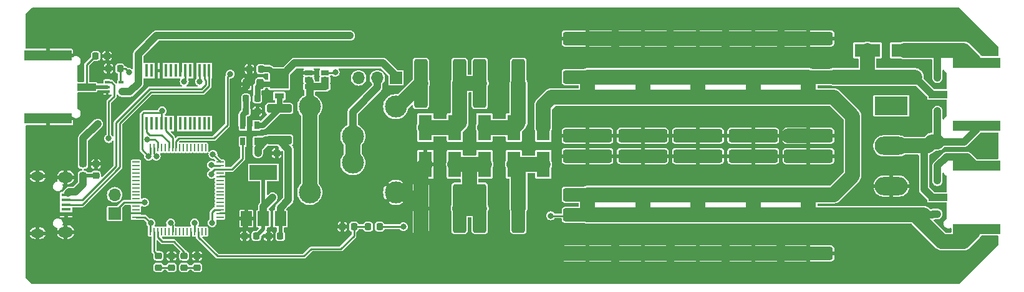
<source format=gtl>
G04 #@! TF.GenerationSoftware,KiCad,Pcbnew,7.99.0-4156-g4770532511*
G04 #@! TF.CreationDate,2024-01-07T23:02:07-05:00*
G04 #@! TF.ProjectId,emfi,656d6669-2e6b-4696-9361-645f70636258,0.1*
G04 #@! TF.SameCoordinates,Original*
G04 #@! TF.FileFunction,Copper,L1,Top*
G04 #@! TF.FilePolarity,Positive*
%FSLAX46Y46*%
G04 Gerber Fmt 4.6, Leading zero omitted, Abs format (unit mm)*
G04 Created by KiCad (PCBNEW 7.99.0-4156-g4770532511) date 2024-01-07 23:02:07*
%MOMM*%
%LPD*%
G01*
G04 APERTURE LIST*
G04 Aperture macros list*
%AMRoundRect*
0 Rectangle with rounded corners*
0 $1 Rounding radius*
0 $2 $3 $4 $5 $6 $7 $8 $9 X,Y pos of 4 corners*
0 Add a 4 corners polygon primitive as box body*
4,1,4,$2,$3,$4,$5,$6,$7,$8,$9,$2,$3,0*
0 Add four circle primitives for the rounded corners*
1,1,$1+$1,$2,$3*
1,1,$1+$1,$4,$5*
1,1,$1+$1,$6,$7*
1,1,$1+$1,$8,$9*
0 Add four rect primitives between the rounded corners*
20,1,$1+$1,$2,$3,$4,$5,0*
20,1,$1+$1,$4,$5,$6,$7,0*
20,1,$1+$1,$6,$7,$8,$9,0*
20,1,$1+$1,$8,$9,$2,$3,0*%
G04 Aperture macros list end*
G04 #@! TA.AperFunction,SMDPad,CuDef*
%ADD10RoundRect,0.218750X-0.218750X-0.256250X0.218750X-0.256250X0.218750X0.256250X-0.218750X0.256250X0*%
G04 #@! TD*
G04 #@! TA.AperFunction,SMDPad,CuDef*
%ADD11RoundRect,0.218750X0.218750X0.256250X-0.218750X0.256250X-0.218750X-0.256250X0.218750X-0.256250X0*%
G04 #@! TD*
G04 #@! TA.AperFunction,SMDPad,CuDef*
%ADD12C,3.000000*%
G04 #@! TD*
G04 #@! TA.AperFunction,SMDPad,CuDef*
%ADD13RoundRect,0.243750X0.243750X0.456250X-0.243750X0.456250X-0.243750X-0.456250X0.243750X-0.456250X0*%
G04 #@! TD*
G04 #@! TA.AperFunction,SMDPad,CuDef*
%ADD14RoundRect,0.250000X1.450000X-0.312500X1.450000X0.312500X-1.450000X0.312500X-1.450000X-0.312500X0*%
G04 #@! TD*
G04 #@! TA.AperFunction,SMDPad,CuDef*
%ADD15R,0.650000X1.060000*%
G04 #@! TD*
G04 #@! TA.AperFunction,SMDPad,CuDef*
%ADD16R,2.540000X2.670000*%
G04 #@! TD*
G04 #@! TA.AperFunction,SMDPad,CuDef*
%ADD17R,1.270000X0.762000*%
G04 #@! TD*
G04 #@! TA.AperFunction,SMDPad,CuDef*
%ADD18R,0.250000X1.000000*%
G04 #@! TD*
G04 #@! TA.AperFunction,SMDPad,CuDef*
%ADD19R,1.000000X0.250000*%
G04 #@! TD*
G04 #@! TA.AperFunction,SMDPad,CuDef*
%ADD20R,0.450000X1.750000*%
G04 #@! TD*
G04 #@! TA.AperFunction,SMDPad,CuDef*
%ADD21R,1.060000X0.650000*%
G04 #@! TD*
G04 #@! TA.AperFunction,ComponentPad*
%ADD22R,1.700000X1.700000*%
G04 #@! TD*
G04 #@! TA.AperFunction,ComponentPad*
%ADD23O,1.700000X1.700000*%
G04 #@! TD*
G04 #@! TA.AperFunction,SMDPad,CuDef*
%ADD24RoundRect,0.218750X-0.256250X0.218750X-0.256250X-0.218750X0.256250X-0.218750X0.256250X0.218750X0*%
G04 #@! TD*
G04 #@! TA.AperFunction,SMDPad,CuDef*
%ADD25R,1.800000X3.500000*%
G04 #@! TD*
G04 #@! TA.AperFunction,SMDPad,CuDef*
%ADD26RoundRect,0.250000X0.650000X3.050000X-0.650000X3.050000X-0.650000X-3.050000X0.650000X-3.050000X0*%
G04 #@! TD*
G04 #@! TA.AperFunction,SMDPad,CuDef*
%ADD27RoundRect,0.250000X-0.650000X-3.050000X0.650000X-3.050000X0.650000X3.050000X-0.650000X3.050000X0*%
G04 #@! TD*
G04 #@! TA.AperFunction,SMDPad,CuDef*
%ADD28RoundRect,0.250000X3.050000X-0.650000X3.050000X0.650000X-3.050000X0.650000X-3.050000X-0.650000X0*%
G04 #@! TD*
G04 #@! TA.AperFunction,SMDPad,CuDef*
%ADD29RoundRect,0.250000X-3.050000X0.650000X-3.050000X-0.650000X3.050000X-0.650000X3.050000X0.650000X0*%
G04 #@! TD*
G04 #@! TA.AperFunction,SMDPad,CuDef*
%ADD30R,1.500000X2.000000*%
G04 #@! TD*
G04 #@! TA.AperFunction,SMDPad,CuDef*
%ADD31R,3.800000X2.000000*%
G04 #@! TD*
G04 #@! TA.AperFunction,SMDPad,CuDef*
%ADD32RoundRect,0.218750X0.256250X-0.218750X0.256250X0.218750X-0.256250X0.218750X-0.256250X-0.218750X0*%
G04 #@! TD*
G04 #@! TA.AperFunction,SMDPad,CuDef*
%ADD33R,2.500000X1.000000*%
G04 #@! TD*
G04 #@! TA.AperFunction,SMDPad,CuDef*
%ADD34R,6.400000X1.440000*%
G04 #@! TD*
G04 #@! TA.AperFunction,SMDPad,CuDef*
%ADD35R,1.300000X0.450000*%
G04 #@! TD*
G04 #@! TA.AperFunction,ComponentPad*
%ADD36O,1.800000X1.150000*%
G04 #@! TD*
G04 #@! TA.AperFunction,ComponentPad*
%ADD37O,2.000000X1.450000*%
G04 #@! TD*
G04 #@! TA.AperFunction,SMDPad,CuDef*
%ADD38R,3.500000X1.800000*%
G04 #@! TD*
G04 #@! TA.AperFunction,SMDPad,CuDef*
%ADD39R,0.650000X0.400000*%
G04 #@! TD*
G04 #@! TA.AperFunction,ComponentPad*
%ADD40R,4.500000X2.500000*%
G04 #@! TD*
G04 #@! TA.AperFunction,ComponentPad*
%ADD41O,4.500000X2.500000*%
G04 #@! TD*
G04 #@! TA.AperFunction,ViaPad*
%ADD42C,0.800000*%
G04 #@! TD*
G04 #@! TA.AperFunction,Conductor*
%ADD43C,0.750000*%
G04 #@! TD*
G04 #@! TA.AperFunction,Conductor*
%ADD44C,2.000000*%
G04 #@! TD*
G04 #@! TA.AperFunction,Conductor*
%ADD45C,0.500000*%
G04 #@! TD*
G04 #@! TA.AperFunction,Conductor*
%ADD46C,0.700000*%
G04 #@! TD*
G04 #@! TA.AperFunction,Conductor*
%ADD47C,0.250000*%
G04 #@! TD*
G04 #@! TA.AperFunction,Conductor*
%ADD48C,1.000000*%
G04 #@! TD*
G04 APERTURE END LIST*
D10*
X52712500Y-34750000D03*
X54287500Y-34750000D03*
D11*
X74537500Y-59250000D03*
X72962500Y-59250000D03*
X77787500Y-59250000D03*
X76212500Y-59250000D03*
X78887500Y-48000000D03*
X77312500Y-48000000D03*
D12*
X81795000Y-53325000D03*
X87630000Y-49295000D03*
X81795000Y-41655000D03*
X87630000Y-45685000D03*
X93465000Y-53325000D03*
X93465000Y-41655000D03*
D10*
X73101500Y-42315607D03*
X74676500Y-42315607D03*
D11*
X74676500Y-40565607D03*
X73101500Y-40565607D03*
D10*
X73601500Y-36565607D03*
X75176500Y-36565607D03*
D13*
X75076500Y-38565607D03*
X73201500Y-38565607D03*
D14*
X77639000Y-46203107D03*
X77639000Y-41928107D03*
D15*
X74589000Y-44215607D03*
X73639000Y-44215607D03*
X72689000Y-44215607D03*
X72689000Y-46415607D03*
X74589000Y-46415607D03*
D16*
X77639000Y-37867107D03*
D17*
X77639000Y-40218107D03*
D18*
X60150000Y-58650000D03*
X60650000Y-58650000D03*
X61150000Y-58650000D03*
X61650000Y-58650000D03*
X62150000Y-58650000D03*
X62650000Y-58650000D03*
X63150000Y-58650000D03*
X63650000Y-58650000D03*
X64150000Y-58650000D03*
X64650000Y-58650000D03*
X65150000Y-58650000D03*
X65650000Y-58650000D03*
X66150000Y-58650000D03*
X66650000Y-58650000D03*
X67150000Y-58650000D03*
X67650000Y-58650000D03*
D19*
X69600000Y-56700000D03*
X69600000Y-56200000D03*
X69600000Y-55700000D03*
X69600000Y-55200000D03*
X69600000Y-54700000D03*
X69600000Y-54200000D03*
X69600000Y-53700000D03*
X69600000Y-53200000D03*
X69600000Y-52700000D03*
X69600000Y-52200000D03*
X69600000Y-51700000D03*
X69600000Y-51200000D03*
X69600000Y-50700000D03*
X69600000Y-50200000D03*
X69600000Y-49700000D03*
X69600000Y-49200000D03*
D18*
X67650000Y-47250000D03*
X67150000Y-47250000D03*
X66650000Y-47250000D03*
X66150000Y-47250000D03*
X65650000Y-47250000D03*
X65150000Y-47250000D03*
X64650000Y-47250000D03*
X64150000Y-47250000D03*
X63650000Y-47250000D03*
X63150000Y-47250000D03*
X62650000Y-47250000D03*
X62150000Y-47250000D03*
X61650000Y-47250000D03*
X61150000Y-47250000D03*
X60650000Y-47250000D03*
X60150000Y-47250000D03*
D19*
X58200000Y-49200000D03*
X58200000Y-49700000D03*
X58200000Y-50200000D03*
X58200000Y-50700000D03*
X58200000Y-51200000D03*
X58200000Y-51700000D03*
X58200000Y-52200000D03*
X58200000Y-52700000D03*
X58200000Y-53200000D03*
X58200000Y-53700000D03*
X58200000Y-54200000D03*
X58200000Y-54700000D03*
X58200000Y-55200000D03*
X58200000Y-55700000D03*
X58200000Y-56200000D03*
X58200000Y-56700000D03*
D20*
X59675000Y-43950000D03*
X60325000Y-43950000D03*
X60975000Y-43950000D03*
X61625000Y-43950000D03*
X62275000Y-43950000D03*
X62925000Y-43950000D03*
X63575000Y-43950000D03*
X64225000Y-43950000D03*
X64875000Y-43950000D03*
X65525000Y-43950000D03*
X66175000Y-43950000D03*
X66825000Y-43950000D03*
X67475000Y-43950000D03*
X68125000Y-43950000D03*
X68125000Y-36750000D03*
X67475000Y-36750000D03*
X66825000Y-36750000D03*
X66175000Y-36750000D03*
X65525000Y-36750000D03*
X64875000Y-36750000D03*
X64225000Y-36750000D03*
X63575000Y-36750000D03*
X62925000Y-36750000D03*
X62275000Y-36750000D03*
X61625000Y-36750000D03*
X60975000Y-36750000D03*
X60325000Y-36750000D03*
X59675000Y-36750000D03*
D21*
X83850000Y-38950000D03*
X83850000Y-38000000D03*
X83850000Y-37050000D03*
X81650000Y-37050000D03*
X81650000Y-38000000D03*
X81650000Y-38950000D03*
D22*
X93500000Y-37750000D03*
D23*
X90960000Y-37750000D03*
X88420000Y-37750000D03*
D24*
X52750000Y-49462500D03*
X52750000Y-51037500D03*
D11*
X87787500Y-58000000D03*
X86212500Y-58000000D03*
X91287500Y-58000000D03*
X89712500Y-58000000D03*
D25*
X113500000Y-44500000D03*
X113500000Y-49500000D03*
D26*
X110125000Y-55500000D03*
X104875000Y-55500000D03*
D25*
X101500000Y-49500000D03*
X101500000Y-44500000D03*
D26*
X110125000Y-38500000D03*
X104875000Y-38500000D03*
D27*
X96875000Y-55500000D03*
X102125000Y-55500000D03*
D25*
X105500000Y-44500000D03*
X105500000Y-49500000D03*
X97500000Y-44500000D03*
X97500000Y-49500000D03*
X109500000Y-49500000D03*
X109500000Y-44500000D03*
D26*
X102125000Y-38500000D03*
X96875000Y-38500000D03*
D28*
X134500000Y-45625000D03*
X134500000Y-40375000D03*
D29*
X119500000Y-32375000D03*
X119500000Y-37625000D03*
X127000000Y-32375000D03*
X127000000Y-37625000D03*
D28*
X119500000Y-61625000D03*
X119500000Y-56375000D03*
D29*
X142000000Y-32375000D03*
X142000000Y-37625000D03*
D28*
X142000000Y-61625000D03*
X142000000Y-56375000D03*
D29*
X119500000Y-48375000D03*
X119500000Y-53625000D03*
D28*
X142000000Y-45625000D03*
X142000000Y-40375000D03*
X149500000Y-61625000D03*
X149500000Y-56375000D03*
D29*
X127000000Y-48375000D03*
X127000000Y-53625000D03*
X149500000Y-48375000D03*
X149500000Y-53625000D03*
D28*
X119500000Y-45625000D03*
X119500000Y-40375000D03*
X134500000Y-61625000D03*
X134500000Y-56375000D03*
X127000000Y-45625000D03*
X127000000Y-40375000D03*
X149500000Y-45625000D03*
X149500000Y-40375000D03*
D29*
X149500000Y-32375000D03*
X149500000Y-37625000D03*
X134500000Y-32375000D03*
X134500000Y-37625000D03*
D28*
X127000000Y-61625000D03*
X127000000Y-56375000D03*
D29*
X134500000Y-48375000D03*
X134500000Y-53625000D03*
D30*
X73200000Y-56900000D03*
X75500000Y-56900000D03*
D31*
X75500000Y-50600000D03*
D30*
X77800000Y-56900000D03*
D24*
X66500000Y-61962500D03*
X66500000Y-63537500D03*
X63000000Y-61962500D03*
X63000000Y-63537500D03*
D32*
X61250000Y-63537500D03*
X61250000Y-61962500D03*
X64750000Y-63537500D03*
X64750000Y-61962500D03*
D22*
X55300000Y-56200000D03*
D23*
X55300000Y-53660000D03*
D33*
X51500000Y-39000000D03*
D34*
X46250000Y-34720000D03*
X46250000Y-43280000D03*
D35*
X48700000Y-53700000D03*
X48700000Y-54350000D03*
X48700000Y-55000000D03*
X48700000Y-55650000D03*
X48700000Y-56300000D03*
D36*
X44850000Y-51125000D03*
D37*
X48650000Y-51275000D03*
X48650000Y-58725000D03*
D36*
X44850000Y-58875000D03*
D33*
X167050000Y-40000000D03*
D34*
X172300000Y-44280000D03*
X172300000Y-35720000D03*
D32*
X51000000Y-51037500D03*
X51000000Y-49462500D03*
D33*
X167050000Y-54000000D03*
D34*
X172300000Y-58280000D03*
X172300000Y-49720000D03*
D29*
X142000000Y-48375000D03*
X142000000Y-53625000D03*
D38*
X157500000Y-34000000D03*
X162500000Y-34000000D03*
D39*
X54300000Y-38350000D03*
X54300000Y-39000000D03*
X54300000Y-39650000D03*
X56200000Y-39650000D03*
X56200000Y-38350000D03*
D10*
X54462500Y-36500000D03*
X56037500Y-36500000D03*
D40*
X160750000Y-41550000D03*
D41*
X160750000Y-47000000D03*
X160750000Y-52450000D03*
D42*
X44000000Y-45000000D03*
X44000000Y-49000000D03*
X44000000Y-48000000D03*
X44000000Y-47000000D03*
X44000000Y-46000000D03*
X44000000Y-33000000D03*
X44000000Y-32000000D03*
X44000000Y-31000000D03*
X44000000Y-30000000D03*
X45000000Y-29000000D03*
X46000000Y-29000000D03*
X47000000Y-29000000D03*
X48000000Y-29000000D03*
X49000000Y-29000000D03*
X50000000Y-29000000D03*
X51000000Y-29000000D03*
X52000000Y-29000000D03*
X53000000Y-29000000D03*
X60000000Y-29000000D03*
X56000000Y-29000000D03*
X62000000Y-29000000D03*
X58000000Y-29000000D03*
X55000000Y-29000000D03*
X59000000Y-29000000D03*
X54000000Y-29000000D03*
X61000000Y-29000000D03*
X57000000Y-29000000D03*
X78000000Y-29000000D03*
X75000000Y-29000000D03*
X68000000Y-29000000D03*
X64000000Y-29000000D03*
X79000000Y-29000000D03*
X70000000Y-29000000D03*
X66000000Y-29000000D03*
X63000000Y-29000000D03*
X67000000Y-29000000D03*
X72000000Y-29000000D03*
X76000000Y-29000000D03*
X69000000Y-29000000D03*
X71000000Y-29000000D03*
X73000000Y-29000000D03*
X74000000Y-29000000D03*
X65000000Y-29000000D03*
X77000000Y-29000000D03*
X84000000Y-29000000D03*
X92000000Y-29000000D03*
X87000000Y-29000000D03*
X91000000Y-29000000D03*
X93000000Y-29000000D03*
X90000000Y-29000000D03*
X80000000Y-29000000D03*
X86000000Y-29000000D03*
X95000000Y-29000000D03*
X88000000Y-29000000D03*
X89000000Y-29000000D03*
X96000000Y-29000000D03*
X81000000Y-29000000D03*
X94000000Y-29000000D03*
X83000000Y-29000000D03*
X85000000Y-29000000D03*
X82000000Y-29000000D03*
X100000000Y-29000000D03*
X99000000Y-29000000D03*
X112000000Y-29000000D03*
X101000000Y-29000000D03*
X98000000Y-29000000D03*
X107000000Y-29000000D03*
X105000000Y-29000000D03*
X109000000Y-29000000D03*
X119000000Y-29000000D03*
X110000000Y-29000000D03*
X118000000Y-29000000D03*
X103000000Y-29000000D03*
X108000000Y-29000000D03*
X97000000Y-29000000D03*
X111000000Y-29000000D03*
X104000000Y-29000000D03*
X116000000Y-29000000D03*
X106000000Y-29000000D03*
X113000000Y-29000000D03*
X117000000Y-29000000D03*
X121000000Y-29000000D03*
X114000000Y-29000000D03*
X115000000Y-29000000D03*
X102000000Y-29000000D03*
X120000000Y-29000000D03*
X140000000Y-29000000D03*
X132000000Y-29000000D03*
X141000000Y-29000000D03*
X124000000Y-29000000D03*
X145000000Y-29000000D03*
X142000000Y-29000000D03*
X126000000Y-29000000D03*
X123000000Y-29000000D03*
X146000000Y-29000000D03*
X122000000Y-29000000D03*
X135000000Y-29000000D03*
X125000000Y-29000000D03*
X138000000Y-29000000D03*
X136000000Y-29000000D03*
X133000000Y-29000000D03*
X144000000Y-29000000D03*
X130000000Y-29000000D03*
X129000000Y-29000000D03*
X134000000Y-29000000D03*
X128000000Y-29000000D03*
X131000000Y-29000000D03*
X139000000Y-29000000D03*
X137000000Y-29000000D03*
X127000000Y-29000000D03*
X143000000Y-29000000D03*
X158000000Y-29000000D03*
X157000000Y-29000000D03*
X151000000Y-29000000D03*
X147000000Y-29000000D03*
X149000000Y-29000000D03*
X150000000Y-29000000D03*
X155000000Y-29000000D03*
X154000000Y-29000000D03*
X153000000Y-29000000D03*
X156000000Y-29000000D03*
X148000000Y-29000000D03*
X152000000Y-29000000D03*
X159000000Y-29000000D03*
X160000000Y-29000000D03*
X161000000Y-29000000D03*
X162000000Y-29000000D03*
X163000000Y-29000000D03*
X164000000Y-29000000D03*
X164000000Y-65000000D03*
X163000000Y-65000000D03*
X162000000Y-65000000D03*
X161000000Y-65000000D03*
X160000000Y-65000000D03*
X158000000Y-65000000D03*
X159000000Y-65000000D03*
X157000000Y-65000000D03*
X155000000Y-65000000D03*
X152000000Y-65000000D03*
X156000000Y-65000000D03*
X153000000Y-65000000D03*
X154000000Y-65000000D03*
X150000000Y-65000000D03*
X147000000Y-65000000D03*
X148000000Y-65000000D03*
X151000000Y-65000000D03*
X146000000Y-65000000D03*
X149000000Y-65000000D03*
X145000000Y-65000000D03*
X143000000Y-65000000D03*
X142000000Y-65000000D03*
X141000000Y-65000000D03*
X140000000Y-65000000D03*
X144000000Y-65000000D03*
X128000000Y-65000000D03*
X126000000Y-65000000D03*
X125000000Y-65000000D03*
X133000000Y-65000000D03*
X130000000Y-65000000D03*
X138000000Y-65000000D03*
X131000000Y-65000000D03*
X135000000Y-65000000D03*
X139000000Y-65000000D03*
X134000000Y-65000000D03*
X136000000Y-65000000D03*
X124000000Y-65000000D03*
X129000000Y-65000000D03*
X127000000Y-65000000D03*
X132000000Y-65000000D03*
X137000000Y-65000000D03*
X116000000Y-65000000D03*
X110000000Y-65000000D03*
X108000000Y-65000000D03*
X109000000Y-65000000D03*
X122000000Y-65000000D03*
X121000000Y-65000000D03*
X117000000Y-65000000D03*
X119000000Y-65000000D03*
X112000000Y-65000000D03*
X115000000Y-65000000D03*
X111000000Y-65000000D03*
X120000000Y-65000000D03*
X114000000Y-65000000D03*
X113000000Y-65000000D03*
X123000000Y-65000000D03*
X118000000Y-65000000D03*
X105000000Y-65000000D03*
X94000000Y-65000000D03*
X95000000Y-65000000D03*
X97000000Y-65000000D03*
X104000000Y-65000000D03*
X96000000Y-65000000D03*
X103000000Y-65000000D03*
X93000000Y-65000000D03*
X106000000Y-65000000D03*
X92000000Y-65000000D03*
X102000000Y-65000000D03*
X100000000Y-65000000D03*
X99000000Y-65000000D03*
X98000000Y-65000000D03*
X101000000Y-65000000D03*
X107000000Y-65000000D03*
X91000000Y-65000000D03*
X76000000Y-65000000D03*
X86000000Y-65000000D03*
X88000000Y-65000000D03*
X89000000Y-65000000D03*
X81000000Y-65000000D03*
X84000000Y-65000000D03*
X83000000Y-65000000D03*
X82000000Y-65000000D03*
X85000000Y-65000000D03*
X80000000Y-65000000D03*
X87000000Y-65000000D03*
X90000000Y-65000000D03*
X78000000Y-65000000D03*
X79000000Y-65000000D03*
X77000000Y-65000000D03*
X68000000Y-65000000D03*
X66000000Y-65000000D03*
X69000000Y-65000000D03*
X73000000Y-65000000D03*
X72000000Y-65000000D03*
X60000000Y-65000000D03*
X67000000Y-65000000D03*
X75000000Y-65000000D03*
X70000000Y-65000000D03*
X62000000Y-65000000D03*
X63000000Y-65000000D03*
X61000000Y-65000000D03*
X65000000Y-65000000D03*
X71000000Y-65000000D03*
X74000000Y-65000000D03*
X64000000Y-65000000D03*
X49000000Y-65000000D03*
X53000000Y-65000000D03*
X57000000Y-65000000D03*
X51000000Y-65000000D03*
X52000000Y-65000000D03*
X50000000Y-65000000D03*
X55000000Y-65000000D03*
X58000000Y-65000000D03*
X59000000Y-65000000D03*
X54000000Y-65000000D03*
X45000000Y-65000000D03*
X48000000Y-65000000D03*
X47000000Y-65000000D03*
X56000000Y-65000000D03*
X46000000Y-65000000D03*
X44000000Y-64000000D03*
X44000000Y-63000000D03*
X44000000Y-62000000D03*
X44000000Y-61000000D03*
X165000000Y-29000000D03*
X166000000Y-29000000D03*
X167000000Y-29000000D03*
X168000000Y-29000000D03*
X169000000Y-29000000D03*
X170000000Y-30000000D03*
X171000000Y-31000000D03*
X172000000Y-32000000D03*
X173000000Y-33000000D03*
X174000000Y-34000000D03*
X174000000Y-46000000D03*
X174000000Y-47000000D03*
X174000000Y-48000000D03*
X174000000Y-60000000D03*
X173000000Y-61000000D03*
X172000000Y-62000000D03*
X171000000Y-63000000D03*
X170000000Y-64000000D03*
X169000000Y-65000000D03*
X168000000Y-65000000D03*
X167000000Y-65000000D03*
X166000000Y-65000000D03*
X165000000Y-65000000D03*
X84000000Y-41000000D03*
X84000000Y-43000000D03*
X84000000Y-45000000D03*
X84000000Y-47000000D03*
X84000000Y-49000000D03*
X84000000Y-51000000D03*
X84000000Y-53000000D03*
X84000000Y-63000000D03*
X84000000Y-59000000D03*
X84000000Y-57000000D03*
X55750000Y-42000000D03*
X64500000Y-42000000D03*
X63750000Y-49000000D03*
X63750000Y-53000000D03*
X67750000Y-53000000D03*
X63000000Y-60750000D03*
X66500000Y-60750000D03*
X156500000Y-53600000D03*
X156500000Y-40300000D03*
X76150000Y-48000000D03*
X52750000Y-48250000D03*
X84000000Y-33100010D03*
X71738990Y-45350000D03*
X50250000Y-56250000D03*
X73650000Y-45350000D03*
X84000000Y-30899990D03*
X53250000Y-36500000D03*
X68450000Y-50850000D03*
X94500000Y-58000000D03*
X114500000Y-56500000D03*
X167000000Y-51750000D03*
X167000000Y-56250000D03*
X87250000Y-32000000D03*
X59350000Y-54700000D03*
X167000000Y-37750000D03*
X167000000Y-42250000D03*
X71000000Y-37250000D03*
X85250000Y-37000000D03*
X53000000Y-44000000D03*
X74750000Y-48000000D03*
X76750000Y-54000000D03*
X68650000Y-48150000D03*
X57250000Y-36999952D03*
X59900000Y-48400000D03*
X68550000Y-57450000D03*
X66150000Y-57500000D03*
X62900000Y-57500000D03*
X60200000Y-57500000D03*
X64750000Y-38250000D03*
X61750000Y-42250000D03*
X66850000Y-38250000D03*
X68450000Y-49600000D03*
X60950000Y-48400000D03*
X59725000Y-46120484D03*
X54500000Y-46000000D03*
D43*
X73639000Y-44215607D02*
X73639000Y-43375655D01*
X74214888Y-42799767D02*
X74214888Y-42777219D01*
X73601500Y-38165607D02*
X73201500Y-38565607D01*
X74214888Y-42777219D02*
X74676500Y-42315607D01*
X73201500Y-38868059D02*
X73201500Y-38565607D01*
X73639000Y-43375655D02*
X74214888Y-42799767D01*
X73601500Y-36565607D02*
X73601500Y-38165607D01*
X71738990Y-40330569D02*
X73201500Y-38868059D01*
D44*
X96875000Y-55500000D02*
X96875000Y-58900000D01*
X96875000Y-58900000D02*
X99600000Y-61625000D01*
D45*
X72962500Y-57137500D02*
X73200000Y-56900000D01*
X52750000Y-49462500D02*
X52750000Y-48250000D01*
D44*
X119500000Y-61625000D02*
X149500000Y-61625000D01*
D45*
X72962500Y-59250000D02*
X72962500Y-57137500D01*
D44*
X93465000Y-53325000D02*
X94700000Y-53325000D01*
D46*
X73639000Y-45339000D02*
X73650000Y-45350000D01*
D44*
X146750000Y-45625000D02*
X149500000Y-45625000D01*
X116100000Y-61625000D02*
X119500000Y-61625000D01*
X94700000Y-53325000D02*
X96875000Y-55500000D01*
X96875000Y-55500000D02*
X96875000Y-50125000D01*
D46*
X73639000Y-44215607D02*
X73639000Y-45339000D01*
D44*
X96875000Y-50125000D02*
X97500000Y-49500000D01*
D47*
X63000000Y-61962500D02*
X63000000Y-60750000D01*
X66500000Y-61962500D02*
X66500000Y-60750000D01*
D44*
X119500000Y-32375000D02*
X149500000Y-32375000D01*
D47*
X54287500Y-36325000D02*
X54462500Y-36500000D01*
X54462500Y-36500000D02*
X53250000Y-36500000D01*
D46*
X71738990Y-40330569D02*
X71738990Y-45350000D01*
D47*
X77312500Y-48000000D02*
X76150000Y-48000000D01*
D44*
X99600000Y-61625000D02*
X116100000Y-61625000D01*
D47*
X54287500Y-34750000D02*
X54287500Y-36325000D01*
X69600000Y-50200000D02*
X68889998Y-50200000D01*
X68450000Y-50639998D02*
X68450000Y-50850000D01*
X72689000Y-48711000D02*
X71200000Y-50200000D01*
X71200000Y-50200000D02*
X69500000Y-50200000D01*
X68889998Y-50200000D02*
X68450000Y-50639998D01*
X72689000Y-46415607D02*
X72689000Y-48711000D01*
X66650000Y-58650000D02*
X66650000Y-59400000D01*
X81000000Y-62000000D02*
X82000000Y-61000000D01*
X66650000Y-59400000D02*
X69250000Y-62000000D01*
X87787500Y-59212500D02*
X87787500Y-58000000D01*
X69250000Y-62000000D02*
X81000000Y-62000000D01*
X89712500Y-58000000D02*
X87787500Y-58000000D01*
X82000000Y-61000000D02*
X86000000Y-61000000D01*
X86000000Y-61000000D02*
X87787500Y-59212500D01*
D44*
X149500000Y-56375000D02*
X164000000Y-56375000D01*
X149500000Y-40375000D02*
X152900000Y-40375000D01*
X163925000Y-37625000D02*
X157500000Y-37625000D01*
X134500000Y-53625000D02*
X134500000Y-56375000D01*
D48*
X167000000Y-49719998D02*
X168219998Y-48500000D01*
D44*
X127000000Y-53625000D02*
X127000000Y-56375000D01*
D48*
X166434315Y-56250000D02*
X166309315Y-56375000D01*
X167000000Y-56250000D02*
X166434315Y-56250000D01*
D44*
X149500000Y-40375000D02*
X119500000Y-40375000D01*
X164000000Y-56375000D02*
X165094998Y-56375000D01*
X127000000Y-37625000D02*
X127000000Y-40375000D01*
X157500000Y-37625000D02*
X152900000Y-37625000D01*
D47*
X94500000Y-58000000D02*
X91287500Y-58000000D01*
D48*
X168219998Y-48500000D02*
X171080000Y-48500000D01*
D47*
X114500000Y-56500000D02*
X119375000Y-56500000D01*
D44*
X152900000Y-53625000D02*
X149500000Y-53625000D01*
X142000000Y-37625000D02*
X142000000Y-40375000D01*
X167625000Y-60000000D02*
X164000000Y-56375000D01*
D48*
X171080000Y-48500000D02*
X171844990Y-49264990D01*
X167050000Y-40000000D02*
X166300000Y-40000000D01*
D44*
X119500000Y-53625000D02*
X146750000Y-53625000D01*
X113500000Y-41500000D02*
X114625000Y-40375000D01*
D48*
X167000000Y-51750000D02*
X167000000Y-49719998D01*
X166309315Y-56375000D02*
X165094998Y-56375000D01*
D44*
X149500000Y-56375000D02*
X119500000Y-56375000D01*
X171844990Y-58735010D02*
X170580000Y-60000000D01*
X119500000Y-37625000D02*
X149500000Y-37625000D01*
X170580000Y-60000000D02*
X167625000Y-60000000D01*
X142000000Y-53625000D02*
X142000000Y-56375000D01*
X119500000Y-53625000D02*
X119500000Y-56375000D01*
X146750000Y-53625000D02*
X149500000Y-53625000D01*
X149500000Y-53625000D02*
X149500000Y-56375000D01*
X114625000Y-40375000D02*
X119500000Y-40375000D01*
D48*
X152900000Y-37625000D02*
X149500000Y-37625000D01*
D44*
X149500000Y-37625000D02*
X149500000Y-40375000D01*
X113500000Y-44500000D02*
X113500000Y-41500000D01*
D47*
X119375000Y-56500000D02*
X119500000Y-56375000D01*
D44*
X152900000Y-40375000D02*
X155500000Y-42975000D01*
D48*
X166300000Y-40000000D02*
X163925000Y-37625000D01*
D44*
X155500000Y-51025000D02*
X152900000Y-53625000D01*
X155500000Y-42975000D02*
X155500000Y-51025000D01*
X134500000Y-37625000D02*
X134500000Y-40375000D01*
X119500000Y-37625000D02*
X119500000Y-40375000D01*
X157500000Y-37625000D02*
X157500000Y-34000000D01*
D48*
X86684315Y-32000000D02*
X87250000Y-32000000D01*
X56325000Y-39650000D02*
X57350000Y-39650000D01*
X57350000Y-39650000D02*
X58500000Y-38500000D01*
X61000000Y-32000000D02*
X86684315Y-32000000D01*
X58500000Y-38500000D02*
X58500000Y-34500000D01*
D45*
X56200000Y-39650000D02*
X56325000Y-39650000D01*
D48*
X58500000Y-34500000D02*
X61000000Y-32000000D01*
D47*
X58200000Y-54700000D02*
X56550000Y-54700000D01*
X58200000Y-54700000D02*
X59350000Y-54700000D01*
X56550000Y-54700000D02*
X55250000Y-56000000D01*
D48*
X167000000Y-37750000D02*
X167000000Y-35719998D01*
D44*
X170580000Y-34000000D02*
X171945000Y-35365000D01*
X167000000Y-34000000D02*
X170580000Y-34000000D01*
D48*
X165195000Y-52895000D02*
X165195000Y-47490000D01*
D44*
X160750000Y-47000000D02*
X165685000Y-47000000D01*
D48*
X166300000Y-54000000D02*
X165195000Y-52895000D01*
X165195000Y-47490000D02*
X165750000Y-46935000D01*
D44*
X162500000Y-34000000D02*
X167000000Y-34000000D01*
D48*
X167000000Y-46435000D02*
X167000000Y-42250000D01*
D44*
X166250000Y-46435000D02*
X167000000Y-46435000D01*
D48*
X167000000Y-35719998D02*
X167000000Y-34000000D01*
X167000000Y-46435000D02*
X170600010Y-46435000D01*
D47*
X165685000Y-47000000D02*
X165750000Y-46935000D01*
D48*
X170600010Y-46435000D02*
X172300000Y-44735010D01*
D44*
X165750000Y-46935000D02*
X166250000Y-46435000D01*
D48*
X167050000Y-54000000D02*
X166300000Y-54000000D01*
D43*
X76337500Y-36565607D02*
X77639000Y-37867107D01*
X75176500Y-36565607D02*
X76337500Y-36565607D01*
X76940500Y-38565607D02*
X77639000Y-37867107D01*
X74676500Y-40565607D02*
X74676500Y-38965607D01*
X75076500Y-38565607D02*
X76940500Y-38565607D01*
X74676500Y-38965607D02*
X75076500Y-38565607D01*
D48*
X93500000Y-37750000D02*
X93500000Y-37500000D01*
X93500000Y-37500000D02*
X91750000Y-35750000D01*
X91750000Y-35750000D02*
X79691107Y-35750000D01*
X77639000Y-37802107D02*
X77639000Y-37867107D01*
X79691107Y-35750000D02*
X77639000Y-37802107D01*
X83850000Y-38950000D02*
X83850000Y-38075001D01*
D44*
X81795000Y-53325000D02*
X81795000Y-41655000D01*
D48*
X81795000Y-41655000D02*
X81795000Y-38220001D01*
X81795000Y-38220001D02*
X81650000Y-38075001D01*
X83850000Y-38950000D02*
X81650000Y-38950000D01*
D47*
X64000000Y-46000000D02*
X63650000Y-46350000D01*
X71000000Y-37250000D02*
X70600001Y-37649999D01*
X70600001Y-37649999D02*
X70600001Y-44149999D01*
X85200000Y-37050000D02*
X85250000Y-37000000D01*
X83850000Y-37050000D02*
X85200000Y-37050000D01*
X63650000Y-46350000D02*
X63650000Y-47250000D01*
X68750000Y-46000000D02*
X64000000Y-46000000D01*
X70600001Y-44149999D02*
X68750000Y-46000000D01*
D43*
X74589000Y-44215607D02*
X75351500Y-44215607D01*
X77639000Y-40218107D02*
X77639000Y-41928107D01*
X75351500Y-44215607D02*
X77639000Y-41928107D01*
X72689000Y-44215607D02*
X72689000Y-42728107D01*
X72689000Y-42728107D02*
X73101500Y-42315607D01*
X73101500Y-42315607D02*
X73101500Y-40565607D01*
X77639000Y-46203107D02*
X74801500Y-46203107D01*
X74801500Y-46203107D02*
X74589000Y-46415607D01*
D48*
X78887500Y-54312500D02*
X78887500Y-48575000D01*
X51000000Y-46000000D02*
X53000000Y-44000000D01*
X78887500Y-47451607D02*
X77639000Y-46203107D01*
X78887500Y-48000000D02*
X78887500Y-47451607D01*
X77800000Y-55400000D02*
X78887500Y-54312500D01*
X51000000Y-49462500D02*
X51000000Y-46000000D01*
X77800000Y-56900000D02*
X77800000Y-55400000D01*
X78887500Y-48575000D02*
X78887500Y-48000000D01*
D45*
X77800000Y-59237500D02*
X77787500Y-59250000D01*
X76546893Y-46203107D02*
X77639000Y-46203107D01*
D48*
X75839000Y-46203107D02*
X77639000Y-46203107D01*
D45*
X77800000Y-56900000D02*
X77800000Y-59237500D01*
D48*
X74750000Y-47292107D02*
X75839000Y-46203107D01*
X74750000Y-48000000D02*
X74750000Y-47292107D01*
D45*
X75500000Y-58287500D02*
X74537500Y-59250000D01*
X75500000Y-56900000D02*
X75500000Y-55400000D01*
D48*
X75500000Y-55250000D02*
X75500000Y-56900000D01*
D45*
X75500000Y-56900000D02*
X75500000Y-58287500D01*
D48*
X76750000Y-54000000D02*
X75500000Y-55250000D01*
D45*
X75500000Y-55400000D02*
X75500000Y-50600000D01*
D47*
X58200000Y-56700000D02*
X59400000Y-56700000D01*
X60150000Y-57550000D02*
X60200000Y-57500000D01*
X56850001Y-36599953D02*
X56849953Y-36599953D01*
X56750000Y-36500000D02*
X56037500Y-36500000D01*
X68850000Y-55700000D02*
X68550000Y-56000000D01*
X56037500Y-36500000D02*
X56037500Y-38187500D01*
X61625000Y-42375000D02*
X61750000Y-42250000D01*
X56849953Y-36599953D02*
X56750000Y-36500000D01*
X59000000Y-42750000D02*
X59250000Y-42500000D01*
X68550000Y-56000000D02*
X68550000Y-57450000D01*
X63150000Y-57750000D02*
X62900000Y-57500000D01*
X63150000Y-58650000D02*
X63150000Y-57750000D01*
X64875000Y-38125000D02*
X64750000Y-38250000D01*
X59400000Y-56700000D02*
X60200000Y-57500000D01*
X64875000Y-36750000D02*
X64875000Y-38125000D01*
X61625000Y-43950000D02*
X61625000Y-42375000D01*
X61500000Y-42500000D02*
X61750000Y-42250000D01*
X56200000Y-38350000D02*
X56325000Y-38350000D01*
X59250000Y-42500000D02*
X61500000Y-42500000D01*
X69600000Y-55700000D02*
X68850000Y-55700000D01*
X57250000Y-36999952D02*
X56850001Y-36599953D01*
X69600000Y-49200000D02*
X69600000Y-49100000D01*
X66150000Y-58650000D02*
X66150000Y-57500000D01*
X60150000Y-48150000D02*
X59900000Y-48400000D01*
X56037500Y-38187500D02*
X56200000Y-38350000D01*
X60150000Y-58650000D02*
X60150000Y-57550000D01*
X59000000Y-47500000D02*
X59000000Y-42750000D01*
X60150000Y-47250000D02*
X60150000Y-48150000D01*
X59900000Y-48400000D02*
X59000000Y-47500000D01*
X69600000Y-49100000D02*
X68650000Y-48150000D01*
X61650000Y-45500000D02*
X60100000Y-45500000D01*
X62650000Y-46500000D02*
X61650000Y-45500000D01*
X59675000Y-45075000D02*
X59675000Y-43950000D01*
X62650000Y-47250000D02*
X62650000Y-46500000D01*
X60100000Y-45500000D02*
X59675000Y-45075000D01*
X63150000Y-47250000D02*
X63150000Y-45860002D01*
X62275000Y-44985002D02*
X62275000Y-43950000D01*
X63150000Y-45860002D02*
X62275000Y-44985002D01*
X60236399Y-39700011D02*
X67286400Y-39700011D01*
X68125000Y-37875000D02*
X68125000Y-36750000D01*
X56000000Y-49886411D02*
X56000000Y-43936410D01*
X67286400Y-39700011D02*
X68125000Y-38861410D01*
X56000000Y-43936410D02*
X60236399Y-39700011D01*
X50886411Y-55000000D02*
X56000000Y-49886411D01*
X68125000Y-38861410D02*
X68125000Y-37875000D01*
X48700000Y-55000000D02*
X50886411Y-55000000D01*
X67650000Y-38700000D02*
X67100000Y-39250000D01*
X67475000Y-36750000D02*
X67475000Y-37875000D01*
X67475000Y-37875000D02*
X67650000Y-38050000D01*
X60050000Y-39250000D02*
X55500000Y-43800000D01*
X67650000Y-38050000D02*
X67650000Y-38700000D01*
X50900000Y-54350000D02*
X48700000Y-54350000D01*
X67100000Y-39250000D02*
X60050000Y-39250000D01*
X55500000Y-49750000D02*
X50900000Y-54350000D01*
X55500000Y-43800000D02*
X55500000Y-49750000D01*
X66825000Y-36750000D02*
X66825000Y-38225000D01*
X66825000Y-38225000D02*
X66850000Y-38250000D01*
X69600000Y-49700000D02*
X68450000Y-49700000D01*
X60650000Y-48100000D02*
X60950000Y-48400000D01*
X60650000Y-47250000D02*
X60650000Y-48100000D01*
D44*
X105500000Y-44500000D02*
X109500000Y-44500000D01*
X110125000Y-43875000D02*
X109500000Y-44500000D01*
X110125000Y-38500000D02*
X110125000Y-43875000D01*
X104875000Y-38500000D02*
X102125000Y-38500000D01*
X97500000Y-44500000D02*
X101500000Y-44500000D01*
X102125000Y-38500000D02*
X102125000Y-43875000D01*
X102125000Y-43875000D02*
X101500000Y-44500000D01*
X102125000Y-55500000D02*
X103500000Y-55500000D01*
X101500000Y-49500000D02*
X103500000Y-49500000D01*
X103500000Y-49500000D02*
X105500000Y-49500000D01*
X103500000Y-49500000D02*
X103500000Y-55500000D01*
X103500000Y-55500000D02*
X104875000Y-55500000D01*
X93720000Y-41655000D02*
X96875000Y-38500000D01*
X93465000Y-41655000D02*
X93720000Y-41655000D01*
X110125000Y-50125000D02*
X109500000Y-49500000D01*
X110125000Y-55500000D02*
X110125000Y-50125000D01*
X113500000Y-49500000D02*
X109500000Y-49500000D01*
X87710000Y-49375000D02*
X87630000Y-49295000D01*
D48*
X87630000Y-45685000D02*
X87630000Y-42370000D01*
D44*
X87630000Y-45685000D02*
X87630000Y-49295000D01*
D48*
X87630000Y-42370000D02*
X90960000Y-39040000D01*
X90960000Y-37750000D02*
X90960000Y-39040000D01*
D47*
X60650000Y-61362500D02*
X60650000Y-58650000D01*
X61250000Y-61962500D02*
X60650000Y-61362500D01*
X64750000Y-61425000D02*
X64750000Y-61962500D01*
X63349998Y-60024998D02*
X64750000Y-61425000D01*
X61150000Y-59400000D02*
X61774998Y-60024998D01*
X61774998Y-60024998D02*
X63349998Y-60024998D01*
X61150000Y-58650000D02*
X61150000Y-59400000D01*
X66500000Y-63537500D02*
X64750000Y-63537500D01*
X63000000Y-63537500D02*
X61250000Y-63537500D01*
D45*
X52750000Y-51037500D02*
X51000000Y-51037500D01*
D48*
X51000000Y-51037500D02*
X51000000Y-52250000D01*
X49150000Y-53250000D02*
X48975001Y-53424999D01*
X51000000Y-52250000D02*
X50000000Y-53250000D01*
X50000000Y-53250000D02*
X49150000Y-53250000D01*
D47*
X51500000Y-39000000D02*
X51500000Y-35962500D01*
X51500000Y-35962500D02*
X52712500Y-34750000D01*
D45*
X54300000Y-39000000D02*
X51500000Y-39000000D01*
D47*
X55250000Y-38725000D02*
X54875000Y-38350000D01*
X60770484Y-46120484D02*
X59725000Y-46120484D01*
X61150000Y-47250000D02*
X61150000Y-46500000D01*
X54500000Y-41000000D02*
X55250000Y-40250000D01*
X55250000Y-40250000D02*
X55250000Y-38725000D01*
X61150000Y-46500000D02*
X60770484Y-46120484D01*
X54875000Y-38350000D02*
X54300000Y-38350000D01*
X54500000Y-46000000D02*
X54500000Y-41000000D01*
G04 #@! TA.AperFunction,Conductor*
G36*
X169934133Y-28219407D02*
G01*
X169945946Y-28229496D01*
X175270504Y-33554054D01*
X175298281Y-33608571D01*
X175299500Y-33624058D01*
X175299500Y-34700500D01*
X175280593Y-34758691D01*
X175231093Y-34794655D01*
X175200500Y-34799500D01*
X173064884Y-34799500D01*
X173006693Y-34780593D01*
X172976675Y-34745446D01*
X172971763Y-34735806D01*
X172971762Y-34735804D01*
X172946112Y-34700500D01*
X172860690Y-34582927D01*
X171362074Y-33084310D01*
X171209199Y-32973240D01*
X171209198Y-32973239D01*
X171209196Y-32973238D01*
X171040832Y-32887453D01*
X170861113Y-32829058D01*
X170674484Y-32799500D01*
X170674481Y-32799500D01*
X167094481Y-32799500D01*
X162405519Y-32799500D01*
X162405516Y-32799500D01*
X162218886Y-32829058D01*
X162039167Y-32887453D01*
X162036701Y-32888710D01*
X161991756Y-32899500D01*
X160730252Y-32899500D01*
X160730251Y-32899500D01*
X160730241Y-32899501D01*
X160671772Y-32911132D01*
X160671766Y-32911134D01*
X160605451Y-32955445D01*
X160605445Y-32955451D01*
X160561134Y-33021766D01*
X160561132Y-33021772D01*
X160549501Y-33080241D01*
X160549500Y-33080253D01*
X160549500Y-34919746D01*
X160549501Y-34919758D01*
X160561132Y-34978227D01*
X160561134Y-34978233D01*
X160601904Y-35039248D01*
X160605448Y-35044552D01*
X160671769Y-35088867D01*
X160716231Y-35097711D01*
X160730241Y-35100498D01*
X160730246Y-35100498D01*
X160730252Y-35100500D01*
X161991756Y-35100500D01*
X162036700Y-35111289D01*
X162039168Y-35112547D01*
X162218882Y-35170940D01*
X162218883Y-35170940D01*
X162218886Y-35170941D01*
X162405516Y-35200500D01*
X162405519Y-35200500D01*
X166200500Y-35200500D01*
X166258691Y-35219407D01*
X166294655Y-35268907D01*
X166299500Y-35299500D01*
X166299500Y-37818995D01*
X166312559Y-37884644D01*
X166325419Y-37949298D01*
X166326420Y-37954327D01*
X166326420Y-37954329D01*
X166379222Y-38081806D01*
X166379228Y-38081817D01*
X166455885Y-38196541D01*
X166553458Y-38294114D01*
X166668182Y-38370771D01*
X166668193Y-38370777D01*
X166715283Y-38390282D01*
X166795672Y-38423580D01*
X166931007Y-38450500D01*
X166931008Y-38450500D01*
X167068992Y-38450500D01*
X167068993Y-38450500D01*
X167204328Y-38423580D01*
X167331811Y-38370775D01*
X167446542Y-38294114D01*
X167544114Y-38196542D01*
X167620775Y-38081811D01*
X167673580Y-37954328D01*
X167700500Y-37818993D01*
X167700500Y-36707379D01*
X167719407Y-36649188D01*
X167768907Y-36613224D01*
X167830093Y-36613224D01*
X167879593Y-36649188D01*
X167890964Y-36669494D01*
X167923532Y-36748122D01*
X167923538Y-36748133D01*
X167966365Y-36812226D01*
X167994724Y-36854669D01*
X168085331Y-36945276D01*
X168129818Y-36975001D01*
X168191871Y-37016464D01*
X168191872Y-37016464D01*
X168191873Y-37016465D01*
X168238386Y-37035731D01*
X168284910Y-37075465D01*
X168299500Y-37127194D01*
X168299500Y-39200500D01*
X168280593Y-39258691D01*
X168231093Y-39294655D01*
X168200500Y-39299500D01*
X166631165Y-39299500D01*
X166572974Y-39280593D01*
X166561161Y-39270504D01*
X165145394Y-37854737D01*
X165117617Y-37800220D01*
X165117617Y-37769249D01*
X165125500Y-37719481D01*
X165125500Y-37530519D01*
X165125500Y-37530515D01*
X165095941Y-37343886D01*
X165091442Y-37330040D01*
X165037547Y-37164168D01*
X164951760Y-36995801D01*
X164840690Y-36842927D01*
X164707073Y-36709310D01*
X164554199Y-36598240D01*
X164554198Y-36598239D01*
X164554196Y-36598238D01*
X164385832Y-36512453D01*
X164206113Y-36454058D01*
X164019484Y-36424500D01*
X164019481Y-36424500D01*
X158799500Y-36424500D01*
X158741309Y-36405593D01*
X158705345Y-36356093D01*
X158700500Y-36325500D01*
X158700500Y-35199500D01*
X158719407Y-35141309D01*
X158768907Y-35105345D01*
X158799500Y-35100500D01*
X159269747Y-35100500D01*
X159269748Y-35100500D01*
X159328231Y-35088867D01*
X159394552Y-35044552D01*
X159438867Y-34978231D01*
X159450500Y-34919748D01*
X159450500Y-33080252D01*
X159450291Y-33079203D01*
X159447711Y-33066231D01*
X159438867Y-33021769D01*
X159394552Y-32955448D01*
X159394548Y-32955445D01*
X159328233Y-32911134D01*
X159328231Y-32911133D01*
X159328228Y-32911132D01*
X159328227Y-32911132D01*
X159269758Y-32899501D01*
X159269748Y-32899500D01*
X159269747Y-32899500D01*
X158008244Y-32899500D01*
X157963299Y-32888710D01*
X157960832Y-32887453D01*
X157781113Y-32829058D01*
X157594484Y-32799500D01*
X157594481Y-32799500D01*
X157405519Y-32799500D01*
X157405516Y-32799500D01*
X157218886Y-32829058D01*
X157039167Y-32887453D01*
X157036701Y-32888710D01*
X156991756Y-32899500D01*
X155730252Y-32899500D01*
X155730251Y-32899500D01*
X155730241Y-32899501D01*
X155671772Y-32911132D01*
X155671766Y-32911134D01*
X155605451Y-32955445D01*
X155605445Y-32955451D01*
X155561134Y-33021766D01*
X155561132Y-33021772D01*
X155549501Y-33080241D01*
X155549500Y-33080253D01*
X155549500Y-34919746D01*
X155549501Y-34919758D01*
X155561132Y-34978227D01*
X155561134Y-34978233D01*
X155601904Y-35039248D01*
X155605448Y-35044552D01*
X155671769Y-35088867D01*
X155716231Y-35097711D01*
X155730241Y-35100498D01*
X155730246Y-35100498D01*
X155730252Y-35100500D01*
X156200500Y-35100500D01*
X156258691Y-35119407D01*
X156294655Y-35168907D01*
X156299500Y-35199500D01*
X156299500Y-36325500D01*
X156280593Y-36383691D01*
X156231093Y-36419655D01*
X156200500Y-36424500D01*
X152805516Y-36424500D01*
X152618886Y-36454058D01*
X152439167Y-36512453D01*
X152436701Y-36513710D01*
X152391756Y-36524500D01*
X150008244Y-36524500D01*
X149963299Y-36513710D01*
X149960832Y-36512453D01*
X149781113Y-36454058D01*
X149594484Y-36424500D01*
X149594481Y-36424500D01*
X119594481Y-36424500D01*
X119405519Y-36424500D01*
X119405516Y-36424500D01*
X119218886Y-36454058D01*
X119039167Y-36512453D01*
X119036701Y-36513710D01*
X118991756Y-36524500D01*
X116395725Y-36524500D01*
X116365305Y-36527353D01*
X116365296Y-36527355D01*
X116237116Y-36572207D01*
X116127855Y-36652845D01*
X116127845Y-36652855D01*
X116047207Y-36762116D01*
X116002355Y-36890296D01*
X116002353Y-36890305D01*
X115999500Y-36920725D01*
X115999500Y-38329274D01*
X116002353Y-38359694D01*
X116002355Y-38359703D01*
X116047207Y-38487883D01*
X116127845Y-38597144D01*
X116127847Y-38597146D01*
X116127850Y-38597150D01*
X116127853Y-38597152D01*
X116127855Y-38597154D01*
X116237116Y-38677792D01*
X116237117Y-38677792D01*
X116237118Y-38677793D01*
X116365301Y-38722646D01*
X116395725Y-38725499D01*
X116395727Y-38725500D01*
X116395734Y-38725500D01*
X118200500Y-38725500D01*
X118258691Y-38744407D01*
X118294655Y-38793907D01*
X118299500Y-38824500D01*
X118299500Y-39075500D01*
X118280593Y-39133691D01*
X118231093Y-39169655D01*
X118200500Y-39174500D01*
X114530515Y-39174500D01*
X114343886Y-39204058D01*
X114164167Y-39262453D01*
X113995803Y-39348238D01*
X113842927Y-39459309D01*
X112584309Y-40717927D01*
X112484827Y-40854853D01*
X112484826Y-40854852D01*
X112473242Y-40870797D01*
X112473239Y-40870801D01*
X112387453Y-41039167D01*
X112329058Y-41218886D01*
X112299500Y-41405515D01*
X112299500Y-44594484D01*
X112329059Y-44781119D01*
X112387450Y-44960823D01*
X112387453Y-44960832D01*
X112388707Y-44963294D01*
X112399500Y-45008242D01*
X112399500Y-46269746D01*
X112399501Y-46269758D01*
X112411132Y-46328227D01*
X112411134Y-46328233D01*
X112455445Y-46394548D01*
X112455448Y-46394552D01*
X112521769Y-46438867D01*
X112557549Y-46445984D01*
X112580241Y-46450498D01*
X112580246Y-46450498D01*
X112580252Y-46450500D01*
X112580253Y-46450500D01*
X114419747Y-46450500D01*
X114419748Y-46450500D01*
X114478231Y-46438867D01*
X114544552Y-46394552D01*
X114588218Y-46329203D01*
X116000001Y-46329203D01*
X116002850Y-46359600D01*
X116002850Y-46359602D01*
X116047654Y-46487647D01*
X116128207Y-46596790D01*
X116128209Y-46596792D01*
X116237352Y-46677345D01*
X116365398Y-46722149D01*
X116395789Y-46724999D01*
X119245998Y-46724999D01*
X119246000Y-46724998D01*
X119754000Y-46724998D01*
X119754001Y-46724999D01*
X122604203Y-46724999D01*
X122634600Y-46722149D01*
X122634602Y-46722149D01*
X122762647Y-46677345D01*
X122871790Y-46596792D01*
X122871792Y-46596790D01*
X122952345Y-46487647D01*
X122997149Y-46359601D01*
X122999999Y-46329211D01*
X123000000Y-46329210D01*
X123000000Y-46329203D01*
X123500001Y-46329203D01*
X123502850Y-46359600D01*
X123502850Y-46359602D01*
X123547654Y-46487647D01*
X123628207Y-46596790D01*
X123628209Y-46596792D01*
X123737352Y-46677345D01*
X123865398Y-46722149D01*
X123895789Y-46724999D01*
X126745998Y-46724999D01*
X126746000Y-46724998D01*
X127254000Y-46724998D01*
X127254001Y-46724999D01*
X130104203Y-46724999D01*
X130134600Y-46722149D01*
X130134602Y-46722149D01*
X130262647Y-46677345D01*
X130371790Y-46596792D01*
X130371792Y-46596790D01*
X130452345Y-46487647D01*
X130497149Y-46359601D01*
X130499999Y-46329211D01*
X130500000Y-46329210D01*
X130500000Y-46329203D01*
X131000001Y-46329203D01*
X131002850Y-46359600D01*
X131002850Y-46359602D01*
X131047654Y-46487647D01*
X131128207Y-46596790D01*
X131128209Y-46596792D01*
X131237352Y-46677345D01*
X131365398Y-46722149D01*
X131395789Y-46724999D01*
X134245998Y-46724999D01*
X134246000Y-46724998D01*
X134754000Y-46724998D01*
X134754001Y-46724999D01*
X137604203Y-46724999D01*
X137634600Y-46722149D01*
X137634602Y-46722149D01*
X137762647Y-46677345D01*
X137871790Y-46596792D01*
X137871792Y-46596790D01*
X137952345Y-46487647D01*
X137997149Y-46359601D01*
X137999999Y-46329211D01*
X138000000Y-46329210D01*
X138000000Y-46329203D01*
X138500001Y-46329203D01*
X138502850Y-46359600D01*
X138502850Y-46359602D01*
X138547654Y-46487647D01*
X138628207Y-46596790D01*
X138628209Y-46596792D01*
X138737352Y-46677345D01*
X138865398Y-46722149D01*
X138895789Y-46724999D01*
X141745998Y-46724999D01*
X141746000Y-46724998D01*
X142254000Y-46724998D01*
X142254001Y-46724999D01*
X145104203Y-46724999D01*
X145134600Y-46722149D01*
X145134602Y-46722149D01*
X145262647Y-46677345D01*
X145371790Y-46596792D01*
X145371792Y-46596790D01*
X145452345Y-46487647D01*
X145497149Y-46359601D01*
X145499999Y-46329211D01*
X145500000Y-46329210D01*
X145500000Y-46329203D01*
X146000001Y-46329203D01*
X146002850Y-46359600D01*
X146002850Y-46359602D01*
X146047654Y-46487647D01*
X146128207Y-46596790D01*
X146128209Y-46596792D01*
X146237352Y-46677345D01*
X146365398Y-46722149D01*
X146395789Y-46724999D01*
X149245998Y-46724999D01*
X149246000Y-46724998D01*
X149754000Y-46724998D01*
X149754001Y-46724999D01*
X152604203Y-46724999D01*
X152634600Y-46722149D01*
X152634602Y-46722149D01*
X152762647Y-46677345D01*
X152871790Y-46596792D01*
X152871792Y-46596790D01*
X152952345Y-46487647D01*
X152997149Y-46359601D01*
X152999999Y-46329211D01*
X153000000Y-46329210D01*
X153000000Y-45879001D01*
X152999999Y-45879000D01*
X149754001Y-45879000D01*
X149754000Y-45879001D01*
X149754000Y-46724998D01*
X149246000Y-46724998D01*
X149246000Y-45879001D01*
X149245999Y-45879000D01*
X146000002Y-45879000D01*
X146000001Y-45879001D01*
X146000001Y-46329203D01*
X145500000Y-46329203D01*
X145500000Y-45879001D01*
X145499999Y-45879000D01*
X142254001Y-45879000D01*
X142254000Y-45879001D01*
X142254000Y-46724998D01*
X141746000Y-46724998D01*
X141746000Y-45879001D01*
X141745999Y-45879000D01*
X138500002Y-45879000D01*
X138500001Y-45879001D01*
X138500001Y-46329203D01*
X138000000Y-46329203D01*
X138000000Y-45879001D01*
X137999999Y-45879000D01*
X134754001Y-45879000D01*
X134754000Y-45879001D01*
X134754000Y-46724998D01*
X134246000Y-46724998D01*
X134246000Y-45879001D01*
X134245999Y-45879000D01*
X131000002Y-45879000D01*
X131000001Y-45879001D01*
X131000001Y-46329203D01*
X130500000Y-46329203D01*
X130500000Y-45879001D01*
X130499999Y-45879000D01*
X127254001Y-45879000D01*
X127254000Y-45879001D01*
X127254000Y-46724998D01*
X126746000Y-46724998D01*
X126746000Y-45879001D01*
X126745999Y-45879000D01*
X123500002Y-45879000D01*
X123500001Y-45879001D01*
X123500001Y-46329203D01*
X123000000Y-46329203D01*
X123000000Y-45879001D01*
X122999999Y-45879000D01*
X119754001Y-45879000D01*
X119754000Y-45879001D01*
X119754000Y-46724998D01*
X119246000Y-46724998D01*
X119246000Y-45879001D01*
X119245999Y-45879000D01*
X116000002Y-45879000D01*
X116000001Y-45879001D01*
X116000001Y-46329203D01*
X114588218Y-46329203D01*
X114588867Y-46328231D01*
X114600500Y-46269748D01*
X114600500Y-45370999D01*
X116000000Y-45370999D01*
X116000001Y-45371000D01*
X119245999Y-45371000D01*
X119246000Y-45370999D01*
X119754000Y-45370999D01*
X119754001Y-45371000D01*
X122999998Y-45371000D01*
X122999999Y-45370999D01*
X123500000Y-45370999D01*
X123500001Y-45371000D01*
X126745999Y-45371000D01*
X126746000Y-45370999D01*
X127254000Y-45370999D01*
X127254001Y-45371000D01*
X130499998Y-45371000D01*
X130499999Y-45370999D01*
X131000000Y-45370999D01*
X131000001Y-45371000D01*
X134245999Y-45371000D01*
X134246000Y-45370999D01*
X134754000Y-45370999D01*
X134754001Y-45371000D01*
X137999998Y-45371000D01*
X137999999Y-45370999D01*
X138500000Y-45370999D01*
X138500001Y-45371000D01*
X141745999Y-45371000D01*
X141746000Y-45370999D01*
X142254000Y-45370999D01*
X142254001Y-45371000D01*
X145499998Y-45371000D01*
X145499999Y-45370999D01*
X146000000Y-45370999D01*
X146000001Y-45371000D01*
X149245999Y-45371000D01*
X149246000Y-45370999D01*
X149754000Y-45370999D01*
X149754001Y-45371000D01*
X152999998Y-45371000D01*
X152999999Y-45370999D01*
X152999999Y-44920796D01*
X152997149Y-44890399D01*
X152997149Y-44890397D01*
X152952345Y-44762352D01*
X152871792Y-44653209D01*
X152871790Y-44653207D01*
X152762647Y-44572654D01*
X152634601Y-44527850D01*
X152604211Y-44525000D01*
X149754001Y-44525000D01*
X149754000Y-44525001D01*
X149754000Y-45370999D01*
X149246000Y-45370999D01*
X149246000Y-44525001D01*
X149245999Y-44525000D01*
X146395796Y-44525000D01*
X146365399Y-44527850D01*
X146365397Y-44527850D01*
X146237352Y-44572654D01*
X146128209Y-44653207D01*
X146128207Y-44653209D01*
X146047654Y-44762352D01*
X146002850Y-44890398D01*
X146000000Y-44920788D01*
X146000000Y-45370999D01*
X145499999Y-45370999D01*
X145499999Y-44920796D01*
X145497149Y-44890399D01*
X145497149Y-44890397D01*
X145452345Y-44762352D01*
X145371792Y-44653209D01*
X145371790Y-44653207D01*
X145262647Y-44572654D01*
X145134601Y-44527850D01*
X145104211Y-44525000D01*
X142254001Y-44525000D01*
X142254000Y-44525001D01*
X142254000Y-45370999D01*
X141746000Y-45370999D01*
X141746000Y-44525001D01*
X141745999Y-44525000D01*
X138895796Y-44525000D01*
X138865399Y-44527850D01*
X138865397Y-44527850D01*
X138737352Y-44572654D01*
X138628209Y-44653207D01*
X138628207Y-44653209D01*
X138547654Y-44762352D01*
X138502850Y-44890398D01*
X138500000Y-44920788D01*
X138500000Y-45370999D01*
X137999999Y-45370999D01*
X137999999Y-44920796D01*
X137997149Y-44890399D01*
X137997149Y-44890397D01*
X137952345Y-44762352D01*
X137871792Y-44653209D01*
X137871790Y-44653207D01*
X137762647Y-44572654D01*
X137634601Y-44527850D01*
X137604211Y-44525000D01*
X134754001Y-44525000D01*
X134754000Y-44525001D01*
X134754000Y-45370999D01*
X134246000Y-45370999D01*
X134246000Y-44525001D01*
X134245999Y-44525000D01*
X131395796Y-44525000D01*
X131365399Y-44527850D01*
X131365397Y-44527850D01*
X131237352Y-44572654D01*
X131128209Y-44653207D01*
X131128207Y-44653209D01*
X131047654Y-44762352D01*
X131002850Y-44890398D01*
X131000000Y-44920788D01*
X131000000Y-45370999D01*
X130499999Y-45370999D01*
X130499999Y-44920796D01*
X130497149Y-44890399D01*
X130497149Y-44890397D01*
X130452345Y-44762352D01*
X130371792Y-44653209D01*
X130371790Y-44653207D01*
X130262647Y-44572654D01*
X130134601Y-44527850D01*
X130104211Y-44525000D01*
X127254001Y-44525000D01*
X127254000Y-44525001D01*
X127254000Y-45370999D01*
X126746000Y-45370999D01*
X126746000Y-44525001D01*
X126745999Y-44525000D01*
X123895796Y-44525000D01*
X123865399Y-44527850D01*
X123865397Y-44527850D01*
X123737352Y-44572654D01*
X123628209Y-44653207D01*
X123628207Y-44653209D01*
X123547654Y-44762352D01*
X123502850Y-44890398D01*
X123500000Y-44920788D01*
X123500000Y-45370999D01*
X122999999Y-45370999D01*
X122999999Y-44920796D01*
X122997149Y-44890399D01*
X122997149Y-44890397D01*
X122952345Y-44762352D01*
X122871792Y-44653209D01*
X122871790Y-44653207D01*
X122762647Y-44572654D01*
X122634601Y-44527850D01*
X122604211Y-44525000D01*
X119754001Y-44525000D01*
X119754000Y-44525001D01*
X119754000Y-45370999D01*
X119246000Y-45370999D01*
X119246000Y-44525001D01*
X119245999Y-44525000D01*
X116395796Y-44525000D01*
X116365399Y-44527850D01*
X116365397Y-44527850D01*
X116237352Y-44572654D01*
X116128209Y-44653207D01*
X116128207Y-44653209D01*
X116047654Y-44762352D01*
X116002850Y-44890398D01*
X116000000Y-44920788D01*
X116000000Y-45370999D01*
X114600500Y-45370999D01*
X114600500Y-45008242D01*
X114611292Y-44963294D01*
X114612547Y-44960832D01*
X114665706Y-44797226D01*
X114670940Y-44781119D01*
X114700500Y-44594484D01*
X114700500Y-42038272D01*
X114719407Y-41980081D01*
X114729496Y-41968268D01*
X115093268Y-41604496D01*
X115147785Y-41576719D01*
X115163272Y-41575500D01*
X119405519Y-41575500D01*
X119594481Y-41575500D01*
X126905519Y-41575500D01*
X127094481Y-41575500D01*
X134405519Y-41575500D01*
X134594481Y-41575500D01*
X141905519Y-41575500D01*
X142094481Y-41575500D01*
X149405519Y-41575500D01*
X149594481Y-41575500D01*
X152361728Y-41575500D01*
X152419919Y-41594407D01*
X152431732Y-41604496D01*
X154270504Y-43443268D01*
X154298281Y-43497785D01*
X154299500Y-43513272D01*
X154299500Y-50486728D01*
X154280593Y-50544919D01*
X154270504Y-50556732D01*
X152431732Y-52395504D01*
X152377215Y-52423281D01*
X152361728Y-52424500D01*
X119405516Y-52424500D01*
X119218886Y-52454058D01*
X119039167Y-52512453D01*
X119036701Y-52513710D01*
X118991756Y-52524500D01*
X116395725Y-52524500D01*
X116365305Y-52527353D01*
X116365296Y-52527355D01*
X116237116Y-52572207D01*
X116127855Y-52652845D01*
X116127845Y-52652855D01*
X116047207Y-52762116D01*
X116002355Y-52890296D01*
X116002353Y-52890305D01*
X115999500Y-52920725D01*
X115999500Y-54329274D01*
X116002353Y-54359694D01*
X116002355Y-54359703D01*
X116047207Y-54487883D01*
X116127845Y-54597144D01*
X116127847Y-54597146D01*
X116127850Y-54597150D01*
X116127853Y-54597152D01*
X116127855Y-54597154D01*
X116237116Y-54677792D01*
X116237117Y-54677792D01*
X116237118Y-54677793D01*
X116365301Y-54722646D01*
X116395725Y-54725499D01*
X116395727Y-54725500D01*
X116395734Y-54725500D01*
X118200500Y-54725500D01*
X118258691Y-54744407D01*
X118294655Y-54793907D01*
X118299500Y-54824500D01*
X118299500Y-55175500D01*
X118280593Y-55233691D01*
X118231093Y-55269655D01*
X118200500Y-55274500D01*
X116395725Y-55274500D01*
X116365305Y-55277353D01*
X116365296Y-55277355D01*
X116237116Y-55322207D01*
X116127855Y-55402845D01*
X116127845Y-55402855D01*
X116047207Y-55512116D01*
X116002355Y-55640296D01*
X116002353Y-55640305D01*
X115999500Y-55670725D01*
X115999500Y-56075500D01*
X115980593Y-56133691D01*
X115931093Y-56169655D01*
X115900500Y-56174500D01*
X115055970Y-56174500D01*
X114997779Y-56155593D01*
X114977428Y-56135767D01*
X114928285Y-56071722D01*
X114928282Y-56071718D01*
X114928277Y-56071714D01*
X114928276Y-56071713D01*
X114830855Y-55996960D01*
X114802841Y-55975464D01*
X114802840Y-55975463D01*
X114802838Y-55975462D01*
X114656766Y-55914957D01*
X114656758Y-55914955D01*
X114500001Y-55894318D01*
X114499999Y-55894318D01*
X114343241Y-55914955D01*
X114343233Y-55914957D01*
X114197161Y-55975462D01*
X114197160Y-55975462D01*
X114071723Y-56071713D01*
X114071713Y-56071723D01*
X113975462Y-56197160D01*
X113975462Y-56197161D01*
X113914957Y-56343233D01*
X113914955Y-56343241D01*
X113894318Y-56499999D01*
X113894318Y-56500000D01*
X113914955Y-56656758D01*
X113914957Y-56656766D01*
X113975462Y-56802838D01*
X113975462Y-56802839D01*
X114068109Y-56923579D01*
X114071718Y-56928282D01*
X114071722Y-56928285D01*
X114071723Y-56928286D01*
X114085626Y-56938954D01*
X114197159Y-57024536D01*
X114197160Y-57024536D01*
X114197161Y-57024537D01*
X114343233Y-57085042D01*
X114343238Y-57085044D01*
X114460809Y-57100522D01*
X114499999Y-57105682D01*
X114500000Y-57105682D01*
X114500001Y-57105682D01*
X114532609Y-57101389D01*
X114656762Y-57085044D01*
X114802841Y-57024536D01*
X114928282Y-56928282D01*
X114977428Y-56864232D01*
X115027852Y-56829577D01*
X115055970Y-56825500D01*
X115900500Y-56825500D01*
X115958691Y-56844407D01*
X115994655Y-56893907D01*
X115999500Y-56924500D01*
X115999500Y-57079274D01*
X116002353Y-57109694D01*
X116002355Y-57109703D01*
X116047207Y-57237883D01*
X116127845Y-57347144D01*
X116127847Y-57347146D01*
X116127850Y-57347150D01*
X116127853Y-57347152D01*
X116127855Y-57347154D01*
X116237116Y-57427792D01*
X116237117Y-57427792D01*
X116237118Y-57427793D01*
X116365301Y-57472646D01*
X116395725Y-57475499D01*
X116395727Y-57475500D01*
X116395734Y-57475500D01*
X118991756Y-57475500D01*
X119036700Y-57486289D01*
X119039168Y-57487547D01*
X119218882Y-57545940D01*
X119218883Y-57545940D01*
X119218886Y-57545941D01*
X119405516Y-57575500D01*
X119405519Y-57575500D01*
X119594481Y-57575500D01*
X126905519Y-57575500D01*
X127094481Y-57575500D01*
X134405519Y-57575500D01*
X134594481Y-57575500D01*
X141905519Y-57575500D01*
X142094481Y-57575500D01*
X149405519Y-57575500D01*
X149594481Y-57575500D01*
X163461728Y-57575500D01*
X163519919Y-57594407D01*
X163531732Y-57604496D01*
X166842926Y-60915690D01*
X166995801Y-61026760D01*
X167164168Y-61112547D01*
X167343882Y-61170940D01*
X167343883Y-61170940D01*
X167343886Y-61170941D01*
X167530515Y-61200500D01*
X167530518Y-61200500D01*
X170674484Y-61200500D01*
X170861113Y-61170941D01*
X170861114Y-61170940D01*
X170861118Y-61170940D01*
X171040832Y-61112547D01*
X171209199Y-61026760D01*
X171362074Y-60915690D01*
X172760680Y-59517084D01*
X172871750Y-59364209D01*
X172871756Y-59364198D01*
X172927623Y-59254555D01*
X172970887Y-59211290D01*
X173015832Y-59200500D01*
X175200500Y-59200500D01*
X175258691Y-59219407D01*
X175294655Y-59268907D01*
X175299500Y-59299500D01*
X175299500Y-60375942D01*
X175280593Y-60434133D01*
X175270504Y-60445946D01*
X169945946Y-65770504D01*
X169891429Y-65798281D01*
X169875942Y-65799500D01*
X44124058Y-65799500D01*
X44065867Y-65780593D01*
X44054054Y-65770504D01*
X43229496Y-64945946D01*
X43201719Y-64891429D01*
X43200500Y-64875942D01*
X43200500Y-63789248D01*
X60574500Y-63789248D01*
X60590049Y-63887419D01*
X60590050Y-63887423D01*
X60605148Y-63917054D01*
X60650342Y-64005751D01*
X60744249Y-64099658D01*
X60862580Y-64159951D01*
X60929130Y-64170491D01*
X60960751Y-64175500D01*
X60960754Y-64175500D01*
X61539249Y-64175500D01*
X61567803Y-64170976D01*
X61637420Y-64159951D01*
X61755751Y-64099658D01*
X61849658Y-64005751D01*
X61894852Y-63917054D01*
X61938117Y-63873790D01*
X61983061Y-63863000D01*
X62266939Y-63863000D01*
X62325130Y-63881907D01*
X62355148Y-63917054D01*
X62400342Y-64005751D01*
X62494249Y-64099658D01*
X62612580Y-64159951D01*
X62679130Y-64170491D01*
X62710751Y-64175500D01*
X62710754Y-64175500D01*
X63289249Y-64175500D01*
X63317803Y-64170976D01*
X63387420Y-64159951D01*
X63505751Y-64099658D01*
X63599658Y-64005751D01*
X63659951Y-63887420D01*
X63675500Y-63789248D01*
X64074500Y-63789248D01*
X64090049Y-63887419D01*
X64090050Y-63887423D01*
X64105148Y-63917054D01*
X64150342Y-64005751D01*
X64244249Y-64099658D01*
X64362580Y-64159951D01*
X64429130Y-64170491D01*
X64460751Y-64175500D01*
X64460754Y-64175500D01*
X65039249Y-64175500D01*
X65067803Y-64170976D01*
X65137420Y-64159951D01*
X65255751Y-64099658D01*
X65349658Y-64005751D01*
X65394852Y-63917054D01*
X65438117Y-63873790D01*
X65483061Y-63863000D01*
X65766939Y-63863000D01*
X65825130Y-63881907D01*
X65855148Y-63917054D01*
X65900342Y-64005751D01*
X65994249Y-64099658D01*
X66112580Y-64159951D01*
X66179130Y-64170491D01*
X66210751Y-64175500D01*
X66210754Y-64175500D01*
X66789249Y-64175500D01*
X66817803Y-64170976D01*
X66887420Y-64159951D01*
X67005751Y-64099658D01*
X67099658Y-64005751D01*
X67159951Y-63887420D01*
X67175500Y-63789246D01*
X67175500Y-63285754D01*
X67159951Y-63187580D01*
X67099658Y-63069249D01*
X67005751Y-62975342D01*
X67001631Y-62973243D01*
X66887423Y-62915050D01*
X66887420Y-62915049D01*
X66862876Y-62911161D01*
X66789249Y-62899500D01*
X66789246Y-62899500D01*
X66210754Y-62899500D01*
X66210751Y-62899500D01*
X66112580Y-62915049D01*
X66112576Y-62915050D01*
X65994250Y-62975341D01*
X65900341Y-63069250D01*
X65855148Y-63157946D01*
X65811883Y-63201210D01*
X65766939Y-63212000D01*
X65483061Y-63212000D01*
X65424870Y-63193093D01*
X65394852Y-63157946D01*
X65376039Y-63121026D01*
X65349658Y-63069249D01*
X65255751Y-62975342D01*
X65251631Y-62973243D01*
X65137423Y-62915050D01*
X65137420Y-62915049D01*
X65112876Y-62911161D01*
X65039249Y-62899500D01*
X65039246Y-62899500D01*
X64460754Y-62899500D01*
X64460751Y-62899500D01*
X64362580Y-62915049D01*
X64362576Y-62915050D01*
X64244250Y-62975341D01*
X64150341Y-63069250D01*
X64090050Y-63187576D01*
X64090049Y-63187580D01*
X64074500Y-63285751D01*
X64074500Y-63789248D01*
X63675500Y-63789248D01*
X63675500Y-63789246D01*
X63675500Y-63285754D01*
X63659951Y-63187580D01*
X63599658Y-63069249D01*
X63505751Y-62975342D01*
X63501631Y-62973243D01*
X63387423Y-62915050D01*
X63387420Y-62915049D01*
X63362876Y-62911161D01*
X63289249Y-62899500D01*
X63289246Y-62899500D01*
X62710754Y-62899500D01*
X62710751Y-62899500D01*
X62612580Y-62915049D01*
X62612576Y-62915050D01*
X62494250Y-62975341D01*
X62400341Y-63069250D01*
X62355148Y-63157946D01*
X62311883Y-63201210D01*
X62266939Y-63212000D01*
X61983061Y-63212000D01*
X61924870Y-63193093D01*
X61894852Y-63157946D01*
X61876039Y-63121026D01*
X61849658Y-63069249D01*
X61755751Y-62975342D01*
X61751631Y-62973243D01*
X61637423Y-62915050D01*
X61637420Y-62915049D01*
X61612876Y-62911161D01*
X61539249Y-62899500D01*
X61539246Y-62899500D01*
X60960754Y-62899500D01*
X60960751Y-62899500D01*
X60862580Y-62915049D01*
X60862576Y-62915050D01*
X60744250Y-62975341D01*
X60650341Y-63069250D01*
X60590050Y-63187576D01*
X60590049Y-63187580D01*
X60574500Y-63285751D01*
X60574500Y-63789248D01*
X43200500Y-63789248D01*
X43200500Y-58620999D01*
X43791356Y-58620999D01*
X43791357Y-58621000D01*
X44419600Y-58621000D01*
X44369225Y-58641866D01*
X44291866Y-58719225D01*
X44250000Y-58820299D01*
X44250000Y-58929701D01*
X44291866Y-59030775D01*
X44369225Y-59108134D01*
X44419600Y-59129000D01*
X43791357Y-59129000D01*
X43838202Y-59242097D01*
X43923015Y-59369030D01*
X44030969Y-59476984D01*
X44157902Y-59561797D01*
X44298940Y-59620216D01*
X44448666Y-59649999D01*
X44448670Y-59650000D01*
X44595999Y-59650000D01*
X44596000Y-59649999D01*
X44596000Y-59150000D01*
X45104000Y-59150000D01*
X45104000Y-59649999D01*
X45104001Y-59650000D01*
X45251330Y-59650000D01*
X45251333Y-59649999D01*
X45401058Y-59620216D01*
X45401060Y-59620216D01*
X45542097Y-59561797D01*
X45669030Y-59476984D01*
X45776984Y-59369030D01*
X45861797Y-59242097D01*
X45908643Y-59129000D01*
X45280400Y-59129000D01*
X45330775Y-59108134D01*
X45408134Y-59030775D01*
X45450000Y-58929701D01*
X45450000Y-58820299D01*
X45408134Y-58719225D01*
X45330775Y-58641866D01*
X45280400Y-58621000D01*
X45908643Y-58621000D01*
X45908643Y-58620999D01*
X45861797Y-58507902D01*
X45776984Y-58380969D01*
X45669030Y-58273015D01*
X45542097Y-58188202D01*
X45401059Y-58129783D01*
X45251333Y-58100000D01*
X45104001Y-58100000D01*
X45104000Y-58100001D01*
X45104000Y-58600000D01*
X44596000Y-58600000D01*
X44596000Y-58100001D01*
X44595999Y-58100000D01*
X44448666Y-58100000D01*
X44298941Y-58129783D01*
X44298939Y-58129783D01*
X44157902Y-58188202D01*
X44030969Y-58273015D01*
X43923015Y-58380969D01*
X43838202Y-58507902D01*
X43791356Y-58620999D01*
X43200500Y-58620999D01*
X43200500Y-57564069D01*
X46949500Y-57564069D01*
X46967938Y-57656762D01*
X46974499Y-57689742D01*
X46974500Y-57689747D01*
X47023534Y-57808125D01*
X47023538Y-57808133D01*
X47058765Y-57860853D01*
X47094724Y-57914669D01*
X47185331Y-58005276D01*
X47244106Y-58044548D01*
X47291866Y-58076461D01*
X47291870Y-58076463D01*
X47291873Y-58076465D01*
X47410256Y-58125501D01*
X47488370Y-58141039D01*
X47541753Y-58170936D01*
X47567369Y-58226501D01*
X47556855Y-58282238D01*
X47557136Y-58282355D01*
X47556579Y-58283697D01*
X47556374Y-58284789D01*
X47555278Y-58286839D01*
X47485547Y-58455183D01*
X47482401Y-58471000D01*
X48030900Y-58471000D01*
X47978963Y-58560956D01*
X47950000Y-58669048D01*
X47950000Y-58780952D01*
X47978963Y-58889044D01*
X48030900Y-58979000D01*
X47482402Y-58979000D01*
X47485547Y-58994816D01*
X47555274Y-59163150D01*
X47555278Y-59163159D01*
X47656505Y-59314652D01*
X47656508Y-59314656D01*
X47785343Y-59443491D01*
X47785347Y-59443494D01*
X47936840Y-59544721D01*
X47936852Y-59544727D01*
X48105186Y-59614452D01*
X48283892Y-59649999D01*
X48283896Y-59650000D01*
X48395999Y-59650000D01*
X48396000Y-59649999D01*
X48396000Y-59150000D01*
X48904000Y-59150000D01*
X48904000Y-59649999D01*
X48904001Y-59650000D01*
X49016104Y-59650000D01*
X49016107Y-59649999D01*
X49194812Y-59614452D01*
X49194814Y-59614452D01*
X49363147Y-59544727D01*
X49363159Y-59544721D01*
X49514652Y-59443494D01*
X49514656Y-59443491D01*
X49643491Y-59314656D01*
X49643494Y-59314652D01*
X49744721Y-59163159D01*
X49744725Y-59163150D01*
X49814452Y-58994816D01*
X49817598Y-58979000D01*
X49269100Y-58979000D01*
X49321037Y-58889044D01*
X49350000Y-58780952D01*
X49350000Y-58669048D01*
X49321037Y-58560956D01*
X49269100Y-58471000D01*
X49817598Y-58471000D01*
X49814452Y-58455183D01*
X49744725Y-58286849D01*
X49744721Y-58286840D01*
X49643494Y-58135347D01*
X49643491Y-58135343D01*
X49514656Y-58006508D01*
X49514652Y-58006505D01*
X49363159Y-57905278D01*
X49363147Y-57905272D01*
X49194813Y-57835547D01*
X49016107Y-57800000D01*
X48904001Y-57800000D01*
X48904000Y-57800001D01*
X48904000Y-58300000D01*
X48396000Y-58300000D01*
X48396000Y-57800001D01*
X48395999Y-57800000D01*
X48324202Y-57800000D01*
X48266011Y-57781093D01*
X48230047Y-57731593D01*
X48227104Y-57681686D01*
X48232062Y-57656759D01*
X48250500Y-57564069D01*
X48250500Y-57435931D01*
X48225501Y-57310256D01*
X48176465Y-57191873D01*
X48176463Y-57191870D01*
X48176461Y-57191866D01*
X48133938Y-57128227D01*
X48105276Y-57085331D01*
X48089691Y-57069746D01*
X54249500Y-57069746D01*
X54249501Y-57069758D01*
X54261132Y-57128227D01*
X54261134Y-57128233D01*
X54305445Y-57194548D01*
X54305448Y-57194552D01*
X54371769Y-57238867D01*
X54416231Y-57247711D01*
X54430241Y-57250498D01*
X54430246Y-57250498D01*
X54430252Y-57250500D01*
X54430253Y-57250500D01*
X56169747Y-57250500D01*
X56169748Y-57250500D01*
X56228231Y-57238867D01*
X56294552Y-57194552D01*
X56338867Y-57128231D01*
X56350500Y-57069748D01*
X56350500Y-56844746D01*
X57499500Y-56844746D01*
X57499501Y-56844758D01*
X57511132Y-56903227D01*
X57511134Y-56903233D01*
X57555445Y-56969548D01*
X57555448Y-56969552D01*
X57621769Y-57013867D01*
X57661234Y-57021717D01*
X57680241Y-57025498D01*
X57680246Y-57025498D01*
X57680252Y-57025500D01*
X58157147Y-57025500D01*
X59224165Y-57025500D01*
X59282356Y-57044407D01*
X59294169Y-57054496D01*
X59576706Y-57337033D01*
X59604483Y-57391550D01*
X59604855Y-57419959D01*
X59594318Y-57499999D01*
X59594318Y-57500000D01*
X59614955Y-57656758D01*
X59614957Y-57656766D01*
X59675462Y-57802838D01*
X59675462Y-57802839D01*
X59765177Y-57919758D01*
X59771718Y-57928282D01*
X59771721Y-57928284D01*
X59785766Y-57939061D01*
X59820423Y-57989485D01*
X59824500Y-58017604D01*
X59824500Y-59169746D01*
X59824501Y-59169758D01*
X59836132Y-59228227D01*
X59836134Y-59228233D01*
X59863312Y-59268907D01*
X59880448Y-59294552D01*
X59946769Y-59338867D01*
X59991231Y-59347711D01*
X60005241Y-59350498D01*
X60005246Y-59350498D01*
X60005252Y-59350500D01*
X60005253Y-59350500D01*
X60225500Y-59350500D01*
X60283691Y-59369407D01*
X60319655Y-59418907D01*
X60324500Y-59449500D01*
X60324500Y-61319647D01*
X60324500Y-61405353D01*
X60332418Y-61434903D01*
X60346683Y-61488143D01*
X60389531Y-61562357D01*
X60389533Y-61562359D01*
X60389535Y-61562362D01*
X60545505Y-61718332D01*
X60573281Y-61772847D01*
X60574500Y-61788334D01*
X60574500Y-62214248D01*
X60581821Y-62260468D01*
X60590024Y-62312265D01*
X60590049Y-62312419D01*
X60590050Y-62312423D01*
X60648243Y-62426631D01*
X60650342Y-62430751D01*
X60744249Y-62524658D01*
X60862580Y-62584951D01*
X60929130Y-62595491D01*
X60960751Y-62600500D01*
X60960754Y-62600500D01*
X61539249Y-62600500D01*
X61567803Y-62595976D01*
X61637420Y-62584951D01*
X61755751Y-62524658D01*
X61849658Y-62430751D01*
X61909951Y-62312420D01*
X61925143Y-62216500D01*
X62325364Y-62216500D01*
X62340531Y-62312263D01*
X62340531Y-62312265D01*
X62400751Y-62430452D01*
X62494547Y-62524248D01*
X62612735Y-62584468D01*
X62710790Y-62599999D01*
X62745999Y-62599999D01*
X62746000Y-62599998D01*
X63254000Y-62599998D01*
X63254001Y-62599999D01*
X63289209Y-62599999D01*
X63387262Y-62584468D01*
X63505452Y-62524248D01*
X63599248Y-62430452D01*
X63659468Y-62312264D01*
X63674636Y-62216500D01*
X63254001Y-62216500D01*
X63254000Y-62216501D01*
X63254000Y-62599998D01*
X62746000Y-62599998D01*
X62746000Y-62216501D01*
X62745999Y-62216500D01*
X62325364Y-62216500D01*
X61925143Y-62216500D01*
X61925500Y-62214246D01*
X61925500Y-61710754D01*
X61925143Y-61708500D01*
X62325363Y-61708500D01*
X62745999Y-61708500D01*
X62746000Y-61708499D01*
X63254000Y-61708499D01*
X63254001Y-61708500D01*
X63674636Y-61708500D01*
X63674636Y-61708499D01*
X63659468Y-61612736D01*
X63659468Y-61612734D01*
X63599248Y-61494547D01*
X63505452Y-61400751D01*
X63387264Y-61340531D01*
X63289209Y-61325000D01*
X63254001Y-61325000D01*
X63254000Y-61325001D01*
X63254000Y-61708499D01*
X62746000Y-61708499D01*
X62746000Y-61325000D01*
X62710791Y-61325000D01*
X62612737Y-61340531D01*
X62494547Y-61400751D01*
X62400751Y-61494547D01*
X62340531Y-61612735D01*
X62325363Y-61708499D01*
X62325363Y-61708500D01*
X61925143Y-61708500D01*
X61909951Y-61612580D01*
X61849658Y-61494249D01*
X61755751Y-61400342D01*
X61704977Y-61374471D01*
X61637423Y-61340050D01*
X61637420Y-61340049D01*
X61612876Y-61336161D01*
X61539249Y-61324500D01*
X61539246Y-61324500D01*
X61113335Y-61324500D01*
X61055144Y-61305593D01*
X61043331Y-61295504D01*
X61004496Y-61256669D01*
X60976719Y-61202152D01*
X60975500Y-61186665D01*
X60975500Y-59924834D01*
X60994407Y-59866643D01*
X61043907Y-59830679D01*
X61105093Y-59830679D01*
X61144504Y-59854830D01*
X61514531Y-60224857D01*
X61514533Y-60224860D01*
X61575136Y-60285463D01*
X61575138Y-60285464D01*
X61649356Y-60328314D01*
X61649360Y-60328316D01*
X61732142Y-60350498D01*
X61732144Y-60350499D01*
X61732145Y-60350499D01*
X61823914Y-60350499D01*
X61823930Y-60350498D01*
X63174163Y-60350498D01*
X63232354Y-60369405D01*
X63244167Y-60379494D01*
X64184628Y-61319954D01*
X64212405Y-61374471D01*
X64202834Y-61434903D01*
X64184629Y-61459960D01*
X64150344Y-61494246D01*
X64150342Y-61494249D01*
X64090050Y-61612576D01*
X64090049Y-61612580D01*
X64074500Y-61710751D01*
X64074500Y-62214248D01*
X64081821Y-62260468D01*
X64090024Y-62312265D01*
X64090049Y-62312419D01*
X64090050Y-62312423D01*
X64148243Y-62426631D01*
X64150342Y-62430751D01*
X64244249Y-62524658D01*
X64362580Y-62584951D01*
X64429130Y-62595491D01*
X64460751Y-62600500D01*
X64460754Y-62600500D01*
X65039249Y-62600500D01*
X65067803Y-62595976D01*
X65137420Y-62584951D01*
X65255751Y-62524658D01*
X65349658Y-62430751D01*
X65409951Y-62312420D01*
X65425143Y-62216500D01*
X65825364Y-62216500D01*
X65840531Y-62312263D01*
X65840531Y-62312265D01*
X65900751Y-62430452D01*
X65994547Y-62524248D01*
X66112735Y-62584468D01*
X66210790Y-62599999D01*
X66245999Y-62599999D01*
X66246000Y-62599998D01*
X66754000Y-62599998D01*
X66754001Y-62599999D01*
X66789209Y-62599999D01*
X66887262Y-62584468D01*
X67005452Y-62524248D01*
X67099248Y-62430452D01*
X67150837Y-62329203D01*
X116000001Y-62329203D01*
X116002850Y-62359600D01*
X116002850Y-62359602D01*
X116047654Y-62487647D01*
X116128207Y-62596790D01*
X116128209Y-62596792D01*
X116237352Y-62677345D01*
X116365398Y-62722149D01*
X116395789Y-62724999D01*
X119245998Y-62724999D01*
X119246000Y-62724998D01*
X119754000Y-62724998D01*
X119754001Y-62724999D01*
X122604203Y-62724999D01*
X122634600Y-62722149D01*
X122634602Y-62722149D01*
X122762647Y-62677345D01*
X122871790Y-62596792D01*
X122871792Y-62596790D01*
X122952345Y-62487647D01*
X122997149Y-62359601D01*
X122999999Y-62329211D01*
X123000000Y-62329210D01*
X123000000Y-62329203D01*
X123500001Y-62329203D01*
X123502850Y-62359600D01*
X123502850Y-62359602D01*
X123547654Y-62487647D01*
X123628207Y-62596790D01*
X123628209Y-62596792D01*
X123737352Y-62677345D01*
X123865398Y-62722149D01*
X123895789Y-62724999D01*
X126745998Y-62724999D01*
X126746000Y-62724998D01*
X127254000Y-62724998D01*
X127254001Y-62724999D01*
X130104203Y-62724999D01*
X130134600Y-62722149D01*
X130134602Y-62722149D01*
X130262647Y-62677345D01*
X130371790Y-62596792D01*
X130371792Y-62596790D01*
X130452345Y-62487647D01*
X130497149Y-62359601D01*
X130499999Y-62329211D01*
X130500000Y-62329210D01*
X130500000Y-62329203D01*
X131000001Y-62329203D01*
X131002850Y-62359600D01*
X131002850Y-62359602D01*
X131047654Y-62487647D01*
X131128207Y-62596790D01*
X131128209Y-62596792D01*
X131237352Y-62677345D01*
X131365398Y-62722149D01*
X131395789Y-62724999D01*
X134245998Y-62724999D01*
X134246000Y-62724998D01*
X134754000Y-62724998D01*
X134754001Y-62724999D01*
X137604203Y-62724999D01*
X137634600Y-62722149D01*
X137634602Y-62722149D01*
X137762647Y-62677345D01*
X137871790Y-62596792D01*
X137871792Y-62596790D01*
X137952345Y-62487647D01*
X137997149Y-62359601D01*
X137999999Y-62329211D01*
X138000000Y-62329210D01*
X138000000Y-62329203D01*
X138500001Y-62329203D01*
X138502850Y-62359600D01*
X138502850Y-62359602D01*
X138547654Y-62487647D01*
X138628207Y-62596790D01*
X138628209Y-62596792D01*
X138737352Y-62677345D01*
X138865398Y-62722149D01*
X138895789Y-62724999D01*
X141745998Y-62724999D01*
X141746000Y-62724998D01*
X142254000Y-62724998D01*
X142254001Y-62724999D01*
X145104203Y-62724999D01*
X145134600Y-62722149D01*
X145134602Y-62722149D01*
X145262647Y-62677345D01*
X145371790Y-62596792D01*
X145371792Y-62596790D01*
X145452345Y-62487647D01*
X145497149Y-62359601D01*
X145499999Y-62329211D01*
X145500000Y-62329210D01*
X145500000Y-62329203D01*
X146000001Y-62329203D01*
X146002850Y-62359600D01*
X146002850Y-62359602D01*
X146047654Y-62487647D01*
X146128207Y-62596790D01*
X146128209Y-62596792D01*
X146237352Y-62677345D01*
X146365398Y-62722149D01*
X146395789Y-62724999D01*
X149245998Y-62724999D01*
X149246000Y-62724998D01*
X149754000Y-62724998D01*
X149754001Y-62724999D01*
X152604203Y-62724999D01*
X152634600Y-62722149D01*
X152634602Y-62722149D01*
X152762647Y-62677345D01*
X152871790Y-62596792D01*
X152871792Y-62596790D01*
X152952345Y-62487647D01*
X152997149Y-62359601D01*
X152999999Y-62329211D01*
X153000000Y-62329210D01*
X153000000Y-61879001D01*
X152999999Y-61879000D01*
X149754001Y-61879000D01*
X149754000Y-61879001D01*
X149754000Y-62724998D01*
X149246000Y-62724998D01*
X149246000Y-61879001D01*
X149245999Y-61879000D01*
X146000002Y-61879000D01*
X146000001Y-61879001D01*
X146000001Y-62329203D01*
X145500000Y-62329203D01*
X145500000Y-61879001D01*
X145499999Y-61879000D01*
X142254001Y-61879000D01*
X142254000Y-61879001D01*
X142254000Y-62724998D01*
X141746000Y-62724998D01*
X141746000Y-61879001D01*
X141745999Y-61879000D01*
X138500002Y-61879000D01*
X138500001Y-61879001D01*
X138500001Y-62329203D01*
X138000000Y-62329203D01*
X138000000Y-61879001D01*
X137999999Y-61879000D01*
X134754001Y-61879000D01*
X134754000Y-61879001D01*
X134754000Y-62724998D01*
X134246000Y-62724998D01*
X134246000Y-61879001D01*
X134245999Y-61879000D01*
X131000002Y-61879000D01*
X131000001Y-61879001D01*
X131000001Y-62329203D01*
X130500000Y-62329203D01*
X130500000Y-61879001D01*
X130499999Y-61879000D01*
X127254001Y-61879000D01*
X127254000Y-61879001D01*
X127254000Y-62724998D01*
X126746000Y-62724998D01*
X126746000Y-61879001D01*
X126745999Y-61879000D01*
X123500002Y-61879000D01*
X123500001Y-61879001D01*
X123500001Y-62329203D01*
X123000000Y-62329203D01*
X123000000Y-61879001D01*
X122999999Y-61879000D01*
X119754001Y-61879000D01*
X119754000Y-61879001D01*
X119754000Y-62724998D01*
X119246000Y-62724998D01*
X119246000Y-61879001D01*
X119245999Y-61879000D01*
X116000002Y-61879000D01*
X116000001Y-61879001D01*
X116000001Y-62329203D01*
X67150837Y-62329203D01*
X67159468Y-62312264D01*
X67174636Y-62216500D01*
X66754001Y-62216500D01*
X66754000Y-62216501D01*
X66754000Y-62599998D01*
X66246000Y-62599998D01*
X66246000Y-62216501D01*
X66245999Y-62216500D01*
X65825364Y-62216500D01*
X65425143Y-62216500D01*
X65425500Y-62214246D01*
X65425500Y-61710754D01*
X65425143Y-61708500D01*
X65825363Y-61708500D01*
X66245999Y-61708500D01*
X66246000Y-61708499D01*
X66754000Y-61708499D01*
X66754001Y-61708500D01*
X67174636Y-61708500D01*
X67174636Y-61708499D01*
X67159468Y-61612736D01*
X67159468Y-61612734D01*
X67099248Y-61494547D01*
X67005452Y-61400751D01*
X66887264Y-61340531D01*
X66789209Y-61325000D01*
X66754001Y-61325000D01*
X66754000Y-61325001D01*
X66754000Y-61708499D01*
X66246000Y-61708499D01*
X66246000Y-61325000D01*
X66210791Y-61325000D01*
X66112737Y-61340531D01*
X65994547Y-61400751D01*
X65900751Y-61494547D01*
X65840531Y-61612735D01*
X65825363Y-61708499D01*
X65825363Y-61708500D01*
X65425143Y-61708500D01*
X65409951Y-61612580D01*
X65349658Y-61494249D01*
X65255751Y-61400342D01*
X65137420Y-61340049D01*
X65137422Y-61340049D01*
X65117345Y-61336869D01*
X65062829Y-61309089D01*
X65047099Y-61288589D01*
X65017233Y-61236861D01*
X65017233Y-61236860D01*
X65017230Y-61236857D01*
X65010465Y-61225138D01*
X64949862Y-61164535D01*
X64949859Y-61164533D01*
X63549860Y-59764533D01*
X63549857Y-59764531D01*
X63549855Y-59764529D01*
X63475640Y-59721681D01*
X63475642Y-59721681D01*
X63443519Y-59713074D01*
X63392851Y-59699498D01*
X63392849Y-59699498D01*
X61950831Y-59699498D01*
X61892640Y-59680591D01*
X61880834Y-59670508D01*
X61729807Y-59519480D01*
X61702032Y-59464967D01*
X61711603Y-59404535D01*
X61754868Y-59361270D01*
X61790115Y-59350956D01*
X61794747Y-59350500D01*
X61794748Y-59350500D01*
X61853231Y-59338867D01*
X61853236Y-59338863D01*
X61862113Y-59335187D01*
X61923110Y-59330386D01*
X61937887Y-59335187D01*
X61946765Y-59338864D01*
X61946769Y-59338867D01*
X62005252Y-59350500D01*
X62005253Y-59350500D01*
X62294747Y-59350500D01*
X62294748Y-59350500D01*
X62353231Y-59338867D01*
X62353236Y-59338863D01*
X62362113Y-59335187D01*
X62423110Y-59330386D01*
X62437887Y-59335187D01*
X62446765Y-59338864D01*
X62446769Y-59338867D01*
X62505252Y-59350500D01*
X62505253Y-59350500D01*
X62794747Y-59350500D01*
X62794748Y-59350500D01*
X62853231Y-59338867D01*
X62853236Y-59338863D01*
X62862113Y-59335187D01*
X62923110Y-59330386D01*
X62937887Y-59335187D01*
X62946765Y-59338864D01*
X62946769Y-59338867D01*
X63005252Y-59350500D01*
X63005253Y-59350500D01*
X63294747Y-59350500D01*
X63294748Y-59350500D01*
X63353231Y-59338867D01*
X63353236Y-59338863D01*
X63362113Y-59335187D01*
X63423110Y-59330386D01*
X63437887Y-59335187D01*
X63446765Y-59338864D01*
X63446769Y-59338867D01*
X63505252Y-59350500D01*
X63505253Y-59350500D01*
X63794747Y-59350500D01*
X63794748Y-59350500D01*
X63853231Y-59338867D01*
X63853236Y-59338863D01*
X63862113Y-59335187D01*
X63923110Y-59330386D01*
X63937887Y-59335187D01*
X63946765Y-59338864D01*
X63946769Y-59338867D01*
X64005252Y-59350500D01*
X64005253Y-59350500D01*
X64294747Y-59350500D01*
X64294748Y-59350500D01*
X64353231Y-59338867D01*
X64353236Y-59338863D01*
X64362113Y-59335187D01*
X64423110Y-59330386D01*
X64437887Y-59335187D01*
X64446765Y-59338864D01*
X64446769Y-59338867D01*
X64505252Y-59350500D01*
X64505253Y-59350500D01*
X64794747Y-59350500D01*
X64794748Y-59350500D01*
X64853231Y-59338867D01*
X64853236Y-59338863D01*
X64862113Y-59335187D01*
X64923110Y-59330386D01*
X64937887Y-59335187D01*
X64946765Y-59338864D01*
X64946769Y-59338867D01*
X65005252Y-59350500D01*
X65005253Y-59350500D01*
X65294747Y-59350500D01*
X65294748Y-59350500D01*
X65353231Y-59338867D01*
X65353237Y-59338862D01*
X65362240Y-59335135D01*
X65363788Y-59338874D01*
X65404307Y-59327395D01*
X65438424Y-59334859D01*
X65446963Y-59338396D01*
X65505299Y-59349999D01*
X65505303Y-59350000D01*
X65524999Y-59350000D01*
X65525000Y-59349999D01*
X65525000Y-58624000D01*
X65543907Y-58565809D01*
X65593407Y-58529845D01*
X65624000Y-58525000D01*
X65676000Y-58525000D01*
X65734191Y-58543907D01*
X65770155Y-58593407D01*
X65775000Y-58624000D01*
X65775000Y-59349999D01*
X65775001Y-59350000D01*
X65794697Y-59350000D01*
X65794700Y-59349999D01*
X65853033Y-59338396D01*
X65861571Y-59334860D01*
X65922567Y-59330057D01*
X65937208Y-59336457D01*
X65937757Y-59335134D01*
X65946764Y-59338863D01*
X65946769Y-59338867D01*
X65991231Y-59347711D01*
X66005241Y-59350498D01*
X66005246Y-59350498D01*
X66005252Y-59350500D01*
X66005253Y-59350500D01*
X66225521Y-59350500D01*
X66283712Y-59369407D01*
X66319676Y-59418907D01*
X66323674Y-59436578D01*
X66324499Y-59442850D01*
X66346683Y-59525643D01*
X66389531Y-59599857D01*
X66389533Y-59599859D01*
X66389535Y-59599862D01*
X69050138Y-62260465D01*
X69050140Y-62260466D01*
X69050142Y-62260468D01*
X69124357Y-62303316D01*
X69124355Y-62303316D01*
X69124359Y-62303317D01*
X69124361Y-62303318D01*
X69207147Y-62325500D01*
X69207149Y-62325500D01*
X81042851Y-62325500D01*
X81042853Y-62325500D01*
X81125639Y-62303318D01*
X81125641Y-62303316D01*
X81125643Y-62303316D01*
X81199857Y-62260468D01*
X81199857Y-62260467D01*
X81199862Y-62260465D01*
X82089326Y-61370999D01*
X116000000Y-61370999D01*
X116000001Y-61371000D01*
X119245999Y-61371000D01*
X119246000Y-61370999D01*
X119754000Y-61370999D01*
X119754001Y-61371000D01*
X122999998Y-61371000D01*
X122999999Y-61370999D01*
X123500000Y-61370999D01*
X123500001Y-61371000D01*
X126745999Y-61371000D01*
X126746000Y-61370999D01*
X127254000Y-61370999D01*
X127254001Y-61371000D01*
X130499998Y-61371000D01*
X130499999Y-61370999D01*
X131000000Y-61370999D01*
X131000001Y-61371000D01*
X134245999Y-61371000D01*
X134246000Y-61370999D01*
X134754000Y-61370999D01*
X134754001Y-61371000D01*
X137999998Y-61371000D01*
X137999999Y-61370999D01*
X138500000Y-61370999D01*
X138500001Y-61371000D01*
X141745999Y-61371000D01*
X141746000Y-61370999D01*
X142254000Y-61370999D01*
X142254001Y-61371000D01*
X145499998Y-61371000D01*
X145499999Y-61370999D01*
X146000000Y-61370999D01*
X146000001Y-61371000D01*
X149245999Y-61371000D01*
X149246000Y-61370999D01*
X149754000Y-61370999D01*
X149754001Y-61371000D01*
X152999998Y-61371000D01*
X152999999Y-61370999D01*
X152999999Y-60920796D01*
X152997149Y-60890399D01*
X152997149Y-60890397D01*
X152952345Y-60762352D01*
X152871792Y-60653209D01*
X152871790Y-60653207D01*
X152762647Y-60572654D01*
X152634601Y-60527850D01*
X152604211Y-60525000D01*
X149754001Y-60525000D01*
X149754000Y-60525001D01*
X149754000Y-61370999D01*
X149246000Y-61370999D01*
X149246000Y-60525001D01*
X149245999Y-60525000D01*
X146395796Y-60525000D01*
X146365399Y-60527850D01*
X146365397Y-60527850D01*
X146237352Y-60572654D01*
X146128209Y-60653207D01*
X146128207Y-60653209D01*
X146047654Y-60762352D01*
X146002850Y-60890398D01*
X146000000Y-60920788D01*
X146000000Y-61370999D01*
X145499999Y-61370999D01*
X145499999Y-60920796D01*
X145497149Y-60890399D01*
X145497149Y-60890397D01*
X145452345Y-60762352D01*
X145371792Y-60653209D01*
X145371790Y-60653207D01*
X145262647Y-60572654D01*
X145134601Y-60527850D01*
X145104211Y-60525000D01*
X142254001Y-60525000D01*
X142254000Y-60525001D01*
X142254000Y-61370999D01*
X141746000Y-61370999D01*
X141746000Y-60525001D01*
X141745999Y-60525000D01*
X138895796Y-60525000D01*
X138865399Y-60527850D01*
X138865397Y-60527850D01*
X138737352Y-60572654D01*
X138628209Y-60653207D01*
X138628207Y-60653209D01*
X138547654Y-60762352D01*
X138502850Y-60890398D01*
X138500000Y-60920788D01*
X138500000Y-61370999D01*
X137999999Y-61370999D01*
X137999999Y-60920796D01*
X137997149Y-60890399D01*
X137997149Y-60890397D01*
X137952345Y-60762352D01*
X137871792Y-60653209D01*
X137871790Y-60653207D01*
X137762647Y-60572654D01*
X137634601Y-60527850D01*
X137604211Y-60525000D01*
X134754001Y-60525000D01*
X134754000Y-60525001D01*
X134754000Y-61370999D01*
X134246000Y-61370999D01*
X134246000Y-60525001D01*
X134245999Y-60525000D01*
X131395796Y-60525000D01*
X131365399Y-60527850D01*
X131365397Y-60527850D01*
X131237352Y-60572654D01*
X131128209Y-60653207D01*
X131128207Y-60653209D01*
X131047654Y-60762352D01*
X131002850Y-60890398D01*
X131000000Y-60920788D01*
X131000000Y-61370999D01*
X130499999Y-61370999D01*
X130499999Y-60920796D01*
X130497149Y-60890399D01*
X130497149Y-60890397D01*
X130452345Y-60762352D01*
X130371792Y-60653209D01*
X130371790Y-60653207D01*
X130262647Y-60572654D01*
X130134601Y-60527850D01*
X130104211Y-60525000D01*
X127254001Y-60525000D01*
X127254000Y-60525001D01*
X127254000Y-61370999D01*
X126746000Y-61370999D01*
X126746000Y-60525001D01*
X126745999Y-60525000D01*
X123895796Y-60525000D01*
X123865399Y-60527850D01*
X123865397Y-60527850D01*
X123737352Y-60572654D01*
X123628209Y-60653207D01*
X123628207Y-60653209D01*
X123547654Y-60762352D01*
X123502850Y-60890398D01*
X123500000Y-60920788D01*
X123500000Y-61370999D01*
X122999999Y-61370999D01*
X122999999Y-60920796D01*
X122997149Y-60890399D01*
X122997149Y-60890397D01*
X122952345Y-60762352D01*
X122871792Y-60653209D01*
X122871790Y-60653207D01*
X122762647Y-60572654D01*
X122634601Y-60527850D01*
X122604211Y-60525000D01*
X119754001Y-60525000D01*
X119754000Y-60525001D01*
X119754000Y-61370999D01*
X119246000Y-61370999D01*
X119246000Y-60525001D01*
X119245999Y-60525000D01*
X116395796Y-60525000D01*
X116365399Y-60527850D01*
X116365397Y-60527850D01*
X116237352Y-60572654D01*
X116128209Y-60653207D01*
X116128207Y-60653209D01*
X116047654Y-60762352D01*
X116002850Y-60890398D01*
X116000000Y-60920788D01*
X116000000Y-61370999D01*
X82089326Y-61370999D01*
X82105830Y-61354495D01*
X82160347Y-61326719D01*
X82175834Y-61325500D01*
X86042851Y-61325500D01*
X86042853Y-61325500D01*
X86125639Y-61303318D01*
X86125641Y-61303316D01*
X86125643Y-61303316D01*
X86199857Y-61260468D01*
X86199857Y-61260467D01*
X86199862Y-61260465D01*
X87987359Y-59472966D01*
X87987362Y-59472965D01*
X88047965Y-59412362D01*
X88083681Y-59350500D01*
X88090818Y-59338139D01*
X88113001Y-59255353D01*
X88113001Y-59169647D01*
X88113001Y-59163585D01*
X88113000Y-59163567D01*
X88113000Y-58733060D01*
X88131907Y-58674869D01*
X88167051Y-58644852D01*
X88255751Y-58599658D01*
X88349658Y-58505751D01*
X88397358Y-58412134D01*
X88413489Y-58380477D01*
X88416488Y-58382005D01*
X88443815Y-58344402D01*
X88501998Y-58325500D01*
X88998002Y-58325500D01*
X89056193Y-58344407D01*
X89083512Y-58382004D01*
X89086511Y-58380477D01*
X89103594Y-58414004D01*
X89150342Y-58505751D01*
X89244249Y-58599658D01*
X89362580Y-58659951D01*
X89429130Y-58670491D01*
X89460751Y-58675500D01*
X89460754Y-58675500D01*
X89964249Y-58675500D01*
X89992803Y-58670976D01*
X90062420Y-58659951D01*
X90180751Y-58599658D01*
X90274658Y-58505751D01*
X90334951Y-58387420D01*
X90350500Y-58289248D01*
X90649500Y-58289248D01*
X90658617Y-58346808D01*
X90664652Y-58384916D01*
X90665049Y-58387419D01*
X90665050Y-58387423D01*
X90685869Y-58428282D01*
X90725342Y-58505751D01*
X90819249Y-58599658D01*
X90937580Y-58659951D01*
X91004130Y-58670491D01*
X91035751Y-58675500D01*
X91035754Y-58675500D01*
X91539249Y-58675500D01*
X91567803Y-58670976D01*
X91637420Y-58659951D01*
X91755751Y-58599658D01*
X91849658Y-58505751D01*
X91897358Y-58412134D01*
X91913489Y-58380477D01*
X91916488Y-58382005D01*
X91943815Y-58344402D01*
X92001998Y-58325500D01*
X93944030Y-58325500D01*
X94002221Y-58344407D01*
X94022570Y-58364231D01*
X94071718Y-58428282D01*
X94197159Y-58524536D01*
X94197160Y-58524536D01*
X94197161Y-58524537D01*
X94319866Y-58575363D01*
X94343238Y-58585044D01*
X94454243Y-58599658D01*
X94499999Y-58605682D01*
X94500000Y-58605682D01*
X94500001Y-58605682D01*
X94511235Y-58604203D01*
X95775001Y-58604203D01*
X95777850Y-58634600D01*
X95777850Y-58634602D01*
X95822654Y-58762647D01*
X95903207Y-58871790D01*
X95903209Y-58871792D01*
X96012352Y-58952345D01*
X96140398Y-58997149D01*
X96170789Y-58999999D01*
X96620998Y-58999999D01*
X96621000Y-58999998D01*
X97129000Y-58999998D01*
X97129001Y-58999999D01*
X97579203Y-58999999D01*
X97609600Y-58997149D01*
X97609602Y-58997149D01*
X97737647Y-58952345D01*
X97846790Y-58871792D01*
X97846792Y-58871790D01*
X97927345Y-58762647D01*
X97972149Y-58634601D01*
X97974999Y-58604211D01*
X97975000Y-58604210D01*
X97975000Y-55754001D01*
X97974999Y-55754000D01*
X97129001Y-55754000D01*
X97129000Y-55754001D01*
X97129000Y-58999998D01*
X96621000Y-58999998D01*
X96621000Y-55754001D01*
X96620999Y-55754000D01*
X95775002Y-55754000D01*
X95775001Y-55754001D01*
X95775001Y-58604203D01*
X94511235Y-58604203D01*
X94545757Y-58599658D01*
X94656762Y-58585044D01*
X94802841Y-58524536D01*
X94928282Y-58428282D01*
X95024536Y-58302841D01*
X95085044Y-58156762D01*
X95105682Y-58000000D01*
X95085044Y-57843238D01*
X95070970Y-57809261D01*
X95024537Y-57697161D01*
X95024537Y-57697160D01*
X94928286Y-57571723D01*
X94928285Y-57571722D01*
X94928282Y-57571718D01*
X94928277Y-57571714D01*
X94928276Y-57571713D01*
X94829513Y-57495930D01*
X94802841Y-57475464D01*
X94802840Y-57475463D01*
X94802838Y-57475462D01*
X94656766Y-57414957D01*
X94656758Y-57414955D01*
X94500001Y-57394318D01*
X94499999Y-57394318D01*
X94343241Y-57414955D01*
X94343233Y-57414957D01*
X94197161Y-57475462D01*
X94197160Y-57475462D01*
X94071723Y-57571713D01*
X94071714Y-57571722D01*
X94022572Y-57635767D01*
X93972148Y-57670423D01*
X93944030Y-57674500D01*
X92001998Y-57674500D01*
X91943807Y-57655593D01*
X91916487Y-57617995D01*
X91913489Y-57619523D01*
X91885232Y-57564067D01*
X91849658Y-57494249D01*
X91755751Y-57400342D01*
X91699254Y-57371555D01*
X91637423Y-57340050D01*
X91637420Y-57340049D01*
X91612876Y-57336161D01*
X91539249Y-57324500D01*
X91539246Y-57324500D01*
X91035754Y-57324500D01*
X91035751Y-57324500D01*
X90937580Y-57340049D01*
X90937576Y-57340050D01*
X90819250Y-57400341D01*
X90725341Y-57494250D01*
X90665050Y-57612576D01*
X90665049Y-57612580D01*
X90649500Y-57710751D01*
X90649500Y-58289248D01*
X90350500Y-58289248D01*
X90350500Y-58289246D01*
X90350500Y-57710754D01*
X90347172Y-57689744D01*
X90344112Y-57670423D01*
X90334951Y-57612580D01*
X90274658Y-57494249D01*
X90180751Y-57400342D01*
X90124254Y-57371555D01*
X90062423Y-57340050D01*
X90062420Y-57340049D01*
X90037876Y-57336161D01*
X89964249Y-57324500D01*
X89964246Y-57324500D01*
X89460754Y-57324500D01*
X89460751Y-57324500D01*
X89362580Y-57340049D01*
X89362576Y-57340050D01*
X89244250Y-57400341D01*
X89150341Y-57494250D01*
X89086511Y-57619523D01*
X89083511Y-57617994D01*
X89056185Y-57655598D01*
X88998002Y-57674500D01*
X88501998Y-57674500D01*
X88443807Y-57655593D01*
X88416487Y-57617995D01*
X88413489Y-57619523D01*
X88385232Y-57564067D01*
X88349658Y-57494249D01*
X88255751Y-57400342D01*
X88199254Y-57371555D01*
X88137423Y-57340050D01*
X88137420Y-57340049D01*
X88112876Y-57336161D01*
X88039249Y-57324500D01*
X88039246Y-57324500D01*
X87535754Y-57324500D01*
X87535751Y-57324500D01*
X87437580Y-57340049D01*
X87437576Y-57340050D01*
X87319250Y-57400341D01*
X87225341Y-57494250D01*
X87165050Y-57612576D01*
X87165049Y-57612580D01*
X87149500Y-57710751D01*
X87149500Y-58289248D01*
X87158617Y-58346808D01*
X87164652Y-58384916D01*
X87165049Y-58387419D01*
X87165050Y-58387423D01*
X87185869Y-58428282D01*
X87225342Y-58505751D01*
X87319249Y-58599658D01*
X87407947Y-58644852D01*
X87451210Y-58688115D01*
X87462000Y-58733060D01*
X87462000Y-59036665D01*
X87443093Y-59094856D01*
X87433004Y-59106669D01*
X85894169Y-60645504D01*
X85839652Y-60673281D01*
X85824165Y-60674500D01*
X82048932Y-60674500D01*
X82048916Y-60674499D01*
X82042853Y-60674499D01*
X81957148Y-60674499D01*
X81957145Y-60674499D01*
X81874365Y-60696680D01*
X81800135Y-60739537D01*
X81739534Y-60800137D01*
X81739535Y-60800138D01*
X80894169Y-61645504D01*
X80839652Y-61673281D01*
X80824165Y-61674500D01*
X69425835Y-61674500D01*
X69367644Y-61655593D01*
X69355831Y-61645504D01*
X67249536Y-59539209D01*
X72325001Y-59539209D01*
X72340531Y-59637262D01*
X72400751Y-59755452D01*
X72494547Y-59849248D01*
X72612735Y-59909468D01*
X72708499Y-59924636D01*
X72708500Y-59924635D01*
X73216500Y-59924635D01*
X73312258Y-59909470D01*
X73312261Y-59909469D01*
X73430452Y-59849248D01*
X73524248Y-59755452D01*
X73584468Y-59637264D01*
X73600000Y-59539208D01*
X73600000Y-59504001D01*
X73599999Y-59504000D01*
X73216501Y-59504000D01*
X73216500Y-59504001D01*
X73216500Y-59924635D01*
X72708500Y-59924635D01*
X72708500Y-59504001D01*
X72708499Y-59504000D01*
X72325002Y-59504000D01*
X72325001Y-59504001D01*
X72325001Y-59539209D01*
X67249536Y-59539209D01*
X67229811Y-59519484D01*
X67202034Y-59464967D01*
X67211605Y-59404535D01*
X67254870Y-59361270D01*
X67290115Y-59350956D01*
X67294738Y-59350500D01*
X67294748Y-59350500D01*
X67353231Y-59338867D01*
X67353236Y-59338863D01*
X67362113Y-59335187D01*
X67423110Y-59330386D01*
X67437887Y-59335187D01*
X67446765Y-59338864D01*
X67446769Y-59338867D01*
X67505252Y-59350500D01*
X67505253Y-59350500D01*
X67794747Y-59350500D01*
X67794748Y-59350500D01*
X67853231Y-59338867D01*
X67919552Y-59294552D01*
X67963867Y-59228231D01*
X67975500Y-59169748D01*
X67975500Y-58995999D01*
X72325000Y-58995999D01*
X72325001Y-58996000D01*
X72708499Y-58996000D01*
X72708500Y-58995999D01*
X72708500Y-58575364D01*
X72708499Y-58575363D01*
X73216500Y-58575363D01*
X73216500Y-58995999D01*
X73216501Y-58996000D01*
X73599998Y-58996000D01*
X73599999Y-58995999D01*
X73599999Y-58960790D01*
X73584468Y-58862737D01*
X73524248Y-58744547D01*
X73430452Y-58650751D01*
X73312264Y-58590531D01*
X73216500Y-58575363D01*
X72708499Y-58575363D01*
X72612736Y-58590531D01*
X72612734Y-58590531D01*
X72494547Y-58650751D01*
X72400751Y-58744547D01*
X72340531Y-58862735D01*
X72325000Y-58960791D01*
X72325000Y-58995999D01*
X67975500Y-58995999D01*
X67975500Y-58130252D01*
X67963867Y-58071769D01*
X67919552Y-58005448D01*
X67919295Y-58005276D01*
X67853233Y-57961134D01*
X67853231Y-57961133D01*
X67853228Y-57961132D01*
X67853227Y-57961132D01*
X67794758Y-57949501D01*
X67794748Y-57949500D01*
X67505252Y-57949500D01*
X67505251Y-57949500D01*
X67505241Y-57949501D01*
X67446769Y-57961132D01*
X67437881Y-57964814D01*
X67376884Y-57969611D01*
X67362119Y-57964814D01*
X67353230Y-57961132D01*
X67294758Y-57949501D01*
X67294748Y-57949500D01*
X67005252Y-57949500D01*
X67005251Y-57949500D01*
X67005241Y-57949501D01*
X66946769Y-57961132D01*
X66937881Y-57964814D01*
X66876884Y-57969611D01*
X66862119Y-57964814D01*
X66853230Y-57961132D01*
X66794758Y-57949501D01*
X66794748Y-57949500D01*
X66794747Y-57949500D01*
X66761336Y-57949500D01*
X66703145Y-57930593D01*
X66667181Y-57881093D01*
X66667181Y-57819907D01*
X66672100Y-57808856D01*
X66672053Y-57808837D01*
X66718310Y-57697161D01*
X66735044Y-57656762D01*
X66755682Y-57500000D01*
X66735044Y-57343238D01*
X66733923Y-57340531D01*
X66674537Y-57197161D01*
X66674537Y-57197160D01*
X66578286Y-57071723D01*
X66578285Y-57071722D01*
X66578282Y-57071718D01*
X66578277Y-57071714D01*
X66578276Y-57071713D01*
X66452838Y-56975462D01*
X66306766Y-56914957D01*
X66306758Y-56914955D01*
X66150001Y-56894318D01*
X66149999Y-56894318D01*
X65993241Y-56914955D01*
X65993233Y-56914957D01*
X65847161Y-56975462D01*
X65847160Y-56975462D01*
X65721723Y-57071713D01*
X65721713Y-57071723D01*
X65625462Y-57197160D01*
X65625462Y-57197161D01*
X65564957Y-57343233D01*
X65564955Y-57343241D01*
X65544318Y-57499999D01*
X65544318Y-57500000D01*
X65564955Y-57656758D01*
X65564957Y-57656766D01*
X65627947Y-57808837D01*
X65626386Y-57809483D01*
X65637411Y-57861347D01*
X65612525Y-57917243D01*
X65559538Y-57947836D01*
X65538953Y-57950000D01*
X65505299Y-57950000D01*
X65446960Y-57961604D01*
X65438422Y-57965141D01*
X65377425Y-57969940D01*
X65362789Y-57963546D01*
X65362243Y-57964866D01*
X65353233Y-57961134D01*
X65353231Y-57961133D01*
X65353227Y-57961132D01*
X65294758Y-57949501D01*
X65294748Y-57949500D01*
X65005252Y-57949500D01*
X65005251Y-57949500D01*
X65005241Y-57949501D01*
X64946769Y-57961132D01*
X64937881Y-57964814D01*
X64876884Y-57969611D01*
X64862119Y-57964814D01*
X64853230Y-57961132D01*
X64794758Y-57949501D01*
X64794748Y-57949500D01*
X64505252Y-57949500D01*
X64505251Y-57949500D01*
X64505241Y-57949501D01*
X64446769Y-57961132D01*
X64437881Y-57964814D01*
X64376884Y-57969611D01*
X64362119Y-57964814D01*
X64353230Y-57961132D01*
X64294758Y-57949501D01*
X64294748Y-57949500D01*
X64005252Y-57949500D01*
X64005251Y-57949500D01*
X64005241Y-57949501D01*
X63946769Y-57961132D01*
X63937881Y-57964814D01*
X63876884Y-57969611D01*
X63862119Y-57964814D01*
X63853230Y-57961132D01*
X63794758Y-57949501D01*
X63794748Y-57949500D01*
X63574500Y-57949500D01*
X63516309Y-57930593D01*
X63480345Y-57881093D01*
X63475500Y-57850500D01*
X63475500Y-57700658D01*
X63477835Y-57700658D01*
X63482921Y-57661885D01*
X63485044Y-57656762D01*
X63505682Y-57500000D01*
X63485044Y-57343238D01*
X63483923Y-57340531D01*
X63424537Y-57197161D01*
X63424537Y-57197160D01*
X63328286Y-57071723D01*
X63328285Y-57071722D01*
X63328282Y-57071718D01*
X63328277Y-57071714D01*
X63328276Y-57071713D01*
X63202838Y-56975462D01*
X63056766Y-56914957D01*
X63056758Y-56914955D01*
X62900001Y-56894318D01*
X62899999Y-56894318D01*
X62743241Y-56914955D01*
X62743233Y-56914957D01*
X62597161Y-56975462D01*
X62597160Y-56975462D01*
X62471723Y-57071713D01*
X62471713Y-57071723D01*
X62375462Y-57197160D01*
X62375462Y-57197161D01*
X62314957Y-57343233D01*
X62314955Y-57343241D01*
X62294318Y-57499999D01*
X62294318Y-57500000D01*
X62314955Y-57656758D01*
X62314957Y-57656766D01*
X62377947Y-57808837D01*
X62376219Y-57809552D01*
X62387121Y-57860853D01*
X62362232Y-57916747D01*
X62309243Y-57947338D01*
X62288664Y-57949500D01*
X62005252Y-57949500D01*
X62005251Y-57949500D01*
X62005241Y-57949501D01*
X61946769Y-57961132D01*
X61937881Y-57964814D01*
X61876884Y-57969611D01*
X61862119Y-57964814D01*
X61853230Y-57961132D01*
X61794758Y-57949501D01*
X61794748Y-57949500D01*
X61505252Y-57949500D01*
X61505251Y-57949500D01*
X61505241Y-57949501D01*
X61446769Y-57961132D01*
X61437881Y-57964814D01*
X61376884Y-57969611D01*
X61362119Y-57964814D01*
X61353230Y-57961132D01*
X61294758Y-57949501D01*
X61294748Y-57949500D01*
X61005252Y-57949500D01*
X61005251Y-57949500D01*
X61005241Y-57949501D01*
X60946769Y-57961132D01*
X60937881Y-57964814D01*
X60876884Y-57969611D01*
X60862119Y-57964814D01*
X60853232Y-57961134D01*
X60853231Y-57961133D01*
X60843985Y-57959294D01*
X60791315Y-57948816D01*
X60737932Y-57918919D01*
X60712317Y-57863353D01*
X60723077Y-57809261D01*
X60722053Y-57808837D01*
X60724187Y-57803684D01*
X60724255Y-57803344D01*
X60724524Y-57802869D01*
X60724537Y-57802839D01*
X60785044Y-57656762D01*
X60805682Y-57500000D01*
X60785044Y-57343238D01*
X60783923Y-57340531D01*
X60724537Y-57197161D01*
X60724537Y-57197160D01*
X60628286Y-57071723D01*
X60628285Y-57071722D01*
X60628282Y-57071718D01*
X60628277Y-57071714D01*
X60628276Y-57071713D01*
X60502838Y-56975462D01*
X60356766Y-56914957D01*
X60356758Y-56914955D01*
X60200001Y-56894318D01*
X60199999Y-56894318D01*
X60119959Y-56904855D01*
X60059798Y-56893705D01*
X60037034Y-56876706D01*
X59599862Y-56439535D01*
X59599857Y-56439531D01*
X59525642Y-56396683D01*
X59525644Y-56396683D01*
X59486269Y-56386133D01*
X59442853Y-56374500D01*
X58990507Y-56374500D01*
X58932316Y-56355593D01*
X58920503Y-56345504D01*
X58899999Y-56325000D01*
X57500001Y-56325000D01*
X57500000Y-56325001D01*
X57500000Y-56344700D01*
X57511604Y-56403038D01*
X57515140Y-56411574D01*
X57519942Y-56472570D01*
X57513540Y-56487215D01*
X57514863Y-56487764D01*
X57511132Y-56496768D01*
X57499500Y-56555249D01*
X57499500Y-56844746D01*
X56350500Y-56844746D01*
X56350500Y-55400834D01*
X56369407Y-55342643D01*
X56379496Y-55330830D01*
X56655830Y-55054496D01*
X56710347Y-55026719D01*
X56725834Y-55025500D01*
X57400500Y-55025500D01*
X57458691Y-55044407D01*
X57494655Y-55093907D01*
X57499500Y-55124500D01*
X57499500Y-55344746D01*
X57499501Y-55344758D01*
X57511132Y-55403230D01*
X57514814Y-55412119D01*
X57519611Y-55473116D01*
X57514814Y-55487881D01*
X57511132Y-55496769D01*
X57499501Y-55555241D01*
X57499500Y-55555253D01*
X57499500Y-55844746D01*
X57499501Y-55844758D01*
X57509446Y-55894750D01*
X57511133Y-55903231D01*
X57511134Y-55903232D01*
X57514866Y-55912243D01*
X57511149Y-55913782D01*
X57522596Y-55954529D01*
X57515141Y-55988422D01*
X57511604Y-55996960D01*
X57500000Y-56055299D01*
X57500000Y-56074999D01*
X57500001Y-56075000D01*
X58899999Y-56075000D01*
X58900000Y-56074999D01*
X58900000Y-56055302D01*
X58899999Y-56055299D01*
X58888396Y-55996963D01*
X58884859Y-55988424D01*
X58880058Y-55927427D01*
X58886469Y-55912792D01*
X58885135Y-55912240D01*
X58888862Y-55903237D01*
X58888867Y-55903231D01*
X58900500Y-55844748D01*
X58900500Y-55555252D01*
X58888867Y-55496769D01*
X58888864Y-55496765D01*
X58885187Y-55487887D01*
X58880386Y-55426890D01*
X58885187Y-55412113D01*
X58888863Y-55403236D01*
X58888867Y-55403231D01*
X58900500Y-55344748D01*
X58900500Y-55311335D01*
X58919407Y-55253144D01*
X58968907Y-55217180D01*
X59030093Y-55217180D01*
X59041143Y-55222101D01*
X59041163Y-55222053D01*
X59174675Y-55277355D01*
X59193238Y-55285044D01*
X59310809Y-55300522D01*
X59349999Y-55305682D01*
X59350000Y-55305682D01*
X59350001Y-55305682D01*
X59381352Y-55301554D01*
X59506762Y-55285044D01*
X59652841Y-55224536D01*
X59778282Y-55128282D01*
X59874536Y-55002841D01*
X59935044Y-54856762D01*
X59955682Y-54700000D01*
X59954933Y-54694314D01*
X59942142Y-54597154D01*
X59935044Y-54543238D01*
X59925313Y-54519746D01*
X59874537Y-54397161D01*
X59874537Y-54397160D01*
X59778286Y-54271723D01*
X59778285Y-54271722D01*
X59778282Y-54271718D01*
X59778277Y-54271714D01*
X59778276Y-54271713D01*
X59690456Y-54204327D01*
X59652841Y-54175464D01*
X59652840Y-54175463D01*
X59652838Y-54175462D01*
X59506766Y-54114957D01*
X59506758Y-54114955D01*
X59350001Y-54094318D01*
X59349999Y-54094318D01*
X59193241Y-54114955D01*
X59193233Y-54114957D01*
X59041163Y-54177947D01*
X59040447Y-54176219D01*
X58989147Y-54187121D01*
X58933253Y-54162232D01*
X58902662Y-54109243D01*
X58900500Y-54088664D01*
X58900500Y-54055253D01*
X58900500Y-54055252D01*
X58888867Y-53996769D01*
X58888864Y-53996765D01*
X58885187Y-53987887D01*
X58880386Y-53926890D01*
X58885187Y-53912113D01*
X58888863Y-53903236D01*
X58888867Y-53903231D01*
X58900500Y-53844748D01*
X58900500Y-53555252D01*
X58888867Y-53496769D01*
X58888864Y-53496765D01*
X58885187Y-53487887D01*
X58880386Y-53426890D01*
X58885187Y-53412113D01*
X58888863Y-53403236D01*
X58888867Y-53403231D01*
X58900500Y-53344748D01*
X58900500Y-53055252D01*
X58888867Y-52996769D01*
X58888864Y-52996765D01*
X58885187Y-52987887D01*
X58880386Y-52926890D01*
X58885187Y-52912113D01*
X58888863Y-52903236D01*
X58888867Y-52903231D01*
X58900500Y-52844748D01*
X58900500Y-52555252D01*
X58888867Y-52496769D01*
X58888864Y-52496765D01*
X58885187Y-52487887D01*
X58880386Y-52426890D01*
X58885187Y-52412113D01*
X58888863Y-52403236D01*
X58888867Y-52403231D01*
X58900500Y-52344748D01*
X58900500Y-52055252D01*
X58888867Y-51996769D01*
X58888864Y-51996765D01*
X58885187Y-51987887D01*
X58880386Y-51926890D01*
X58885187Y-51912113D01*
X58888863Y-51903236D01*
X58888867Y-51903231D01*
X58900500Y-51844748D01*
X58900500Y-51555252D01*
X58888867Y-51496769D01*
X58888864Y-51496765D01*
X58885187Y-51487887D01*
X58880386Y-51426890D01*
X58885187Y-51412113D01*
X58888863Y-51403236D01*
X58888867Y-51403231D01*
X58900500Y-51344748D01*
X58900500Y-51055252D01*
X58888867Y-50996769D01*
X58888864Y-50996765D01*
X58885187Y-50987887D01*
X58880386Y-50926890D01*
X58885187Y-50912113D01*
X58888863Y-50903236D01*
X58888867Y-50903231D01*
X58900500Y-50844748D01*
X58900500Y-50555252D01*
X58888867Y-50496769D01*
X58888864Y-50496765D01*
X58885187Y-50487887D01*
X58880386Y-50426890D01*
X58885187Y-50412113D01*
X58888863Y-50403236D01*
X58888867Y-50403231D01*
X58900500Y-50344748D01*
X58900500Y-50055252D01*
X58888867Y-49996769D01*
X58888864Y-49996765D01*
X58885187Y-49987887D01*
X58880386Y-49926890D01*
X58885187Y-49912113D01*
X58888863Y-49903236D01*
X58888867Y-49903231D01*
X58900500Y-49844748D01*
X58900500Y-49555252D01*
X58888867Y-49496769D01*
X58888864Y-49496765D01*
X58885187Y-49487887D01*
X58880386Y-49426890D01*
X58885187Y-49412113D01*
X58888863Y-49403236D01*
X58888867Y-49403231D01*
X58900500Y-49344748D01*
X58900500Y-49055252D01*
X58888867Y-48996769D01*
X58844552Y-48930448D01*
X58844548Y-48930445D01*
X58778233Y-48886134D01*
X58778231Y-48886133D01*
X58778228Y-48886132D01*
X58778227Y-48886132D01*
X58719758Y-48874501D01*
X58719748Y-48874500D01*
X57680252Y-48874500D01*
X57680251Y-48874500D01*
X57680241Y-48874501D01*
X57621772Y-48886132D01*
X57621766Y-48886134D01*
X57555451Y-48930445D01*
X57555445Y-48930451D01*
X57511134Y-48996766D01*
X57511132Y-48996772D01*
X57499501Y-49055241D01*
X57499500Y-49055253D01*
X57499500Y-49344746D01*
X57499501Y-49344758D01*
X57511132Y-49403230D01*
X57514814Y-49412119D01*
X57519611Y-49473116D01*
X57514814Y-49487881D01*
X57511132Y-49496769D01*
X57499501Y-49555241D01*
X57499500Y-49555253D01*
X57499500Y-49844746D01*
X57499501Y-49844758D01*
X57511132Y-49903230D01*
X57514814Y-49912119D01*
X57519611Y-49973116D01*
X57514814Y-49987881D01*
X57511132Y-49996769D01*
X57499501Y-50055241D01*
X57499500Y-50055253D01*
X57499500Y-50344746D01*
X57499501Y-50344758D01*
X57511132Y-50403230D01*
X57514814Y-50412119D01*
X57519611Y-50473116D01*
X57514814Y-50487881D01*
X57511132Y-50496769D01*
X57499501Y-50555241D01*
X57499500Y-50555253D01*
X57499500Y-50844746D01*
X57499501Y-50844758D01*
X57511132Y-50903230D01*
X57514814Y-50912119D01*
X57519611Y-50973116D01*
X57514814Y-50987881D01*
X57511132Y-50996769D01*
X57499501Y-51055241D01*
X57499500Y-51055253D01*
X57499500Y-51344746D01*
X57499501Y-51344758D01*
X57511132Y-51403230D01*
X57514814Y-51412119D01*
X57519611Y-51473116D01*
X57514814Y-51487881D01*
X57511132Y-51496769D01*
X57499501Y-51555241D01*
X57499500Y-51555253D01*
X57499500Y-51844746D01*
X57499501Y-51844758D01*
X57511132Y-51903230D01*
X57514814Y-51912119D01*
X57519611Y-51973116D01*
X57514814Y-51987881D01*
X57511132Y-51996769D01*
X57499501Y-52055241D01*
X57499500Y-52055253D01*
X57499500Y-52344746D01*
X57499501Y-52344758D01*
X57511132Y-52403230D01*
X57514814Y-52412119D01*
X57519611Y-52473116D01*
X57514814Y-52487881D01*
X57511132Y-52496769D01*
X57499501Y-52555241D01*
X57499500Y-52555253D01*
X57499500Y-52844746D01*
X57499501Y-52844758D01*
X57511132Y-52903230D01*
X57514814Y-52912119D01*
X57519611Y-52973116D01*
X57514814Y-52987881D01*
X57511132Y-52996769D01*
X57499501Y-53055241D01*
X57499500Y-53055253D01*
X57499500Y-53344746D01*
X57499501Y-53344758D01*
X57511132Y-53403230D01*
X57514814Y-53412119D01*
X57519611Y-53473116D01*
X57514814Y-53487881D01*
X57511132Y-53496769D01*
X57499501Y-53555241D01*
X57499500Y-53555253D01*
X57499500Y-53844746D01*
X57499501Y-53844758D01*
X57511132Y-53903230D01*
X57514814Y-53912119D01*
X57519611Y-53973116D01*
X57514814Y-53987881D01*
X57511132Y-53996769D01*
X57499501Y-54055241D01*
X57499500Y-54055253D01*
X57499500Y-54275500D01*
X57480593Y-54333691D01*
X57431093Y-54369655D01*
X57400500Y-54374500D01*
X56598932Y-54374500D01*
X56598916Y-54374499D01*
X56592853Y-54374499D01*
X56507147Y-54374499D01*
X56507144Y-54374499D01*
X56424362Y-54396681D01*
X56424358Y-54396683D01*
X56350138Y-54439534D01*
X56289534Y-54500137D01*
X56289535Y-54500138D01*
X55669169Y-55120504D01*
X55614652Y-55148281D01*
X55599165Y-55149500D01*
X54430252Y-55149500D01*
X54430251Y-55149500D01*
X54430241Y-55149501D01*
X54371772Y-55161132D01*
X54371766Y-55161134D01*
X54305451Y-55205445D01*
X54305445Y-55205451D01*
X54261134Y-55271766D01*
X54261132Y-55271772D01*
X54249501Y-55330241D01*
X54249500Y-55330253D01*
X54249500Y-57069746D01*
X48089691Y-57069746D01*
X48014669Y-56994724D01*
X47951056Y-56952219D01*
X47908133Y-56923538D01*
X47908125Y-56923534D01*
X47789747Y-56874500D01*
X47789745Y-56874499D01*
X47789744Y-56874499D01*
X47664069Y-56849500D01*
X47535931Y-56849500D01*
X47535930Y-56849500D01*
X47473093Y-56861999D01*
X47410256Y-56874499D01*
X47410255Y-56874499D01*
X47410252Y-56874500D01*
X47291874Y-56923534D01*
X47291866Y-56923538D01*
X47185331Y-56994724D01*
X47185327Y-56994727D01*
X47094727Y-57085327D01*
X47094724Y-57085331D01*
X47023538Y-57191866D01*
X47023534Y-57191874D01*
X46974500Y-57310252D01*
X46974499Y-57310255D01*
X46974499Y-57310256D01*
X46963171Y-57367205D01*
X46953673Y-57414955D01*
X46949500Y-57435931D01*
X46949500Y-57564069D01*
X43200500Y-57564069D01*
X43200500Y-56544700D01*
X47850000Y-56544700D01*
X47861603Y-56603036D01*
X47905806Y-56669189D01*
X47905810Y-56669193D01*
X47971963Y-56713396D01*
X48030299Y-56724999D01*
X48030303Y-56725000D01*
X48474999Y-56725000D01*
X48475000Y-56724999D01*
X48925000Y-56724999D01*
X48925001Y-56725000D01*
X49369697Y-56725000D01*
X49369700Y-56724999D01*
X49428036Y-56713396D01*
X49494189Y-56669193D01*
X49494193Y-56669189D01*
X49538396Y-56603036D01*
X49549999Y-56544700D01*
X49550000Y-56544697D01*
X49550000Y-56525001D01*
X49549999Y-56525000D01*
X48925001Y-56525000D01*
X48925000Y-56525001D01*
X48925000Y-56724999D01*
X48475000Y-56724999D01*
X48475000Y-56525001D01*
X48474999Y-56525000D01*
X47850001Y-56525000D01*
X47850000Y-56525001D01*
X47850000Y-56544700D01*
X43200500Y-56544700D01*
X43200500Y-52564069D01*
X46949500Y-52564069D01*
X46973509Y-52684768D01*
X46974499Y-52689742D01*
X46974500Y-52689747D01*
X47023534Y-52808125D01*
X47023538Y-52808133D01*
X47035481Y-52826006D01*
X47094724Y-52914669D01*
X47185331Y-53005276D01*
X47226169Y-53032563D01*
X47291866Y-53076461D01*
X47291870Y-53076463D01*
X47291873Y-53076465D01*
X47410256Y-53125501D01*
X47535931Y-53150500D01*
X47535932Y-53150500D01*
X47664068Y-53150500D01*
X47664069Y-53150500D01*
X47789744Y-53125501D01*
X47908127Y-53076465D01*
X48014669Y-53005276D01*
X48105276Y-52914669D01*
X48176465Y-52808127D01*
X48225501Y-52689744D01*
X48250500Y-52564069D01*
X48250500Y-52435931D01*
X48227104Y-52318314D01*
X48234296Y-52257553D01*
X48275828Y-52212623D01*
X48324202Y-52200000D01*
X48395999Y-52200000D01*
X48396000Y-52199999D01*
X48396000Y-51700000D01*
X48904000Y-51700000D01*
X48904000Y-52199999D01*
X48904001Y-52200000D01*
X49016104Y-52200000D01*
X49016107Y-52199999D01*
X49194812Y-52164452D01*
X49194814Y-52164452D01*
X49363147Y-52094727D01*
X49363159Y-52094721D01*
X49514652Y-51993494D01*
X49514656Y-51993491D01*
X49643491Y-51864656D01*
X49643494Y-51864652D01*
X49744721Y-51713159D01*
X49744725Y-51713150D01*
X49814452Y-51544816D01*
X49817598Y-51529000D01*
X49269100Y-51529000D01*
X49321037Y-51439044D01*
X49350000Y-51330952D01*
X49350000Y-51219048D01*
X49321037Y-51110956D01*
X49269100Y-51021000D01*
X49817598Y-51021000D01*
X49814452Y-51005183D01*
X49744725Y-50836849D01*
X49744721Y-50836840D01*
X49643494Y-50685347D01*
X49643491Y-50685343D01*
X49514656Y-50556508D01*
X49514652Y-50556505D01*
X49363159Y-50455278D01*
X49363147Y-50455272D01*
X49194813Y-50385547D01*
X49016107Y-50350000D01*
X48904001Y-50350000D01*
X48904000Y-50350001D01*
X48904000Y-50850000D01*
X48396000Y-50850000D01*
X48396000Y-50350001D01*
X48395999Y-50350000D01*
X48283892Y-50350000D01*
X48105187Y-50385547D01*
X48105185Y-50385547D01*
X47936852Y-50455272D01*
X47936840Y-50455278D01*
X47785347Y-50556505D01*
X47785343Y-50556508D01*
X47656508Y-50685343D01*
X47656505Y-50685347D01*
X47555278Y-50836840D01*
X47555274Y-50836849D01*
X47485547Y-51005183D01*
X47482401Y-51021000D01*
X48030900Y-51021000D01*
X47978963Y-51110956D01*
X47950000Y-51219048D01*
X47950000Y-51330952D01*
X47978963Y-51439044D01*
X48030900Y-51529000D01*
X47482402Y-51529000D01*
X47485547Y-51544816D01*
X47555276Y-51713155D01*
X47556371Y-51715204D01*
X47556557Y-51716247D01*
X47557136Y-51717645D01*
X47556829Y-51717772D01*
X47567120Y-51775438D01*
X47540411Y-51830486D01*
X47488371Y-51858959D01*
X47410265Y-51874496D01*
X47410252Y-51874500D01*
X47291874Y-51923534D01*
X47291866Y-51923538D01*
X47185331Y-51994724D01*
X47185327Y-51994727D01*
X47094727Y-52085327D01*
X47094724Y-52085331D01*
X47023538Y-52191866D01*
X47023534Y-52191874D01*
X46974500Y-52310252D01*
X46974499Y-52310255D01*
X46974499Y-52310256D01*
X46967638Y-52344746D01*
X46949501Y-52435928D01*
X46949500Y-52435931D01*
X46949500Y-52564069D01*
X43200500Y-52564069D01*
X43200500Y-50870999D01*
X43791356Y-50870999D01*
X43791357Y-50871000D01*
X44419600Y-50871000D01*
X44369225Y-50891866D01*
X44291866Y-50969225D01*
X44250000Y-51070299D01*
X44250000Y-51179701D01*
X44291866Y-51280775D01*
X44369225Y-51358134D01*
X44419600Y-51379000D01*
X43791357Y-51379000D01*
X43838202Y-51492097D01*
X43923015Y-51619030D01*
X44030969Y-51726984D01*
X44157902Y-51811797D01*
X44298940Y-51870216D01*
X44448666Y-51899999D01*
X44448670Y-51900000D01*
X44595999Y-51900000D01*
X44596000Y-51899999D01*
X44596000Y-51400000D01*
X45104000Y-51400000D01*
X45104000Y-51899999D01*
X45104001Y-51900000D01*
X45251330Y-51900000D01*
X45251333Y-51899999D01*
X45401058Y-51870216D01*
X45401060Y-51870216D01*
X45542097Y-51811797D01*
X45669030Y-51726984D01*
X45776984Y-51619030D01*
X45861797Y-51492097D01*
X45908643Y-51379000D01*
X45280400Y-51379000D01*
X45330775Y-51358134D01*
X45408134Y-51280775D01*
X45450000Y-51179701D01*
X45450000Y-51070299D01*
X45408134Y-50969225D01*
X45330775Y-50891866D01*
X45280400Y-50871000D01*
X45908643Y-50871000D01*
X45908643Y-50870999D01*
X45861797Y-50757902D01*
X45776984Y-50630969D01*
X45669030Y-50523015D01*
X45542097Y-50438202D01*
X45401059Y-50379783D01*
X45251333Y-50350000D01*
X45104001Y-50350000D01*
X45104000Y-50350001D01*
X45104000Y-50850000D01*
X44596000Y-50850000D01*
X44596000Y-50350001D01*
X44595999Y-50350000D01*
X44448666Y-50350000D01*
X44298941Y-50379783D01*
X44298939Y-50379783D01*
X44157902Y-50438202D01*
X44030969Y-50523015D01*
X43923015Y-50630969D01*
X43838202Y-50757902D01*
X43791356Y-50870999D01*
X43200500Y-50870999D01*
X43200500Y-44299000D01*
X43219407Y-44240809D01*
X43268907Y-44204845D01*
X43299500Y-44200000D01*
X45995999Y-44200000D01*
X45996000Y-44199999D01*
X46504000Y-44199999D01*
X46504001Y-44200000D01*
X49469697Y-44200000D01*
X49469700Y-44199999D01*
X49528036Y-44188396D01*
X49594189Y-44144193D01*
X49594193Y-44144189D01*
X49638396Y-44078036D01*
X49649999Y-44019700D01*
X49650000Y-44019697D01*
X49650000Y-43534001D01*
X49649999Y-43534000D01*
X46504001Y-43534000D01*
X46504000Y-43534001D01*
X46504000Y-44199999D01*
X45996000Y-44199999D01*
X45996000Y-43125000D01*
X46014907Y-43066809D01*
X46064407Y-43030845D01*
X46095000Y-43026000D01*
X49555047Y-43026000D01*
X49613238Y-43044907D01*
X49625051Y-43054996D01*
X49635331Y-43065276D01*
X49698848Y-43107717D01*
X49741866Y-43136461D01*
X49741870Y-43136463D01*
X49741873Y-43136465D01*
X49860256Y-43185501D01*
X49985931Y-43210500D01*
X49985932Y-43210500D01*
X50114068Y-43210500D01*
X50114069Y-43210500D01*
X50239744Y-43185501D01*
X50358127Y-43136465D01*
X50464669Y-43065276D01*
X50555276Y-42974669D01*
X50626465Y-42868127D01*
X50675501Y-42749744D01*
X50700500Y-42624069D01*
X50700500Y-42495931D01*
X50675501Y-42370256D01*
X50626465Y-42251873D01*
X50626463Y-42251870D01*
X50626461Y-42251866D01*
X50597717Y-42208848D01*
X50555276Y-42145331D01*
X50464669Y-42054724D01*
X50422216Y-42026358D01*
X50358133Y-41983538D01*
X50358128Y-41983535D01*
X50311613Y-41964268D01*
X50265088Y-41924530D01*
X50250500Y-41872804D01*
X50250500Y-39869700D01*
X53775000Y-39869700D01*
X53786603Y-39928036D01*
X53830806Y-39994189D01*
X53830810Y-39994193D01*
X53896963Y-40038396D01*
X53955299Y-40049999D01*
X53955303Y-40050000D01*
X54099999Y-40050000D01*
X54100000Y-40049999D01*
X54100000Y-39850001D01*
X54099999Y-39850000D01*
X53775001Y-39850000D01*
X53775000Y-39850001D01*
X53775000Y-39869700D01*
X50250500Y-39869700D01*
X50250500Y-39799500D01*
X50269407Y-39741309D01*
X50318907Y-39705345D01*
X50349500Y-39700500D01*
X52769747Y-39700500D01*
X52769748Y-39700500D01*
X52828231Y-39688867D01*
X52894552Y-39644552D01*
X52938867Y-39578231D01*
X52944113Y-39551858D01*
X52948425Y-39530184D01*
X52978322Y-39476801D01*
X53033888Y-39451186D01*
X53045522Y-39450500D01*
X54361968Y-39450500D01*
X54369596Y-39450000D01*
X54401000Y-39450000D01*
X54459191Y-39468907D01*
X54495155Y-39518407D01*
X54500000Y-39549000D01*
X54500000Y-40049999D01*
X54500001Y-40050000D01*
X54644697Y-40050000D01*
X54644700Y-40049999D01*
X54703036Y-40038396D01*
X54766070Y-39996278D01*
X54824958Y-39979669D01*
X54882362Y-40000846D01*
X54916355Y-40051720D01*
X54913953Y-40112858D01*
X54891076Y-40148597D01*
X54239531Y-40800142D01*
X54196684Y-40874355D01*
X54196682Y-40874359D01*
X54196682Y-40874361D01*
X54185763Y-40915112D01*
X54185763Y-40915113D01*
X54185762Y-40915112D01*
X54174500Y-40957147D01*
X54174500Y-45444028D01*
X54155593Y-45502219D01*
X54135768Y-45522570D01*
X54071718Y-45571717D01*
X53975462Y-45697160D01*
X53975462Y-45697161D01*
X53914957Y-45843233D01*
X53914955Y-45843241D01*
X53894318Y-45999999D01*
X53894318Y-46000000D01*
X53914955Y-46156758D01*
X53914957Y-46156766D01*
X53975462Y-46302838D01*
X53975462Y-46302839D01*
X54069115Y-46424890D01*
X54071718Y-46428282D01*
X54071722Y-46428285D01*
X54071723Y-46428286D01*
X54091161Y-46443201D01*
X54197159Y-46524536D01*
X54197160Y-46524536D01*
X54197161Y-46524537D01*
X54306612Y-46569873D01*
X54343238Y-46585044D01*
X54459127Y-46600301D01*
X54499999Y-46605682D01*
X54500000Y-46605682D01*
X54500001Y-46605682D01*
X54531352Y-46601554D01*
X54656762Y-46585044D01*
X54802841Y-46524536D01*
X54928282Y-46428282D01*
X54996958Y-46338780D01*
X55047382Y-46304125D01*
X55108546Y-46305726D01*
X55157088Y-46342973D01*
X55174500Y-46399048D01*
X55174500Y-49574164D01*
X55155593Y-49632355D01*
X55145504Y-49644168D01*
X53594504Y-51195168D01*
X53539987Y-51222945D01*
X53479555Y-51213374D01*
X53436290Y-51170109D01*
X53425500Y-51125164D01*
X53425500Y-50785751D01*
X53420491Y-50754130D01*
X53409951Y-50687580D01*
X53349658Y-50569249D01*
X53255751Y-50475342D01*
X53251382Y-50473116D01*
X53137423Y-50415050D01*
X53137420Y-50415049D01*
X53112876Y-50411161D01*
X53039249Y-50399500D01*
X53039246Y-50399500D01*
X52460754Y-50399500D01*
X52460751Y-50399500D01*
X52362580Y-50415049D01*
X52362576Y-50415050D01*
X52244250Y-50475341D01*
X52244249Y-50475341D01*
X52244249Y-50475342D01*
X52161585Y-50558005D01*
X52107071Y-50585781D01*
X52091584Y-50587000D01*
X51658416Y-50587000D01*
X51600225Y-50568093D01*
X51588418Y-50558009D01*
X51505751Y-50475342D01*
X51387420Y-50415049D01*
X51387421Y-50415049D01*
X51302405Y-50401584D01*
X51280007Y-50395267D01*
X51204328Y-50363920D01*
X51204323Y-50363919D01*
X51119757Y-50347097D01*
X51066374Y-50317201D01*
X51040758Y-50261636D01*
X51052695Y-50201626D01*
X51097625Y-50160094D01*
X51119756Y-50152902D01*
X51204328Y-50136080D01*
X51280008Y-50104731D01*
X51302402Y-50098415D01*
X51387420Y-50084951D01*
X51505751Y-50024658D01*
X51599658Y-49930751D01*
X51659951Y-49812420D01*
X51675143Y-49716500D01*
X52075364Y-49716500D01*
X52090531Y-49812263D01*
X52090531Y-49812265D01*
X52150751Y-49930452D01*
X52244547Y-50024248D01*
X52362735Y-50084468D01*
X52460790Y-50099999D01*
X52495999Y-50099999D01*
X52496000Y-50099998D01*
X53004000Y-50099998D01*
X53004001Y-50099999D01*
X53039209Y-50099999D01*
X53137262Y-50084468D01*
X53255452Y-50024248D01*
X53349248Y-49930452D01*
X53409468Y-49812264D01*
X53424636Y-49716500D01*
X53004001Y-49716500D01*
X53004000Y-49716501D01*
X53004000Y-50099998D01*
X52496000Y-50099998D01*
X52496000Y-49716501D01*
X52495999Y-49716500D01*
X52075364Y-49716500D01*
X51675143Y-49716500D01*
X51675500Y-49714246D01*
X51675500Y-49666927D01*
X51677402Y-49647613D01*
X51687970Y-49594484D01*
X51700500Y-49531493D01*
X51700500Y-49208500D01*
X52075363Y-49208500D01*
X52495999Y-49208500D01*
X52496000Y-49208499D01*
X53004000Y-49208499D01*
X53004001Y-49208500D01*
X53424636Y-49208500D01*
X53424636Y-49208499D01*
X53409468Y-49112736D01*
X53409468Y-49112734D01*
X53349248Y-48994547D01*
X53255452Y-48900751D01*
X53137264Y-48840531D01*
X53039209Y-48825000D01*
X53004001Y-48825000D01*
X53004000Y-48825001D01*
X53004000Y-49208499D01*
X52496000Y-49208499D01*
X52496000Y-48825000D01*
X52460791Y-48825000D01*
X52362737Y-48840531D01*
X52244547Y-48900751D01*
X52150751Y-48994547D01*
X52090531Y-49112735D01*
X52075363Y-49208499D01*
X52075363Y-49208500D01*
X51700500Y-49208500D01*
X51700500Y-46331164D01*
X51719407Y-46272973D01*
X51729490Y-46261166D01*
X53544114Y-44446543D01*
X53620775Y-44331811D01*
X53673580Y-44204328D01*
X53700499Y-44068994D01*
X53700499Y-43931006D01*
X53673580Y-43795672D01*
X53620775Y-43668189D01*
X53544114Y-43553457D01*
X53446543Y-43455886D01*
X53411073Y-43432186D01*
X53331808Y-43379223D01*
X53204328Y-43326420D01*
X53068996Y-43299501D01*
X53068994Y-43299501D01*
X52931006Y-43299501D01*
X52931003Y-43299501D01*
X52795672Y-43326420D01*
X52795670Y-43326420D01*
X52668191Y-43379223D01*
X52553460Y-43455883D01*
X50455883Y-45553460D01*
X50379223Y-45668191D01*
X50326420Y-45795670D01*
X50326420Y-45795672D01*
X50306937Y-45893620D01*
X50299500Y-45931006D01*
X50299500Y-49531495D01*
X50322598Y-49647613D01*
X50324500Y-49666927D01*
X50324500Y-49714246D01*
X50340024Y-49812265D01*
X50340049Y-49812419D01*
X50340050Y-49812423D01*
X50386120Y-49902839D01*
X50400342Y-49930751D01*
X50494249Y-50024658D01*
X50612580Y-50084951D01*
X50697596Y-50098415D01*
X50719987Y-50104729D01*
X50795672Y-50136080D01*
X50869432Y-50150751D01*
X50880241Y-50152902D01*
X50933625Y-50182799D01*
X50959241Y-50238364D01*
X50947304Y-50298374D01*
X50902374Y-50339906D01*
X50880241Y-50347098D01*
X50795673Y-50363919D01*
X50719991Y-50395267D01*
X50697595Y-50401583D01*
X50612578Y-50415049D01*
X50494250Y-50475341D01*
X50400341Y-50569250D01*
X50340050Y-50687576D01*
X50340049Y-50687580D01*
X50324500Y-50785751D01*
X50324500Y-50833071D01*
X50322598Y-50852385D01*
X50299500Y-50968504D01*
X50299500Y-51918835D01*
X50280593Y-51977026D01*
X50270504Y-51988839D01*
X49738839Y-52520504D01*
X49684322Y-52548281D01*
X49668835Y-52549500D01*
X49081003Y-52549500D01*
X48945672Y-52576420D01*
X48945670Y-52576420D01*
X48818191Y-52629223D01*
X48703460Y-52705883D01*
X48430884Y-52978459D01*
X48354224Y-53093190D01*
X48304439Y-53213385D01*
X48264703Y-53259911D01*
X48212975Y-53274500D01*
X48030252Y-53274500D01*
X48030251Y-53274500D01*
X48030241Y-53274501D01*
X47971772Y-53286132D01*
X47971766Y-53286134D01*
X47905451Y-53330445D01*
X47905445Y-53330451D01*
X47861134Y-53396766D01*
X47861132Y-53396772D01*
X47849501Y-53455241D01*
X47849500Y-53455253D01*
X47849500Y-53944751D01*
X47861621Y-54005686D01*
X47861621Y-54044314D01*
X47849500Y-54105248D01*
X47849500Y-54594751D01*
X47861621Y-54655686D01*
X47861621Y-54694314D01*
X47849500Y-54755248D01*
X47849500Y-55244751D01*
X47861621Y-55305686D01*
X47861621Y-55344314D01*
X47849500Y-55405248D01*
X47849500Y-55894750D01*
X47861876Y-55956966D01*
X47861876Y-55995593D01*
X47850000Y-56055297D01*
X47850000Y-56074999D01*
X47850001Y-56075000D01*
X48020311Y-56075000D01*
X48030012Y-56075476D01*
X48030248Y-56075499D01*
X48030252Y-56075500D01*
X48030256Y-56075500D01*
X49369744Y-56075500D01*
X49369748Y-56075500D01*
X49369751Y-56075499D01*
X49369988Y-56075476D01*
X49379689Y-56075000D01*
X49549999Y-56075000D01*
X49550000Y-56074999D01*
X49550000Y-56055302D01*
X49549999Y-56055299D01*
X49538123Y-55995593D01*
X49538124Y-55956963D01*
X49538866Y-55953232D01*
X49538867Y-55953231D01*
X49548255Y-55906033D01*
X49550499Y-55894755D01*
X49550500Y-55894746D01*
X49550500Y-55424500D01*
X49569407Y-55366309D01*
X49618907Y-55330345D01*
X49649500Y-55325500D01*
X50929262Y-55325500D01*
X50929264Y-55325500D01*
X51012050Y-55303318D01*
X51012052Y-55303316D01*
X51012054Y-55303316D01*
X51086268Y-55260468D01*
X51086268Y-55260467D01*
X51086273Y-55260465D01*
X52686735Y-53660003D01*
X54244417Y-53660003D01*
X54264698Y-53865929D01*
X54264699Y-53865934D01*
X54324768Y-54063954D01*
X54422316Y-54246452D01*
X54550980Y-54403230D01*
X54553590Y-54406410D01*
X54578545Y-54426890D01*
X54713547Y-54537683D01*
X54713548Y-54537683D01*
X54713550Y-54537685D01*
X54896046Y-54635232D01*
X55006822Y-54668835D01*
X55094065Y-54695300D01*
X55094070Y-54695301D01*
X55299997Y-54715583D01*
X55300000Y-54715583D01*
X55300003Y-54715583D01*
X55505929Y-54695301D01*
X55505934Y-54695300D01*
X55527141Y-54688867D01*
X55703954Y-54635232D01*
X55886450Y-54537685D01*
X56046410Y-54406410D01*
X56177685Y-54246450D01*
X56275232Y-54063954D01*
X56335300Y-53865934D01*
X56335301Y-53865929D01*
X56355583Y-53660003D01*
X56355583Y-53659996D01*
X56335301Y-53454070D01*
X56335300Y-53454065D01*
X56302139Y-53344748D01*
X56275232Y-53256046D01*
X56177685Y-53073550D01*
X56175529Y-53070923D01*
X56070413Y-52942838D01*
X56046410Y-52913590D01*
X56044610Y-52912113D01*
X55886452Y-52782316D01*
X55703954Y-52684768D01*
X55505934Y-52624699D01*
X55505929Y-52624698D01*
X55300003Y-52604417D01*
X55299997Y-52604417D01*
X55094070Y-52624698D01*
X55094065Y-52624699D01*
X54896045Y-52684768D01*
X54713547Y-52782316D01*
X54553595Y-52913585D01*
X54553585Y-52913595D01*
X54422316Y-53073547D01*
X54324768Y-53256045D01*
X54264699Y-53454065D01*
X54264698Y-53454070D01*
X54244417Y-53659996D01*
X54244417Y-53660003D01*
X52686735Y-53660003D01*
X56260465Y-50086273D01*
X56261229Y-50084950D01*
X56303316Y-50012054D01*
X56303316Y-50012052D01*
X56303318Y-50012050D01*
X56325500Y-49929264D01*
X56325500Y-49843558D01*
X56325500Y-47542853D01*
X58674500Y-47542853D01*
X58680423Y-47564957D01*
X58696683Y-47625643D01*
X58739531Y-47699857D01*
X58739532Y-47699858D01*
X58739533Y-47699859D01*
X58739535Y-47699862D01*
X59011391Y-47971718D01*
X59276706Y-48237033D01*
X59304483Y-48291550D01*
X59304855Y-48319959D01*
X59294318Y-48399999D01*
X59294318Y-48400000D01*
X59314955Y-48556758D01*
X59314957Y-48556766D01*
X59375462Y-48702838D01*
X59375462Y-48702839D01*
X59469200Y-48825001D01*
X59471718Y-48828282D01*
X59597159Y-48924536D01*
X59597160Y-48924536D01*
X59597161Y-48924537D01*
X59743233Y-48985042D01*
X59743238Y-48985044D01*
X59860809Y-49000522D01*
X59899999Y-49005682D01*
X59900000Y-49005682D01*
X59900001Y-49005682D01*
X59931352Y-49001554D01*
X60056762Y-48985044D01*
X60202841Y-48924536D01*
X60328282Y-48828282D01*
X60346458Y-48804594D01*
X60396881Y-48769938D01*
X60458046Y-48771539D01*
X60503541Y-48804593D01*
X60521718Y-48828282D01*
X60647159Y-48924536D01*
X60647160Y-48924536D01*
X60647161Y-48924537D01*
X60793233Y-48985042D01*
X60793238Y-48985044D01*
X60910809Y-49000522D01*
X60949999Y-49005682D01*
X60950000Y-49005682D01*
X60950001Y-49005682D01*
X60981352Y-49001554D01*
X61106762Y-48985044D01*
X61252841Y-48924536D01*
X61378282Y-48828282D01*
X61474536Y-48702841D01*
X61535044Y-48556762D01*
X61555682Y-48400000D01*
X61535044Y-48243238D01*
X61525173Y-48219407D01*
X61472053Y-48091163D01*
X61473780Y-48090447D01*
X61462879Y-48039147D01*
X61487768Y-47983253D01*
X61540757Y-47952662D01*
X61561336Y-47950500D01*
X61794747Y-47950500D01*
X61794748Y-47950500D01*
X61853231Y-47938867D01*
X61853236Y-47938863D01*
X61862113Y-47935187D01*
X61923110Y-47930386D01*
X61937887Y-47935187D01*
X61946765Y-47938864D01*
X61946769Y-47938867D01*
X62005252Y-47950500D01*
X62005253Y-47950500D01*
X62294747Y-47950500D01*
X62294748Y-47950500D01*
X62353231Y-47938867D01*
X62353236Y-47938863D01*
X62362113Y-47935187D01*
X62423110Y-47930386D01*
X62437887Y-47935187D01*
X62446765Y-47938864D01*
X62446769Y-47938867D01*
X62505252Y-47950500D01*
X62505253Y-47950500D01*
X62794747Y-47950500D01*
X62794748Y-47950500D01*
X62853231Y-47938867D01*
X62853236Y-47938863D01*
X62862113Y-47935187D01*
X62923110Y-47930386D01*
X62937887Y-47935187D01*
X62946765Y-47938864D01*
X62946769Y-47938867D01*
X63005252Y-47950500D01*
X63005253Y-47950500D01*
X63294747Y-47950500D01*
X63294748Y-47950500D01*
X63353231Y-47938867D01*
X63353236Y-47938863D01*
X63362113Y-47935187D01*
X63423110Y-47930386D01*
X63437887Y-47935187D01*
X63446765Y-47938864D01*
X63446769Y-47938867D01*
X63505252Y-47950500D01*
X63505253Y-47950500D01*
X63794747Y-47950500D01*
X63794748Y-47950500D01*
X63853231Y-47938867D01*
X63853236Y-47938863D01*
X63862113Y-47935187D01*
X63923110Y-47930386D01*
X63937887Y-47935187D01*
X63946765Y-47938864D01*
X63946769Y-47938867D01*
X64005252Y-47950500D01*
X64005253Y-47950500D01*
X64294747Y-47950500D01*
X64294748Y-47950500D01*
X64353231Y-47938867D01*
X64353236Y-47938863D01*
X64362113Y-47935187D01*
X64423110Y-47930386D01*
X64437887Y-47935187D01*
X64446765Y-47938864D01*
X64446769Y-47938867D01*
X64505252Y-47950500D01*
X64505253Y-47950500D01*
X64794747Y-47950500D01*
X64794748Y-47950500D01*
X64853231Y-47938867D01*
X64853236Y-47938863D01*
X64862113Y-47935187D01*
X64923110Y-47930386D01*
X64937887Y-47935187D01*
X64946765Y-47938864D01*
X64946769Y-47938867D01*
X65005252Y-47950500D01*
X65005253Y-47950500D01*
X65294747Y-47950500D01*
X65294748Y-47950500D01*
X65353231Y-47938867D01*
X65353236Y-47938863D01*
X65362113Y-47935187D01*
X65423110Y-47930386D01*
X65437887Y-47935187D01*
X65446765Y-47938864D01*
X65446769Y-47938867D01*
X65505252Y-47950500D01*
X65505253Y-47950500D01*
X65794747Y-47950500D01*
X65794748Y-47950500D01*
X65853231Y-47938867D01*
X65853236Y-47938863D01*
X65862113Y-47935187D01*
X65923110Y-47930386D01*
X65937887Y-47935187D01*
X65946765Y-47938864D01*
X65946769Y-47938867D01*
X66005252Y-47950500D01*
X66005253Y-47950500D01*
X66294747Y-47950500D01*
X66294748Y-47950500D01*
X66353231Y-47938867D01*
X66353236Y-47938863D01*
X66362113Y-47935187D01*
X66423110Y-47930386D01*
X66437887Y-47935187D01*
X66446765Y-47938864D01*
X66446769Y-47938867D01*
X66505252Y-47950500D01*
X66505253Y-47950500D01*
X66794747Y-47950500D01*
X66794748Y-47950500D01*
X66853231Y-47938867D01*
X66853236Y-47938863D01*
X66862113Y-47935187D01*
X66923110Y-47930386D01*
X66937887Y-47935187D01*
X66946765Y-47938864D01*
X66946769Y-47938867D01*
X67005252Y-47950500D01*
X67005253Y-47950500D01*
X67294747Y-47950500D01*
X67294748Y-47950500D01*
X67353231Y-47938867D01*
X67353236Y-47938863D01*
X67362113Y-47935187D01*
X67423110Y-47930386D01*
X67437887Y-47935187D01*
X67446765Y-47938864D01*
X67446769Y-47938867D01*
X67505252Y-47950500D01*
X67505253Y-47950500D01*
X67794747Y-47950500D01*
X67794748Y-47950500D01*
X67853231Y-47938867D01*
X67911552Y-47899897D01*
X67970438Y-47883288D01*
X68027842Y-47904464D01*
X68061836Y-47955338D01*
X68064706Y-47995134D01*
X68044318Y-48149996D01*
X68044318Y-48150000D01*
X68064955Y-48306758D01*
X68064957Y-48306766D01*
X68125462Y-48452838D01*
X68125462Y-48452839D01*
X68221713Y-48578276D01*
X68221718Y-48578282D01*
X68347159Y-48674536D01*
X68347160Y-48674536D01*
X68347161Y-48674537D01*
X68412787Y-48701720D01*
X68493238Y-48735044D01*
X68650000Y-48755682D01*
X68730041Y-48745143D01*
X68790198Y-48756292D01*
X68812965Y-48773292D01*
X68903874Y-48864201D01*
X68931651Y-48918718D01*
X68922080Y-48979150D01*
X68916187Y-48989204D01*
X68911135Y-48996764D01*
X68911132Y-48996772D01*
X68907650Y-49014277D01*
X68877753Y-49067660D01*
X68822187Y-49093275D01*
X68762178Y-49081337D01*
X68756245Y-49077429D01*
X68752838Y-49075462D01*
X68606766Y-49014957D01*
X68606758Y-49014955D01*
X68450001Y-48994318D01*
X68449999Y-48994318D01*
X68293241Y-49014955D01*
X68293233Y-49014957D01*
X68147161Y-49075462D01*
X68147160Y-49075462D01*
X68021723Y-49171713D01*
X68021713Y-49171723D01*
X67925462Y-49297160D01*
X67925462Y-49297161D01*
X67864957Y-49443233D01*
X67864955Y-49443241D01*
X67844318Y-49599999D01*
X67844318Y-49600000D01*
X67864955Y-49756758D01*
X67864957Y-49756766D01*
X67925462Y-49902838D01*
X67925462Y-49902839D01*
X68021713Y-50028276D01*
X68021718Y-50028282D01*
X68147159Y-50124536D01*
X68158672Y-50129304D01*
X68168886Y-50133536D01*
X68215412Y-50173273D01*
X68229695Y-50232768D01*
X68206280Y-50289296D01*
X68168886Y-50316464D01*
X68147160Y-50325463D01*
X68021723Y-50421713D01*
X68021713Y-50421723D01*
X67925462Y-50547160D01*
X67925462Y-50547161D01*
X67864957Y-50693233D01*
X67864955Y-50693241D01*
X67844318Y-50849999D01*
X67844318Y-50850000D01*
X67864955Y-51006758D01*
X67864957Y-51006766D01*
X67925462Y-51152838D01*
X67925462Y-51152839D01*
X68015177Y-51269758D01*
X68021718Y-51278282D01*
X68021722Y-51278285D01*
X68021723Y-51278286D01*
X68051082Y-51300813D01*
X68147159Y-51374536D01*
X68147160Y-51374536D01*
X68147161Y-51374537D01*
X68282142Y-51430448D01*
X68293238Y-51435044D01*
X68372850Y-51445525D01*
X68449999Y-51455682D01*
X68450000Y-51455682D01*
X68450001Y-51455682D01*
X68489361Y-51450500D01*
X68606762Y-51435044D01*
X68691366Y-51400000D01*
X68752837Y-51374538D01*
X68752837Y-51374537D01*
X68752841Y-51374536D01*
X68761996Y-51367510D01*
X68819667Y-51347085D01*
X68878334Y-51364460D01*
X68913723Y-51408153D01*
X68915136Y-51411563D01*
X68919945Y-51472559D01*
X68913539Y-51487215D01*
X68914863Y-51487764D01*
X68911132Y-51496768D01*
X68899500Y-51555249D01*
X68899500Y-51844746D01*
X68899501Y-51844758D01*
X68911132Y-51903230D01*
X68914814Y-51912119D01*
X68919611Y-51973116D01*
X68914814Y-51987881D01*
X68911132Y-51996769D01*
X68899501Y-52055241D01*
X68899500Y-52055253D01*
X68899500Y-52344746D01*
X68899501Y-52344758D01*
X68911132Y-52403230D01*
X68914814Y-52412119D01*
X68919611Y-52473116D01*
X68914814Y-52487881D01*
X68911132Y-52496769D01*
X68899501Y-52555241D01*
X68899500Y-52555253D01*
X68899500Y-52844746D01*
X68899501Y-52844758D01*
X68911132Y-52903230D01*
X68914814Y-52912119D01*
X68919611Y-52973116D01*
X68914814Y-52987881D01*
X68911132Y-52996769D01*
X68899501Y-53055241D01*
X68899500Y-53055253D01*
X68899500Y-53344746D01*
X68899501Y-53344758D01*
X68911132Y-53403230D01*
X68914814Y-53412119D01*
X68919611Y-53473116D01*
X68914814Y-53487881D01*
X68911132Y-53496769D01*
X68899501Y-53555241D01*
X68899500Y-53555253D01*
X68899500Y-53844746D01*
X68899501Y-53844758D01*
X68911132Y-53903230D01*
X68914814Y-53912119D01*
X68919611Y-53973116D01*
X68914814Y-53987881D01*
X68911132Y-53996769D01*
X68899501Y-54055241D01*
X68899500Y-54055253D01*
X68899500Y-54344746D01*
X68899501Y-54344758D01*
X68911132Y-54403230D01*
X68914814Y-54412119D01*
X68919611Y-54473116D01*
X68914814Y-54487881D01*
X68911132Y-54496769D01*
X68899501Y-54555241D01*
X68899500Y-54555253D01*
X68899500Y-54844746D01*
X68899501Y-54844758D01*
X68911132Y-54903230D01*
X68914814Y-54912119D01*
X68919611Y-54973116D01*
X68914814Y-54987881D01*
X68911132Y-54996769D01*
X68899501Y-55055241D01*
X68899500Y-55055253D01*
X68899500Y-55275520D01*
X68880593Y-55333711D01*
X68831093Y-55369675D01*
X68813429Y-55373672D01*
X68807154Y-55374498D01*
X68724356Y-55396683D01*
X68650142Y-55439531D01*
X68289534Y-55800139D01*
X68246680Y-55874364D01*
X68246679Y-55874366D01*
X68238196Y-55906031D01*
X68238196Y-55906032D01*
X68224500Y-55957147D01*
X68224500Y-56894028D01*
X68205593Y-56952219D01*
X68185768Y-56972570D01*
X68121718Y-57021717D01*
X68025462Y-57147160D01*
X68025462Y-57147161D01*
X67964957Y-57293233D01*
X67964955Y-57293241D01*
X67944318Y-57449999D01*
X67944318Y-57450000D01*
X67964955Y-57606758D01*
X67964957Y-57606766D01*
X68025462Y-57752838D01*
X68025462Y-57752839D01*
X68113930Y-57868133D01*
X68121718Y-57878282D01*
X68247159Y-57974536D01*
X68247160Y-57974536D01*
X68247161Y-57974537D01*
X68351134Y-58017604D01*
X68393238Y-58035044D01*
X68510809Y-58050522D01*
X68549999Y-58055682D01*
X68550000Y-58055682D01*
X68550001Y-58055682D01*
X68581352Y-58051554D01*
X68706762Y-58035044D01*
X68852841Y-57974536D01*
X68924305Y-57919700D01*
X72250000Y-57919700D01*
X72261603Y-57978036D01*
X72305806Y-58044189D01*
X72305810Y-58044193D01*
X72371963Y-58088396D01*
X72430299Y-58099999D01*
X72430303Y-58100000D01*
X72945999Y-58100000D01*
X72946000Y-58099999D01*
X73454000Y-58099999D01*
X73454001Y-58100000D01*
X73969697Y-58100000D01*
X73969700Y-58099999D01*
X74028036Y-58088396D01*
X74094189Y-58044193D01*
X74094193Y-58044189D01*
X74138396Y-57978036D01*
X74149999Y-57919700D01*
X74150000Y-57919697D01*
X74150000Y-57154001D01*
X74149999Y-57154000D01*
X73454001Y-57154000D01*
X73454000Y-57154001D01*
X73454000Y-58099999D01*
X72946000Y-58099999D01*
X72946000Y-57154001D01*
X72945999Y-57154000D01*
X72250001Y-57154000D01*
X72250000Y-57154001D01*
X72250000Y-57919700D01*
X68924305Y-57919700D01*
X68978282Y-57878282D01*
X69074536Y-57752841D01*
X69135044Y-57606762D01*
X69155682Y-57450000D01*
X69155211Y-57446426D01*
X69147786Y-57390024D01*
X69135044Y-57293238D01*
X69080842Y-57162385D01*
X69076042Y-57101389D01*
X69108012Y-57049220D01*
X69164539Y-57025805D01*
X69172307Y-57025500D01*
X70119747Y-57025500D01*
X70119748Y-57025500D01*
X70178231Y-57013867D01*
X70244552Y-56969552D01*
X70288867Y-56903231D01*
X70300500Y-56844748D01*
X70300500Y-56645999D01*
X72250000Y-56645999D01*
X72250001Y-56646000D01*
X72945999Y-56646000D01*
X72946000Y-56645999D01*
X73454000Y-56645999D01*
X73454001Y-56646000D01*
X74149999Y-56646000D01*
X74150000Y-56645999D01*
X74150000Y-55880302D01*
X74149999Y-55880299D01*
X74138396Y-55821963D01*
X74094193Y-55755810D01*
X74094189Y-55755806D01*
X74028036Y-55711603D01*
X73969700Y-55700000D01*
X73454001Y-55700000D01*
X73454000Y-55700001D01*
X73454000Y-56645999D01*
X72946000Y-56645999D01*
X72946000Y-55700001D01*
X72945999Y-55700000D01*
X72430299Y-55700000D01*
X72371963Y-55711603D01*
X72305810Y-55755806D01*
X72305806Y-55755810D01*
X72261603Y-55821963D01*
X72250000Y-55880299D01*
X72250000Y-56645999D01*
X70300500Y-56645999D01*
X70300500Y-56555252D01*
X70298400Y-56544697D01*
X70297711Y-56541231D01*
X70288867Y-56496769D01*
X70288863Y-56496764D01*
X70285134Y-56487757D01*
X70288855Y-56486215D01*
X70277401Y-56445525D01*
X70284860Y-56411571D01*
X70288396Y-56403033D01*
X70299999Y-56344700D01*
X70300000Y-56344697D01*
X70300000Y-56325001D01*
X70299999Y-56325000D01*
X69574000Y-56325000D01*
X69515809Y-56306093D01*
X69479845Y-56256593D01*
X69475000Y-56226000D01*
X69475000Y-56174000D01*
X69493907Y-56115809D01*
X69543407Y-56079845D01*
X69574000Y-56075000D01*
X70299999Y-56075000D01*
X70300000Y-56074999D01*
X70300000Y-56055302D01*
X70299999Y-56055299D01*
X70288396Y-55996963D01*
X70284859Y-55988424D01*
X70280058Y-55927427D01*
X70286469Y-55912792D01*
X70285135Y-55912240D01*
X70288862Y-55903237D01*
X70288867Y-55903231D01*
X70300500Y-55844748D01*
X70300500Y-55555252D01*
X70288867Y-55496769D01*
X70288864Y-55496765D01*
X70285187Y-55487887D01*
X70280386Y-55426890D01*
X70285187Y-55412113D01*
X70288863Y-55403236D01*
X70288867Y-55403231D01*
X70300500Y-55344748D01*
X70300500Y-55055252D01*
X70288867Y-54996769D01*
X70288864Y-54996765D01*
X70285187Y-54987887D01*
X70280386Y-54926890D01*
X70285187Y-54912113D01*
X70288863Y-54903236D01*
X70288867Y-54903231D01*
X70300500Y-54844748D01*
X70300500Y-54555252D01*
X70288867Y-54496769D01*
X70288864Y-54496765D01*
X70285187Y-54487887D01*
X70280386Y-54426890D01*
X70285187Y-54412113D01*
X70288863Y-54403236D01*
X70288867Y-54403231D01*
X70300500Y-54344748D01*
X70300500Y-54055252D01*
X70288867Y-53996769D01*
X70288864Y-53996765D01*
X70285187Y-53987887D01*
X70280386Y-53926890D01*
X70285187Y-53912113D01*
X70288863Y-53903236D01*
X70288867Y-53903231D01*
X70300500Y-53844748D01*
X70300500Y-53555252D01*
X70288867Y-53496769D01*
X70288864Y-53496765D01*
X70285187Y-53487887D01*
X70280386Y-53426890D01*
X70285187Y-53412113D01*
X70288863Y-53403236D01*
X70288867Y-53403231D01*
X70300500Y-53344748D01*
X70300500Y-53055252D01*
X70288867Y-52996769D01*
X70288864Y-52996765D01*
X70285187Y-52987887D01*
X70280386Y-52926890D01*
X70285187Y-52912113D01*
X70288863Y-52903236D01*
X70288867Y-52903231D01*
X70300500Y-52844748D01*
X70300500Y-52555252D01*
X70288867Y-52496769D01*
X70288864Y-52496765D01*
X70285187Y-52487887D01*
X70280386Y-52426890D01*
X70285187Y-52412113D01*
X70288863Y-52403236D01*
X70288867Y-52403231D01*
X70300500Y-52344748D01*
X70300500Y-52055252D01*
X70288867Y-51996769D01*
X70288864Y-51996765D01*
X70285187Y-51987887D01*
X70280386Y-51926890D01*
X70285187Y-51912113D01*
X70288863Y-51903236D01*
X70288867Y-51903231D01*
X70300500Y-51844748D01*
X70300500Y-51619746D01*
X73399500Y-51619746D01*
X73399501Y-51619758D01*
X73411132Y-51678227D01*
X73411134Y-51678233D01*
X73435838Y-51715204D01*
X73455448Y-51744552D01*
X73521769Y-51788867D01*
X73566231Y-51797711D01*
X73580241Y-51800498D01*
X73580246Y-51800498D01*
X73580252Y-51800500D01*
X74950500Y-51800500D01*
X75008691Y-51819407D01*
X75044655Y-51868907D01*
X75049500Y-51899500D01*
X75049500Y-54668835D01*
X75030593Y-54727026D01*
X75020504Y-54738838D01*
X74955885Y-54803457D01*
X74928290Y-54844758D01*
X74908510Y-54874361D01*
X74895450Y-54893907D01*
X74879226Y-54918187D01*
X74879222Y-54918193D01*
X74826420Y-55045670D01*
X74826420Y-55045672D01*
X74799500Y-55181004D01*
X74799500Y-55604478D01*
X74780593Y-55662669D01*
X74731093Y-55698633D01*
X74719816Y-55701575D01*
X74671772Y-55711132D01*
X74671766Y-55711134D01*
X74605451Y-55755445D01*
X74605445Y-55755451D01*
X74561134Y-55821766D01*
X74561132Y-55821772D01*
X74549501Y-55880241D01*
X74549500Y-55880253D01*
X74549500Y-57919746D01*
X74549501Y-57919758D01*
X74561132Y-57978227D01*
X74561134Y-57978233D01*
X74599095Y-58035044D01*
X74605448Y-58044552D01*
X74671769Y-58088867D01*
X74716231Y-58097711D01*
X74730241Y-58100498D01*
X74730246Y-58100498D01*
X74730252Y-58100500D01*
X74810889Y-58100500D01*
X74869080Y-58119407D01*
X74905044Y-58168907D01*
X74905044Y-58230093D01*
X74880893Y-58269504D01*
X74604893Y-58545504D01*
X74550376Y-58573281D01*
X74534889Y-58574500D01*
X74285751Y-58574500D01*
X74187580Y-58590049D01*
X74187576Y-58590050D01*
X74069250Y-58650341D01*
X73975341Y-58744250D01*
X73915050Y-58862576D01*
X73915049Y-58862580D01*
X73899500Y-58960751D01*
X73899500Y-59539248D01*
X73915049Y-59637419D01*
X73915050Y-59637423D01*
X73957982Y-59721680D01*
X73975342Y-59755751D01*
X74069249Y-59849658D01*
X74187580Y-59909951D01*
X74254130Y-59920491D01*
X74285751Y-59925500D01*
X74285754Y-59925500D01*
X74789249Y-59925500D01*
X74817803Y-59920976D01*
X74887420Y-59909951D01*
X75005751Y-59849658D01*
X75099658Y-59755751D01*
X75159951Y-59637420D01*
X75175500Y-59539246D01*
X75175500Y-59539209D01*
X75575001Y-59539209D01*
X75590531Y-59637262D01*
X75650751Y-59755452D01*
X75744547Y-59849248D01*
X75862735Y-59909468D01*
X75958499Y-59924636D01*
X75958500Y-59924635D01*
X76466500Y-59924635D01*
X76562258Y-59909470D01*
X76562261Y-59909469D01*
X76680452Y-59849248D01*
X76774248Y-59755452D01*
X76834468Y-59637264D01*
X76850000Y-59539208D01*
X76850000Y-59504001D01*
X76849999Y-59504000D01*
X76466501Y-59504000D01*
X76466500Y-59504001D01*
X76466500Y-59924635D01*
X75958500Y-59924635D01*
X75958500Y-59504001D01*
X75958499Y-59504000D01*
X75575002Y-59504000D01*
X75575001Y-59504001D01*
X75575001Y-59539209D01*
X75175500Y-59539209D01*
X75175500Y-59290109D01*
X75194407Y-59231918D01*
X75204484Y-59220118D01*
X75431801Y-58992801D01*
X75486314Y-58965027D01*
X75546746Y-58974598D01*
X75571805Y-58992804D01*
X75575001Y-58996000D01*
X75958499Y-58996000D01*
X75958500Y-58995999D01*
X75958500Y-58575363D01*
X76466500Y-58575363D01*
X76466500Y-58995999D01*
X76466501Y-58996000D01*
X76849998Y-58996000D01*
X76849999Y-58995999D01*
X76849999Y-58960790D01*
X76834468Y-58862737D01*
X76774248Y-58744547D01*
X76680452Y-58650751D01*
X76562264Y-58590531D01*
X76466500Y-58575363D01*
X75958500Y-58575363D01*
X75949650Y-58567805D01*
X75917682Y-58515636D01*
X75918321Y-58466902D01*
X75932495Y-58414004D01*
X75939660Y-58387264D01*
X75950500Y-58346809D01*
X75950500Y-58199500D01*
X75969407Y-58141309D01*
X76018907Y-58105345D01*
X76049500Y-58100500D01*
X76269747Y-58100500D01*
X76269748Y-58100500D01*
X76328231Y-58088867D01*
X76394552Y-58044552D01*
X76438867Y-57978231D01*
X76450500Y-57919748D01*
X76450500Y-55880252D01*
X76438867Y-55821769D01*
X76394552Y-55755448D01*
X76394548Y-55755445D01*
X76328233Y-55711134D01*
X76328231Y-55711133D01*
X76328228Y-55711132D01*
X76328227Y-55711132D01*
X76280184Y-55701575D01*
X76226801Y-55671678D01*
X76201186Y-55616112D01*
X76200500Y-55604478D01*
X76200500Y-55581164D01*
X76219407Y-55522973D01*
X76229490Y-55511166D01*
X77294114Y-54446543D01*
X77370775Y-54331811D01*
X77423580Y-54204328D01*
X77450500Y-54068994D01*
X77450500Y-53931006D01*
X77423580Y-53795672D01*
X77370775Y-53668189D01*
X77294114Y-53553457D01*
X77196543Y-53455886D01*
X77195594Y-53455252D01*
X77081808Y-53379223D01*
X76954328Y-53326420D01*
X76818996Y-53299500D01*
X76818994Y-53299500D01*
X76681006Y-53299500D01*
X76681003Y-53299500D01*
X76545672Y-53326420D01*
X76545670Y-53326420D01*
X76418191Y-53379223D01*
X76303457Y-53455885D01*
X76119503Y-53639839D01*
X76064987Y-53667616D01*
X76004555Y-53658045D01*
X75961290Y-53614780D01*
X75950500Y-53569835D01*
X75950500Y-51899500D01*
X75969407Y-51841309D01*
X76018907Y-51805345D01*
X76049500Y-51800500D01*
X77419747Y-51800500D01*
X77419748Y-51800500D01*
X77478231Y-51788867D01*
X77544552Y-51744552D01*
X77588867Y-51678231D01*
X77600500Y-51619748D01*
X77600500Y-49580252D01*
X77588867Y-49521769D01*
X77544552Y-49455448D01*
X77536399Y-49450000D01*
X77478233Y-49411134D01*
X77478231Y-49411133D01*
X77478228Y-49411132D01*
X77478227Y-49411132D01*
X77419758Y-49399501D01*
X77419748Y-49399500D01*
X73580252Y-49399500D01*
X73580251Y-49399500D01*
X73580241Y-49399501D01*
X73521772Y-49411132D01*
X73521766Y-49411134D01*
X73455451Y-49455445D01*
X73455445Y-49455451D01*
X73411134Y-49521766D01*
X73411132Y-49521772D01*
X73399501Y-49580241D01*
X73399500Y-49580253D01*
X73399500Y-51619746D01*
X70300500Y-51619746D01*
X70300500Y-51555252D01*
X70288867Y-51496769D01*
X70288863Y-51496764D01*
X70285134Y-51487757D01*
X70288855Y-51486215D01*
X70277401Y-51445525D01*
X70284860Y-51411571D01*
X70288396Y-51403033D01*
X70299999Y-51344700D01*
X70300000Y-51344697D01*
X70300000Y-51325001D01*
X70299999Y-51325000D01*
X69574000Y-51325000D01*
X69515809Y-51306093D01*
X69479845Y-51256593D01*
X69475000Y-51226000D01*
X69475000Y-51174000D01*
X69493907Y-51115809D01*
X69543407Y-51079845D01*
X69574000Y-51075000D01*
X70299999Y-51075000D01*
X70300000Y-51074999D01*
X70300000Y-51055302D01*
X70299999Y-51055299D01*
X70288396Y-50996963D01*
X70284859Y-50988424D01*
X70280058Y-50927427D01*
X70286469Y-50912792D01*
X70285135Y-50912240D01*
X70288862Y-50903237D01*
X70288867Y-50903231D01*
X70300500Y-50844748D01*
X70300500Y-50624500D01*
X70319407Y-50566309D01*
X70368907Y-50530345D01*
X70399500Y-50525500D01*
X71242851Y-50525500D01*
X71242853Y-50525500D01*
X71325639Y-50503318D01*
X71325641Y-50503316D01*
X71325643Y-50503316D01*
X71399857Y-50460468D01*
X71399857Y-50460467D01*
X71399862Y-50460465D01*
X72949465Y-48910862D01*
X72963742Y-48886134D01*
X72992316Y-48836643D01*
X72992316Y-48836641D01*
X72992318Y-48836639D01*
X73014500Y-48753853D01*
X73014500Y-48668147D01*
X73014500Y-47231182D01*
X73033407Y-47172991D01*
X73082907Y-47137027D01*
X73091442Y-47134799D01*
X73092225Y-47134475D01*
X73092231Y-47134474D01*
X73158552Y-47090159D01*
X73202867Y-47023838D01*
X73214500Y-46965355D01*
X73214500Y-46491373D01*
X74013500Y-46491373D01*
X74024009Y-46530593D01*
X74052720Y-46637747D01*
X74055203Y-46643740D01*
X74053211Y-46644564D01*
X74063500Y-46682942D01*
X74063500Y-46965355D01*
X74075133Y-47023838D01*
X74075133Y-47023839D01*
X74077036Y-47033401D01*
X74074615Y-47033882D01*
X74078314Y-47080941D01*
X74076793Y-47086547D01*
X74076421Y-47087772D01*
X74050703Y-47217067D01*
X74050702Y-47217068D01*
X74049500Y-47223106D01*
X74049500Y-48068995D01*
X74056937Y-48106383D01*
X74069921Y-48171658D01*
X74076420Y-48204327D01*
X74076420Y-48204329D01*
X74129222Y-48331806D01*
X74129228Y-48331817D01*
X74205885Y-48446541D01*
X74303458Y-48544114D01*
X74418182Y-48620771D01*
X74418193Y-48620777D01*
X74438048Y-48629001D01*
X74545672Y-48673580D01*
X74681007Y-48700500D01*
X74681008Y-48700500D01*
X74818992Y-48700500D01*
X74818993Y-48700500D01*
X74954328Y-48673580D01*
X75081811Y-48620775D01*
X75196542Y-48544114D01*
X75294114Y-48446542D01*
X75370775Y-48331811D01*
X75388421Y-48289209D01*
X76675001Y-48289209D01*
X76690531Y-48387262D01*
X76750751Y-48505452D01*
X76844547Y-48599248D01*
X76962735Y-48659468D01*
X77058499Y-48674636D01*
X77058500Y-48674635D01*
X77566500Y-48674635D01*
X77662258Y-48659470D01*
X77662261Y-48659469D01*
X77780452Y-48599248D01*
X77874248Y-48505452D01*
X77934468Y-48387264D01*
X77950000Y-48289208D01*
X77950000Y-48254001D01*
X77949999Y-48254000D01*
X77566501Y-48254000D01*
X77566500Y-48254001D01*
X77566500Y-48674635D01*
X77058500Y-48674635D01*
X77058500Y-48254001D01*
X77058499Y-48254000D01*
X76675002Y-48254000D01*
X76675001Y-48254001D01*
X76675001Y-48289209D01*
X75388421Y-48289209D01*
X75423580Y-48204328D01*
X75450500Y-48068993D01*
X75450500Y-47745999D01*
X76675000Y-47745999D01*
X76675001Y-47746000D01*
X77058499Y-47746000D01*
X77058500Y-47745999D01*
X77058500Y-47325364D01*
X77058499Y-47325363D01*
X76962736Y-47340531D01*
X76962734Y-47340531D01*
X76844547Y-47400751D01*
X76750751Y-47494547D01*
X76690531Y-47612735D01*
X76675000Y-47710791D01*
X76675000Y-47745999D01*
X75450500Y-47745999D01*
X75450500Y-47623271D01*
X75469407Y-47565080D01*
X75479490Y-47553273D01*
X76039585Y-46993177D01*
X76094100Y-46965402D01*
X76118833Y-46964616D01*
X76134728Y-46966107D01*
X76134734Y-46966107D01*
X77370335Y-46966107D01*
X77428526Y-46985014D01*
X77440339Y-46995103D01*
X77600851Y-47155615D01*
X77628628Y-47210132D01*
X77619057Y-47270564D01*
X77595143Y-47300899D01*
X77566500Y-47325362D01*
X77566500Y-47745999D01*
X77566501Y-47746000D01*
X77949998Y-47746000D01*
X77949999Y-47745999D01*
X77949999Y-47743771D01*
X77968906Y-47685580D01*
X78018406Y-47649616D01*
X78079592Y-47649616D01*
X78119003Y-47673767D01*
X78158004Y-47712768D01*
X78185781Y-47767285D01*
X78187000Y-47782772D01*
X78187000Y-53981335D01*
X78168093Y-54039526D01*
X78158004Y-54051339D01*
X77255883Y-54953460D01*
X77179223Y-55068191D01*
X77126420Y-55195670D01*
X77126420Y-55195672D01*
X77103414Y-55311335D01*
X77101891Y-55318990D01*
X77101890Y-55318992D01*
X77099500Y-55331002D01*
X77099500Y-55604478D01*
X77080593Y-55662669D01*
X77031093Y-55698633D01*
X77019816Y-55701575D01*
X76971772Y-55711132D01*
X76971766Y-55711134D01*
X76905451Y-55755445D01*
X76905445Y-55755451D01*
X76861134Y-55821766D01*
X76861132Y-55821772D01*
X76849501Y-55880241D01*
X76849500Y-55880253D01*
X76849500Y-57919746D01*
X76849501Y-57919758D01*
X76861132Y-57978227D01*
X76861134Y-57978233D01*
X76899095Y-58035044D01*
X76905448Y-58044552D01*
X76971769Y-58088867D01*
X77016231Y-58097711D01*
X77030241Y-58100498D01*
X77030246Y-58100498D01*
X77030252Y-58100500D01*
X77250500Y-58100500D01*
X77308691Y-58119407D01*
X77344655Y-58168907D01*
X77349500Y-58199500D01*
X77349500Y-58579084D01*
X77330593Y-58637275D01*
X77320504Y-58649088D01*
X77319251Y-58650340D01*
X77319249Y-58650342D01*
X77269091Y-58700500D01*
X77225341Y-58744250D01*
X77165050Y-58862576D01*
X77165049Y-58862580D01*
X77149500Y-58960751D01*
X77149500Y-59539248D01*
X77165049Y-59637419D01*
X77165050Y-59637423D01*
X77207982Y-59721680D01*
X77225342Y-59755751D01*
X77319249Y-59849658D01*
X77437580Y-59909951D01*
X77504130Y-59920491D01*
X77535751Y-59925500D01*
X77535754Y-59925500D01*
X78039249Y-59925500D01*
X78067803Y-59920976D01*
X78137420Y-59909951D01*
X78255751Y-59849658D01*
X78349658Y-59755751D01*
X78409951Y-59637420D01*
X78425500Y-59539246D01*
X78425500Y-58960754D01*
X78424168Y-58952345D01*
X78414142Y-58889044D01*
X78409951Y-58862580D01*
X78349658Y-58744249D01*
X78279494Y-58674085D01*
X78251719Y-58619571D01*
X78250500Y-58604084D01*
X78250500Y-58289209D01*
X85575001Y-58289209D01*
X85590531Y-58387262D01*
X85650751Y-58505452D01*
X85744547Y-58599248D01*
X85862735Y-58659468D01*
X85958499Y-58674636D01*
X85958500Y-58674635D01*
X86466500Y-58674635D01*
X86562258Y-58659470D01*
X86562261Y-58659469D01*
X86680452Y-58599248D01*
X86774248Y-58505452D01*
X86834468Y-58387264D01*
X86850000Y-58289208D01*
X86850000Y-58254001D01*
X86849999Y-58254000D01*
X86466501Y-58254000D01*
X86466500Y-58254001D01*
X86466500Y-58674635D01*
X85958500Y-58674635D01*
X85958500Y-58254001D01*
X85958499Y-58254000D01*
X85575002Y-58254000D01*
X85575001Y-58254001D01*
X85575001Y-58289209D01*
X78250500Y-58289209D01*
X78250500Y-58199500D01*
X78269407Y-58141309D01*
X78318907Y-58105345D01*
X78349500Y-58100500D01*
X78569747Y-58100500D01*
X78569748Y-58100500D01*
X78628231Y-58088867D01*
X78694552Y-58044552D01*
X78738867Y-57978231D01*
X78750500Y-57919748D01*
X78750500Y-57745999D01*
X85575000Y-57745999D01*
X85575001Y-57746000D01*
X85958499Y-57746000D01*
X85958500Y-57745999D01*
X85958500Y-57325364D01*
X85958499Y-57325363D01*
X86466500Y-57325363D01*
X86466500Y-57745999D01*
X86466501Y-57746000D01*
X86849998Y-57746000D01*
X86849999Y-57745999D01*
X86849999Y-57710790D01*
X86834468Y-57612737D01*
X86774248Y-57494547D01*
X86680452Y-57400751D01*
X86562264Y-57340531D01*
X86466500Y-57325363D01*
X85958499Y-57325363D01*
X85862736Y-57340531D01*
X85862734Y-57340531D01*
X85744547Y-57400751D01*
X85650751Y-57494547D01*
X85590531Y-57612735D01*
X85575000Y-57710791D01*
X85575000Y-57745999D01*
X78750500Y-57745999D01*
X78750500Y-55880252D01*
X78738867Y-55821769D01*
X78694552Y-55755448D01*
X78639387Y-55718587D01*
X78601510Y-55670537D01*
X78599108Y-55609399D01*
X78624385Y-55566271D01*
X78944657Y-55245999D01*
X95775000Y-55245999D01*
X95775001Y-55246000D01*
X96620999Y-55246000D01*
X96621000Y-55245999D01*
X97129000Y-55245999D01*
X97129001Y-55246000D01*
X97974998Y-55246000D01*
X97974999Y-55245999D01*
X97974999Y-52395796D01*
X97972149Y-52365399D01*
X97972149Y-52365397D01*
X97927345Y-52237352D01*
X97846792Y-52128209D01*
X97846790Y-52128207D01*
X97737647Y-52047654D01*
X97609601Y-52002850D01*
X97579211Y-52000000D01*
X97129001Y-52000000D01*
X97129000Y-52000001D01*
X97129000Y-55245999D01*
X96621000Y-55245999D01*
X96621000Y-52000001D01*
X96620999Y-52000000D01*
X96170796Y-52000000D01*
X96140399Y-52002850D01*
X96140397Y-52002850D01*
X96012352Y-52047654D01*
X95903209Y-52128207D01*
X95903207Y-52128209D01*
X95822654Y-52237352D01*
X95777850Y-52365398D01*
X95775000Y-52395788D01*
X95775000Y-55245999D01*
X78944657Y-55245999D01*
X79431614Y-54759043D01*
X79508275Y-54644311D01*
X79561080Y-54516829D01*
X79573590Y-54453937D01*
X79588000Y-54381493D01*
X79588000Y-48506007D01*
X79588000Y-47931007D01*
X79588000Y-47382614D01*
X79586612Y-47375638D01*
X79561080Y-47247279D01*
X79514780Y-47135500D01*
X79508276Y-47119798D01*
X79500780Y-47108580D01*
X79431614Y-47005064D01*
X79407729Y-46981179D01*
X79379954Y-46926665D01*
X79389525Y-46866233D01*
X79407740Y-46841166D01*
X79411146Y-46837759D01*
X79411150Y-46837757D01*
X79491793Y-46728489D01*
X79536646Y-46600306D01*
X79539499Y-46569880D01*
X79539500Y-46569880D01*
X79539500Y-45836334D01*
X79539499Y-45836332D01*
X79536784Y-45807379D01*
X79536646Y-45805908D01*
X79491793Y-45677725D01*
X79489412Y-45674499D01*
X79411154Y-45568462D01*
X79411152Y-45568460D01*
X79411150Y-45568457D01*
X79411146Y-45568454D01*
X79411144Y-45568452D01*
X79301883Y-45487814D01*
X79173703Y-45442962D01*
X79173694Y-45442960D01*
X79143274Y-45440107D01*
X79143266Y-45440107D01*
X76134734Y-45440107D01*
X76134725Y-45440107D01*
X76104305Y-45442960D01*
X76104296Y-45442962D01*
X75976116Y-45487814D01*
X75969831Y-45491136D01*
X75923575Y-45502607D01*
X75770003Y-45502607D01*
X75634672Y-45529527D01*
X75634670Y-45529527D01*
X75507191Y-45582330D01*
X75464399Y-45610923D01*
X75409398Y-45627607D01*
X74877266Y-45627607D01*
X74725733Y-45627607D01*
X74619645Y-45656033D01*
X74619644Y-45656032D01*
X74579365Y-45666825D01*
X74579364Y-45666825D01*
X74570675Y-45671843D01*
X74521174Y-45685107D01*
X74244252Y-45685107D01*
X74244251Y-45685107D01*
X74244241Y-45685108D01*
X74185772Y-45696739D01*
X74185766Y-45696741D01*
X74119451Y-45741052D01*
X74119445Y-45741058D01*
X74075134Y-45807373D01*
X74075132Y-45807379D01*
X74063501Y-45865848D01*
X74063500Y-45865860D01*
X74063500Y-46148271D01*
X74053219Y-46186650D01*
X74055204Y-46187472D01*
X74052720Y-46193468D01*
X74052719Y-46193472D01*
X74013500Y-46339841D01*
X74013500Y-46491373D01*
X73214500Y-46491373D01*
X73214500Y-45865859D01*
X73202867Y-45807376D01*
X73158552Y-45741055D01*
X73158548Y-45741052D01*
X73092233Y-45696741D01*
X73092231Y-45696740D01*
X73092228Y-45696739D01*
X73092227Y-45696739D01*
X73033758Y-45685108D01*
X73033748Y-45685107D01*
X72344252Y-45685107D01*
X72344251Y-45685107D01*
X72344241Y-45685108D01*
X72285772Y-45696739D01*
X72285766Y-45696741D01*
X72219451Y-45741052D01*
X72219445Y-45741058D01*
X72175134Y-45807373D01*
X72175132Y-45807379D01*
X72163501Y-45865848D01*
X72163500Y-45865860D01*
X72163500Y-46965353D01*
X72163501Y-46965365D01*
X72175132Y-47023834D01*
X72175134Y-47023840D01*
X72219445Y-47090155D01*
X72219448Y-47090159D01*
X72285769Y-47134474D01*
X72285772Y-47134474D01*
X72294776Y-47138204D01*
X72294096Y-47139843D01*
X72337195Y-47163978D01*
X72362813Y-47219542D01*
X72363500Y-47231182D01*
X72363500Y-48535165D01*
X72344593Y-48593356D01*
X72334504Y-48605169D01*
X71094169Y-49845504D01*
X71039652Y-49873281D01*
X71024165Y-49874500D01*
X70399500Y-49874500D01*
X70341309Y-49855593D01*
X70305345Y-49806093D01*
X70300500Y-49775500D01*
X70300500Y-49555253D01*
X70300500Y-49555252D01*
X70288867Y-49496769D01*
X70288864Y-49496765D01*
X70285187Y-49487887D01*
X70280386Y-49426890D01*
X70285187Y-49412113D01*
X70288863Y-49403236D01*
X70288867Y-49403231D01*
X70300500Y-49344748D01*
X70300500Y-49055252D01*
X70288867Y-48996769D01*
X70244552Y-48930448D01*
X70244548Y-48930445D01*
X70178233Y-48886134D01*
X70178231Y-48886133D01*
X70178228Y-48886132D01*
X70178227Y-48886132D01*
X70119758Y-48874501D01*
X70119748Y-48874500D01*
X70119747Y-48874500D01*
X69875835Y-48874500D01*
X69817644Y-48855593D01*
X69805831Y-48845504D01*
X69273292Y-48312965D01*
X69245515Y-48258448D01*
X69245143Y-48230045D01*
X69255682Y-48150000D01*
X69255681Y-48149997D01*
X69255682Y-48149996D01*
X69239457Y-48026760D01*
X69235044Y-47993238D01*
X69217341Y-47950499D01*
X69174537Y-47847161D01*
X69174537Y-47847160D01*
X69078286Y-47721723D01*
X69078285Y-47721722D01*
X69078282Y-47721718D01*
X69078277Y-47721714D01*
X69078276Y-47721713D01*
X69003709Y-47664496D01*
X68952841Y-47625464D01*
X68952840Y-47625463D01*
X68952838Y-47625462D01*
X68806766Y-47564957D01*
X68806758Y-47564955D01*
X68650001Y-47544318D01*
X68649999Y-47544318D01*
X68493241Y-47564955D01*
X68493233Y-47564957D01*
X68347161Y-47625462D01*
X68347160Y-47625462D01*
X68221723Y-47721713D01*
X68221713Y-47721723D01*
X68153042Y-47811218D01*
X68102617Y-47845874D01*
X68041453Y-47844272D01*
X67992911Y-47807025D01*
X67975500Y-47750951D01*
X67975500Y-46730253D01*
X67975498Y-46730241D01*
X67964976Y-46677345D01*
X67963867Y-46671769D01*
X67919552Y-46605448D01*
X67911857Y-46600306D01*
X67853233Y-46561134D01*
X67853231Y-46561133D01*
X67853228Y-46561132D01*
X67853227Y-46561132D01*
X67794758Y-46549501D01*
X67794748Y-46549500D01*
X67505252Y-46549500D01*
X67505251Y-46549500D01*
X67505241Y-46549501D01*
X67446769Y-46561132D01*
X67437881Y-46564814D01*
X67376884Y-46569611D01*
X67362119Y-46564814D01*
X67353230Y-46561132D01*
X67294758Y-46549501D01*
X67294748Y-46549500D01*
X67005252Y-46549500D01*
X67005251Y-46549500D01*
X67005241Y-46549501D01*
X66946769Y-46561132D01*
X66937881Y-46564814D01*
X66876884Y-46569611D01*
X66862119Y-46564814D01*
X66853230Y-46561132D01*
X66794758Y-46549501D01*
X66794748Y-46549500D01*
X66505252Y-46549500D01*
X66505251Y-46549500D01*
X66505241Y-46549501D01*
X66446769Y-46561132D01*
X66437881Y-46564814D01*
X66376884Y-46569611D01*
X66362119Y-46564814D01*
X66353230Y-46561132D01*
X66294758Y-46549501D01*
X66294748Y-46549500D01*
X66005252Y-46549500D01*
X66005251Y-46549500D01*
X66005241Y-46549501D01*
X65946769Y-46561132D01*
X65937881Y-46564814D01*
X65876884Y-46569611D01*
X65862119Y-46564814D01*
X65853230Y-46561132D01*
X65794758Y-46549501D01*
X65794748Y-46549500D01*
X65505252Y-46549500D01*
X65505251Y-46549500D01*
X65505241Y-46549501D01*
X65446769Y-46561132D01*
X65437881Y-46564814D01*
X65376884Y-46569611D01*
X65362119Y-46564814D01*
X65353230Y-46561132D01*
X65294758Y-46549501D01*
X65294748Y-46549500D01*
X65005252Y-46549500D01*
X65005251Y-46549500D01*
X65005241Y-46549501D01*
X64946769Y-46561132D01*
X64937881Y-46564814D01*
X64876884Y-46569611D01*
X64862119Y-46564814D01*
X64853230Y-46561132D01*
X64794758Y-46549501D01*
X64794748Y-46549500D01*
X64505252Y-46549500D01*
X64505251Y-46549500D01*
X64505241Y-46549501D01*
X64446769Y-46561132D01*
X64437881Y-46564814D01*
X64376884Y-46569611D01*
X64362119Y-46564814D01*
X64353230Y-46561132D01*
X64294758Y-46549501D01*
X64294748Y-46549500D01*
X64149834Y-46549500D01*
X64091643Y-46530593D01*
X64055679Y-46481093D01*
X64055679Y-46419907D01*
X64079830Y-46380496D01*
X64105830Y-46354496D01*
X64160347Y-46326719D01*
X64175834Y-46325500D01*
X68792851Y-46325500D01*
X68792853Y-46325500D01*
X68875639Y-46303318D01*
X68875641Y-46303316D01*
X68875643Y-46303316D01*
X68949857Y-46260468D01*
X68949857Y-46260467D01*
X68949862Y-46260465D01*
X70799860Y-44410465D01*
X70799863Y-44410464D01*
X70860466Y-44349861D01*
X70894234Y-44291373D01*
X72113500Y-44291373D01*
X72129172Y-44349861D01*
X72152720Y-44437747D01*
X72155203Y-44443740D01*
X72153211Y-44444564D01*
X72163500Y-44482942D01*
X72163500Y-44765353D01*
X72163501Y-44765365D01*
X72175132Y-44823834D01*
X72175134Y-44823840D01*
X72195746Y-44854687D01*
X72219448Y-44890159D01*
X72285769Y-44934474D01*
X72330231Y-44943318D01*
X72344241Y-44946105D01*
X72344246Y-44946105D01*
X72344252Y-44946107D01*
X72344253Y-44946107D01*
X73033747Y-44946107D01*
X73033748Y-44946107D01*
X73092231Y-44934474D01*
X73109446Y-44922970D01*
X73168334Y-44906361D01*
X73219450Y-44922969D01*
X73235964Y-44934003D01*
X73235963Y-44934003D01*
X73294299Y-44945606D01*
X73294303Y-44945607D01*
X73384999Y-44945607D01*
X73385000Y-44945606D01*
X73893000Y-44945606D01*
X73893001Y-44945607D01*
X73983697Y-44945607D01*
X73983700Y-44945606D01*
X74042036Y-44934003D01*
X74058548Y-44922970D01*
X74117435Y-44906361D01*
X74168552Y-44922970D01*
X74185064Y-44934003D01*
X74185769Y-44934474D01*
X74230231Y-44943318D01*
X74244241Y-44946105D01*
X74244246Y-44946105D01*
X74244252Y-44946107D01*
X74244253Y-44946107D01*
X74933747Y-44946107D01*
X74933748Y-44946107D01*
X74992231Y-44934474D01*
X75058552Y-44890159D01*
X75095339Y-44835103D01*
X75143390Y-44797226D01*
X75177654Y-44791107D01*
X75427264Y-44791107D01*
X75427266Y-44791107D01*
X75573635Y-44751888D01*
X75573637Y-44751886D01*
X75573639Y-44751886D01*
X75704860Y-44676125D01*
X75704860Y-44676124D01*
X75704865Y-44676122D01*
X77660884Y-42720103D01*
X77715401Y-42692326D01*
X77730888Y-42691107D01*
X79143273Y-42691107D01*
X79143273Y-42691106D01*
X79173699Y-42688253D01*
X79301882Y-42643400D01*
X79411150Y-42562757D01*
X79491793Y-42453489D01*
X79536646Y-42325306D01*
X79539499Y-42294880D01*
X79539500Y-42294880D01*
X79539500Y-41561334D01*
X79539499Y-41561332D01*
X79536646Y-41530908D01*
X79491793Y-41402725D01*
X79490404Y-41400843D01*
X79411154Y-41293462D01*
X79411152Y-41293460D01*
X79411150Y-41293457D01*
X79411146Y-41293454D01*
X79411144Y-41293452D01*
X79301883Y-41212814D01*
X79173703Y-41167962D01*
X79173694Y-41167960D01*
X79143274Y-41165107D01*
X79143266Y-41165107D01*
X78313500Y-41165107D01*
X78255309Y-41146200D01*
X78219345Y-41096700D01*
X78214500Y-41066107D01*
X78214500Y-40896617D01*
X78233407Y-40838426D01*
X78282907Y-40802462D01*
X78294171Y-40799522D01*
X78352231Y-40787974D01*
X78418552Y-40743659D01*
X78462867Y-40677338D01*
X78474500Y-40618855D01*
X78474500Y-39817359D01*
X78462867Y-39758876D01*
X78418552Y-39692555D01*
X78418548Y-39692552D01*
X78352233Y-39648241D01*
X78352231Y-39648240D01*
X78352228Y-39648239D01*
X78352227Y-39648239D01*
X78293758Y-39636608D01*
X78293748Y-39636607D01*
X76984252Y-39636607D01*
X76984251Y-39636607D01*
X76984241Y-39636608D01*
X76925772Y-39648239D01*
X76925766Y-39648241D01*
X76859451Y-39692552D01*
X76859445Y-39692558D01*
X76815134Y-39758873D01*
X76815132Y-39758879D01*
X76803501Y-39817348D01*
X76803500Y-39817360D01*
X76803500Y-40618853D01*
X76803501Y-40618865D01*
X76815132Y-40677334D01*
X76815134Y-40677340D01*
X76842253Y-40717926D01*
X76859448Y-40743659D01*
X76925769Y-40787974D01*
X76983816Y-40799520D01*
X77037198Y-40829416D01*
X77062814Y-40884981D01*
X77063500Y-40896617D01*
X77063500Y-41066107D01*
X77044593Y-41124298D01*
X76995093Y-41160262D01*
X76964500Y-41165107D01*
X76134725Y-41165107D01*
X76104305Y-41167960D01*
X76104296Y-41167962D01*
X75976116Y-41212814D01*
X75866855Y-41293452D01*
X75866845Y-41293462D01*
X75786207Y-41402723D01*
X75741355Y-41530903D01*
X75741353Y-41530912D01*
X75738500Y-41561332D01*
X75738500Y-42294881D01*
X75741353Y-42325301D01*
X75741355Y-42325310D01*
X75786207Y-42453490D01*
X75866845Y-42562751D01*
X75866847Y-42562753D01*
X75866850Y-42562757D01*
X75960487Y-42631864D01*
X75996079Y-42681629D01*
X75995622Y-42742813D01*
X75971703Y-42781522D01*
X75205365Y-43547861D01*
X75150848Y-43575638D01*
X75090416Y-43566067D01*
X75065357Y-43547861D01*
X75058554Y-43541058D01*
X75058552Y-43541055D01*
X75058548Y-43541052D01*
X74992233Y-43496741D01*
X74992231Y-43496740D01*
X74992228Y-43496739D01*
X74992227Y-43496739D01*
X74933758Y-43485108D01*
X74933748Y-43485107D01*
X74244252Y-43485107D01*
X74244251Y-43485107D01*
X74244241Y-43485108D01*
X74185772Y-43496739D01*
X74185766Y-43496741D01*
X74168552Y-43508244D01*
X74109663Y-43524853D01*
X74058548Y-43508244D01*
X74042035Y-43497210D01*
X74042036Y-43497210D01*
X73983700Y-43485607D01*
X73893001Y-43485607D01*
X73893000Y-43485608D01*
X73893000Y-44945606D01*
X73385000Y-44945606D01*
X73385000Y-43485608D01*
X73384999Y-43485607D01*
X73363500Y-43485607D01*
X73305309Y-43466700D01*
X73269345Y-43417200D01*
X73264500Y-43386607D01*
X73264500Y-43089606D01*
X73283407Y-43031415D01*
X73332907Y-42995451D01*
X73349474Y-42992159D01*
X73349404Y-42991716D01*
X73379995Y-42986870D01*
X73451420Y-42975558D01*
X73569751Y-42915265D01*
X73663658Y-42821358D01*
X73723951Y-42703027D01*
X73737795Y-42615620D01*
X73739500Y-42604855D01*
X73739500Y-42604816D01*
X74039001Y-42604816D01*
X74054531Y-42702869D01*
X74114751Y-42821059D01*
X74208547Y-42914855D01*
X74326735Y-42975075D01*
X74422499Y-42990243D01*
X74422500Y-42990242D01*
X74930500Y-42990242D01*
X75026258Y-42975077D01*
X75026261Y-42975076D01*
X75144452Y-42914855D01*
X75238248Y-42821059D01*
X75298468Y-42702871D01*
X75314000Y-42604815D01*
X75314000Y-42569608D01*
X75313999Y-42569607D01*
X74930501Y-42569607D01*
X74930500Y-42569608D01*
X74930500Y-42990242D01*
X74422500Y-42990242D01*
X74422500Y-42569608D01*
X74422499Y-42569607D01*
X74039002Y-42569607D01*
X74039001Y-42569608D01*
X74039001Y-42604816D01*
X73739500Y-42604816D01*
X73739500Y-42061606D01*
X74039000Y-42061606D01*
X74039001Y-42061607D01*
X74422499Y-42061607D01*
X74422500Y-42061606D01*
X74422500Y-41640971D01*
X74422499Y-41640970D01*
X74930500Y-41640970D01*
X74930500Y-42061606D01*
X74930501Y-42061607D01*
X75313998Y-42061607D01*
X75313999Y-42061606D01*
X75313999Y-42026397D01*
X75298468Y-41928344D01*
X75238248Y-41810154D01*
X75144452Y-41716358D01*
X75026264Y-41656138D01*
X74930500Y-41640970D01*
X74422499Y-41640970D01*
X74326736Y-41656138D01*
X74326734Y-41656138D01*
X74208547Y-41716358D01*
X74114751Y-41810154D01*
X74054531Y-41928342D01*
X74039000Y-42026398D01*
X74039000Y-42061606D01*
X73739500Y-42061606D01*
X73739500Y-42026358D01*
X73734491Y-41994737D01*
X73723951Y-41928187D01*
X73723949Y-41928183D01*
X73723949Y-41928182D01*
X73687790Y-41857215D01*
X73677000Y-41812271D01*
X73677000Y-41068941D01*
X73687791Y-41023996D01*
X73723948Y-40953033D01*
X73723949Y-40953030D01*
X73723951Y-40953027D01*
X73739500Y-40854853D01*
X74038500Y-40854853D01*
X74048043Y-40915109D01*
X74054049Y-40953026D01*
X74054050Y-40953030D01*
X74054052Y-40953033D01*
X74114342Y-41071358D01*
X74208249Y-41165265D01*
X74326580Y-41225558D01*
X74393130Y-41236098D01*
X74424751Y-41241107D01*
X74424754Y-41241107D01*
X74928249Y-41241107D01*
X74956803Y-41236583D01*
X75026420Y-41225558D01*
X75144751Y-41165265D01*
X75238658Y-41071358D01*
X75298951Y-40953027D01*
X75314500Y-40854853D01*
X75314500Y-40276361D01*
X75313615Y-40270776D01*
X75305854Y-40221772D01*
X75298951Y-40178187D01*
X75298949Y-40178183D01*
X75298949Y-40178182D01*
X75262790Y-40107215D01*
X75252000Y-40062271D01*
X75252000Y-39565107D01*
X75270907Y-39506916D01*
X75320407Y-39470952D01*
X75351000Y-39466107D01*
X75373770Y-39466107D01*
X75373772Y-39466106D01*
X75403774Y-39463293D01*
X75530179Y-39419062D01*
X75637930Y-39339537D01*
X75717455Y-39231786D01*
X75725985Y-39207408D01*
X75763049Y-39158729D01*
X75819429Y-39141107D01*
X76071191Y-39141107D01*
X76129382Y-39160014D01*
X76165346Y-39209514D01*
X76168289Y-39220792D01*
X76168500Y-39221852D01*
X76168500Y-39221855D01*
X76180133Y-39280338D01*
X76180134Y-39280339D01*
X76180134Y-39280340D01*
X76219689Y-39339537D01*
X76224448Y-39346659D01*
X76290769Y-39390974D01*
X76335231Y-39399818D01*
X76349241Y-39402605D01*
X76349246Y-39402605D01*
X76349252Y-39402607D01*
X76349253Y-39402607D01*
X78928747Y-39402607D01*
X78928748Y-39402607D01*
X78987231Y-39390974D01*
X79053552Y-39346659D01*
X79097867Y-39280338D01*
X79109500Y-39221855D01*
X79109500Y-37363272D01*
X79128407Y-37305081D01*
X79138496Y-37293268D01*
X79952268Y-36479496D01*
X80006785Y-36451719D01*
X80022272Y-36450500D01*
X80877661Y-36450500D01*
X80935852Y-36469407D01*
X80971816Y-36518907D01*
X80971816Y-36580093D01*
X80959976Y-36604502D01*
X80931603Y-36646963D01*
X80920000Y-36705299D01*
X80920000Y-36795999D01*
X80920001Y-36796000D01*
X82379999Y-36796000D01*
X82380000Y-36795999D01*
X82380000Y-36705302D01*
X82379999Y-36705299D01*
X82368396Y-36646963D01*
X82340024Y-36604502D01*
X82323415Y-36545614D01*
X82344592Y-36488210D01*
X82395466Y-36454217D01*
X82422339Y-36450500D01*
X83077060Y-36450500D01*
X83135251Y-36469407D01*
X83171215Y-36518907D01*
X83171215Y-36580093D01*
X83159375Y-36604502D01*
X83131134Y-36646766D01*
X83131132Y-36646772D01*
X83119501Y-36705241D01*
X83119500Y-36705253D01*
X83119500Y-37394746D01*
X83119501Y-37394758D01*
X83130518Y-37450141D01*
X83131133Y-37453231D01*
X83133939Y-37457430D01*
X83142337Y-37469999D01*
X83158945Y-37528887D01*
X83142337Y-37580001D01*
X83131134Y-37596767D01*
X83131132Y-37596772D01*
X83119501Y-37655241D01*
X83119500Y-37655253D01*
X83119500Y-38150500D01*
X83100593Y-38208691D01*
X83051093Y-38244655D01*
X83020500Y-38249500D01*
X82594500Y-38249500D01*
X82536309Y-38230593D01*
X82500345Y-38181093D01*
X82496342Y-38155817D01*
X82495977Y-38155853D01*
X82495500Y-38151017D01*
X82495500Y-38151008D01*
X82491371Y-38130252D01*
X82468580Y-38015673D01*
X82415775Y-37888190D01*
X82406699Y-37874606D01*
X82397183Y-37860363D01*
X82380500Y-37805364D01*
X82380500Y-37655253D01*
X82380498Y-37655241D01*
X82370931Y-37607146D01*
X82368867Y-37596769D01*
X82368864Y-37596765D01*
X82357363Y-37579552D01*
X82340754Y-37520663D01*
X82357363Y-37469548D01*
X82368396Y-37453036D01*
X82379999Y-37394700D01*
X82380000Y-37394697D01*
X82380000Y-37304001D01*
X82379999Y-37304000D01*
X80920001Y-37304000D01*
X80920000Y-37304001D01*
X80920000Y-37394700D01*
X80931603Y-37453036D01*
X80942637Y-37469548D01*
X80959246Y-37528435D01*
X80942637Y-37579552D01*
X80931134Y-37596766D01*
X80931132Y-37596772D01*
X80919501Y-37655241D01*
X80919500Y-37655253D01*
X80919500Y-38344746D01*
X80919501Y-38344758D01*
X80931132Y-38403227D01*
X80931133Y-38403231D01*
X80933495Y-38406766D01*
X80942337Y-38419999D01*
X80958945Y-38478887D01*
X80942337Y-38530001D01*
X80931134Y-38546767D01*
X80931132Y-38546772D01*
X80919501Y-38605241D01*
X80919500Y-38605253D01*
X80919500Y-39294746D01*
X80919501Y-39294758D01*
X80931132Y-39353227D01*
X80931134Y-39353233D01*
X80975121Y-39419063D01*
X80975448Y-39419552D01*
X80975451Y-39419554D01*
X81049877Y-39469285D01*
X81047659Y-39472603D01*
X81079849Y-39500029D01*
X81094500Y-39551858D01*
X81094500Y-40042724D01*
X81075593Y-40100915D01*
X81038455Y-40131920D01*
X80942370Y-40178192D01*
X80878450Y-40221772D01*
X80740716Y-40315678D01*
X80731776Y-40321773D01*
X80544951Y-40495121D01*
X80544940Y-40495133D01*
X80386047Y-40694379D01*
X80386043Y-40694384D01*
X80386041Y-40694388D01*
X80343018Y-40768907D01*
X80258608Y-40915109D01*
X80258604Y-40915118D01*
X80165492Y-41152360D01*
X80108779Y-41400838D01*
X80108777Y-41400847D01*
X80089732Y-41654997D01*
X80089732Y-41655002D01*
X80108777Y-41909152D01*
X80108777Y-41909156D01*
X80108778Y-41909157D01*
X80113157Y-41928342D01*
X80165492Y-42157639D01*
X80256698Y-42390024D01*
X80258607Y-42394888D01*
X80386041Y-42615612D01*
X80386045Y-42615618D01*
X80386047Y-42615620D01*
X80544940Y-42814866D01*
X80544946Y-42814872D01*
X80544950Y-42814877D01*
X80562835Y-42831472D01*
X80592633Y-42884910D01*
X80594500Y-42904045D01*
X80594500Y-52075954D01*
X80575593Y-52134145D01*
X80562837Y-52148526D01*
X80544945Y-52165127D01*
X80386047Y-52364379D01*
X80386043Y-52364384D01*
X80386041Y-52364388D01*
X80334269Y-52454060D01*
X80258608Y-52585109D01*
X80258604Y-52585118D01*
X80165492Y-52822360D01*
X80108779Y-53070838D01*
X80108777Y-53070847D01*
X80089732Y-53324997D01*
X80089732Y-53325002D01*
X80108777Y-53579152D01*
X80108779Y-53579161D01*
X80165492Y-53827639D01*
X80258604Y-54064881D01*
X80258608Y-54064890D01*
X80260979Y-54068996D01*
X80386041Y-54285612D01*
X80386045Y-54285618D01*
X80386047Y-54285620D01*
X80544940Y-54484866D01*
X80544951Y-54484878D01*
X80731776Y-54658226D01*
X80731778Y-54658227D01*
X80731783Y-54658232D01*
X80942366Y-54801805D01*
X81171996Y-54912389D01*
X81415542Y-54987513D01*
X81667565Y-55025500D01*
X81667570Y-55025500D01*
X81922430Y-55025500D01*
X81922435Y-55025500D01*
X82174458Y-54987513D01*
X82418004Y-54912389D01*
X82647634Y-54801805D01*
X82805708Y-54694032D01*
X92455177Y-54694032D01*
X92612620Y-54801374D01*
X92842176Y-54911922D01*
X93085649Y-54987023D01*
X93085659Y-54987025D01*
X93337599Y-55024999D01*
X93337608Y-55025000D01*
X93592392Y-55025000D01*
X93592400Y-55024999D01*
X93844340Y-54987025D01*
X93844350Y-54987023D01*
X94087823Y-54911921D01*
X94317381Y-54801373D01*
X94474821Y-54694032D01*
X93464999Y-53684210D01*
X92455177Y-54694032D01*
X82805708Y-54694032D01*
X82858217Y-54658232D01*
X83045050Y-54484877D01*
X83203959Y-54285612D01*
X83331393Y-54064888D01*
X83424508Y-53827637D01*
X83481222Y-53579157D01*
X83495052Y-53394610D01*
X83500268Y-53325002D01*
X91760233Y-53325002D01*
X91779273Y-53579076D01*
X91779275Y-53579086D01*
X91835970Y-53827487D01*
X91835970Y-53827489D01*
X91929055Y-54064664D01*
X91929064Y-54064683D01*
X92056451Y-54285322D01*
X92056455Y-54285329D01*
X92095942Y-54334845D01*
X93105788Y-53324999D01*
X93824210Y-53324999D01*
X94834056Y-54334845D01*
X94873544Y-54285330D01*
X95000935Y-54064683D01*
X95000944Y-54064664D01*
X95094029Y-53827489D01*
X95094029Y-53827487D01*
X95150724Y-53579086D01*
X95150726Y-53579076D01*
X95169767Y-53325002D01*
X95169767Y-53324997D01*
X95150726Y-53070923D01*
X95150724Y-53070913D01*
X95094029Y-52822512D01*
X95094029Y-52822510D01*
X95000944Y-52585335D01*
X95000935Y-52585316D01*
X94873548Y-52364677D01*
X94873538Y-52364662D01*
X94834056Y-52315153D01*
X93824210Y-53324999D01*
X93105788Y-53324999D01*
X92095942Y-52315153D01*
X92056457Y-52364666D01*
X92056454Y-52364671D01*
X91929059Y-52585326D01*
X91929055Y-52585335D01*
X91835970Y-52822510D01*
X91835970Y-52822512D01*
X91779275Y-53070913D01*
X91779273Y-53070923D01*
X91760233Y-53324997D01*
X91760233Y-53325002D01*
X83500268Y-53325002D01*
X83500268Y-53324997D01*
X83484504Y-53114641D01*
X83481222Y-53070843D01*
X83424508Y-52822363D01*
X83331393Y-52585112D01*
X83203959Y-52364388D01*
X83167760Y-52318996D01*
X83045054Y-52165127D01*
X83027163Y-52148526D01*
X82997366Y-52095086D01*
X82995500Y-52075954D01*
X82995500Y-51955966D01*
X92455177Y-51955966D01*
X93464999Y-52965788D01*
X94474821Y-51955966D01*
X94317380Y-51848625D01*
X94087823Y-51738078D01*
X93844350Y-51662976D01*
X93844340Y-51662974D01*
X93592400Y-51625000D01*
X93337599Y-51625000D01*
X93085659Y-51662974D01*
X93085649Y-51662976D01*
X92842176Y-51738077D01*
X92612615Y-51848628D01*
X92455177Y-51955966D01*
X82995500Y-51955966D01*
X82995500Y-51269700D01*
X96400000Y-51269700D01*
X96411603Y-51328036D01*
X96455806Y-51394189D01*
X96455810Y-51394193D01*
X96521963Y-51438396D01*
X96580299Y-51449999D01*
X96580303Y-51450000D01*
X97245999Y-51450000D01*
X97246000Y-51449999D01*
X97754000Y-51449999D01*
X97754001Y-51450000D01*
X98419697Y-51450000D01*
X98419700Y-51449999D01*
X98478036Y-51438396D01*
X98544189Y-51394193D01*
X98544193Y-51394189D01*
X98588396Y-51328036D01*
X98599999Y-51269700D01*
X98600000Y-51269697D01*
X98600000Y-49754001D01*
X98599999Y-49754000D01*
X97754001Y-49754000D01*
X97754000Y-49754001D01*
X97754000Y-51449999D01*
X97246000Y-51449999D01*
X97246000Y-49754001D01*
X97245999Y-49754000D01*
X96400001Y-49754000D01*
X96400000Y-49754001D01*
X96400000Y-51269700D01*
X82995500Y-51269700D01*
X82995500Y-49295002D01*
X85924732Y-49295002D01*
X85943777Y-49549152D01*
X85943779Y-49549161D01*
X86000492Y-49797639D01*
X86089856Y-50025331D01*
X86093607Y-50034888D01*
X86221041Y-50255612D01*
X86221045Y-50255618D01*
X86221047Y-50255620D01*
X86379940Y-50454866D01*
X86379951Y-50454878D01*
X86566776Y-50628226D01*
X86566778Y-50628227D01*
X86566783Y-50628232D01*
X86777366Y-50771805D01*
X87006996Y-50882389D01*
X87250542Y-50957513D01*
X87502565Y-50995500D01*
X87502570Y-50995500D01*
X87757430Y-50995500D01*
X87757435Y-50995500D01*
X88009458Y-50957513D01*
X88253004Y-50882389D01*
X88482634Y-50771805D01*
X88693217Y-50628232D01*
X88880050Y-50454877D01*
X88906494Y-50421718D01*
X88939936Y-50379783D01*
X89038959Y-50255612D01*
X89166393Y-50034888D01*
X89259508Y-49797637D01*
X89305876Y-49594484D01*
X100299500Y-49594484D01*
X100329059Y-49781119D01*
X100377195Y-49929262D01*
X100387453Y-49960832D01*
X100388707Y-49963294D01*
X100399500Y-50008242D01*
X100399500Y-51269746D01*
X100399501Y-51269758D01*
X100411132Y-51328227D01*
X100411134Y-51328233D01*
X100455205Y-51394189D01*
X100455448Y-51394552D01*
X100521769Y-51438867D01*
X100566231Y-51447711D01*
X100580241Y-51450498D01*
X100580246Y-51450498D01*
X100580252Y-51450500D01*
X102200500Y-51450500D01*
X102258691Y-51469407D01*
X102294655Y-51518907D01*
X102299500Y-51549500D01*
X102299500Y-51900500D01*
X102280593Y-51958691D01*
X102231093Y-51994655D01*
X102200500Y-51999500D01*
X101420725Y-51999500D01*
X101390305Y-52002353D01*
X101390296Y-52002355D01*
X101262116Y-52047207D01*
X101152855Y-52127845D01*
X101152845Y-52127855D01*
X101072207Y-52237116D01*
X101027355Y-52365296D01*
X101027353Y-52365305D01*
X101024500Y-52395725D01*
X101024500Y-54991756D01*
X101013710Y-55036701D01*
X101012453Y-55039167D01*
X100954058Y-55218886D01*
X100924500Y-55405515D01*
X100924500Y-55594484D01*
X100954059Y-55781119D01*
X101001599Y-55927427D01*
X101012453Y-55960832D01*
X101013707Y-55963294D01*
X101024500Y-56008242D01*
X101024500Y-58604274D01*
X101027353Y-58634694D01*
X101027355Y-58634703D01*
X101072207Y-58762883D01*
X101152845Y-58872144D01*
X101152847Y-58872146D01*
X101152850Y-58872150D01*
X101152853Y-58872152D01*
X101152855Y-58872154D01*
X101262116Y-58952792D01*
X101262117Y-58952792D01*
X101262118Y-58952793D01*
X101390301Y-58997646D01*
X101420725Y-59000499D01*
X101420727Y-59000500D01*
X101420734Y-59000500D01*
X102829273Y-59000500D01*
X102829273Y-59000499D01*
X102859699Y-58997646D01*
X102987882Y-58952793D01*
X103097150Y-58872150D01*
X103177793Y-58762882D01*
X103222646Y-58634699D01*
X103225499Y-58604273D01*
X103225500Y-58604273D01*
X103225500Y-56799500D01*
X103244407Y-56741309D01*
X103293907Y-56705345D01*
X103324500Y-56700500D01*
X103405519Y-56700500D01*
X103675500Y-56700500D01*
X103733691Y-56719407D01*
X103769655Y-56768907D01*
X103774500Y-56799500D01*
X103774500Y-58604274D01*
X103777353Y-58634694D01*
X103777355Y-58634703D01*
X103822207Y-58762883D01*
X103902845Y-58872144D01*
X103902847Y-58872146D01*
X103902850Y-58872150D01*
X103902853Y-58872152D01*
X103902855Y-58872154D01*
X104012116Y-58952792D01*
X104012117Y-58952792D01*
X104012118Y-58952793D01*
X104140301Y-58997646D01*
X104170725Y-59000499D01*
X104170727Y-59000500D01*
X104170734Y-59000500D01*
X105579273Y-59000500D01*
X105579273Y-59000499D01*
X105609699Y-58997646D01*
X105737882Y-58952793D01*
X105847150Y-58872150D01*
X105927793Y-58762882D01*
X105972646Y-58634699D01*
X105975499Y-58604273D01*
X105975500Y-58604273D01*
X105975500Y-56008242D01*
X105986292Y-55963294D01*
X105987547Y-55960832D01*
X106045940Y-55781118D01*
X106075500Y-55594484D01*
X106075500Y-55405515D01*
X106045941Y-55218886D01*
X106041123Y-55204058D01*
X105987547Y-55039168D01*
X105986289Y-55036700D01*
X105975500Y-54991756D01*
X105975500Y-52395727D01*
X105975499Y-52395725D01*
X105975478Y-52395504D01*
X105972646Y-52365301D01*
X105927793Y-52237118D01*
X105900398Y-52199999D01*
X105847154Y-52127855D01*
X105847152Y-52127853D01*
X105847150Y-52127850D01*
X105847146Y-52127847D01*
X105847144Y-52127845D01*
X105737883Y-52047207D01*
X105609703Y-52002355D01*
X105609694Y-52002353D01*
X105579274Y-51999500D01*
X105579266Y-51999500D01*
X104799500Y-51999500D01*
X104741309Y-51980593D01*
X104705345Y-51931093D01*
X104700500Y-51900500D01*
X104700500Y-51549500D01*
X104719407Y-51491309D01*
X104768907Y-51455345D01*
X104799500Y-51450500D01*
X106419747Y-51450500D01*
X106419748Y-51450500D01*
X106478231Y-51438867D01*
X106544552Y-51394552D01*
X106588867Y-51328231D01*
X106600500Y-51269748D01*
X106600500Y-50008242D01*
X106611292Y-49963294D01*
X106612547Y-49960832D01*
X106660093Y-49814501D01*
X106670940Y-49781119D01*
X106700500Y-49594484D01*
X108299500Y-49594484D01*
X108329059Y-49781119D01*
X108377195Y-49929262D01*
X108387453Y-49960832D01*
X108388707Y-49963294D01*
X108399500Y-50008242D01*
X108399500Y-51269746D01*
X108399501Y-51269758D01*
X108411132Y-51328227D01*
X108411134Y-51328233D01*
X108455205Y-51394189D01*
X108455448Y-51394552D01*
X108521769Y-51438867D01*
X108566231Y-51447711D01*
X108580241Y-51450498D01*
X108580246Y-51450498D01*
X108580252Y-51450500D01*
X108825500Y-51450500D01*
X108883691Y-51469407D01*
X108919655Y-51518907D01*
X108924500Y-51549500D01*
X108924500Y-55594484D01*
X108954059Y-55781119D01*
X109001599Y-55927427D01*
X109012453Y-55960832D01*
X109013707Y-55963294D01*
X109024500Y-56008242D01*
X109024500Y-58604274D01*
X109027353Y-58634694D01*
X109027355Y-58634703D01*
X109072207Y-58762883D01*
X109152845Y-58872144D01*
X109152847Y-58872146D01*
X109152850Y-58872150D01*
X109152853Y-58872152D01*
X109152855Y-58872154D01*
X109262116Y-58952792D01*
X109262117Y-58952792D01*
X109262118Y-58952793D01*
X109390301Y-58997646D01*
X109420725Y-59000499D01*
X109420727Y-59000500D01*
X109420734Y-59000500D01*
X110829273Y-59000500D01*
X110829273Y-59000499D01*
X110859699Y-58997646D01*
X110987882Y-58952793D01*
X111097150Y-58872150D01*
X111177793Y-58762882D01*
X111222646Y-58634699D01*
X111225499Y-58604273D01*
X111225500Y-58604273D01*
X111225500Y-56008242D01*
X111236292Y-55963294D01*
X111237547Y-55960832D01*
X111295940Y-55781118D01*
X111325500Y-55594484D01*
X111325500Y-50799500D01*
X111344407Y-50741309D01*
X111393907Y-50705345D01*
X111424500Y-50700500D01*
X112300500Y-50700500D01*
X112358691Y-50719407D01*
X112394655Y-50768907D01*
X112399500Y-50799500D01*
X112399500Y-51269746D01*
X112399501Y-51269758D01*
X112411132Y-51328227D01*
X112411134Y-51328233D01*
X112455205Y-51394189D01*
X112455448Y-51394552D01*
X112521769Y-51438867D01*
X112566231Y-51447711D01*
X112580241Y-51450498D01*
X112580246Y-51450498D01*
X112580252Y-51450500D01*
X112580253Y-51450500D01*
X114419747Y-51450500D01*
X114419748Y-51450500D01*
X114478231Y-51438867D01*
X114544552Y-51394552D01*
X114588867Y-51328231D01*
X114600500Y-51269748D01*
X114600500Y-50008242D01*
X114611292Y-49963294D01*
X114612547Y-49960832D01*
X114660093Y-49814501D01*
X114670940Y-49781119D01*
X114700500Y-49594484D01*
X114700500Y-49405515D01*
X114670941Y-49218886D01*
X114670940Y-49218882D01*
X114625555Y-49079203D01*
X116000001Y-49079203D01*
X116002850Y-49109600D01*
X116002850Y-49109602D01*
X116047654Y-49237647D01*
X116128207Y-49346790D01*
X116128209Y-49346792D01*
X116237352Y-49427345D01*
X116365398Y-49472149D01*
X116395789Y-49474999D01*
X119245998Y-49474999D01*
X119246000Y-49474998D01*
X119754000Y-49474998D01*
X119754001Y-49474999D01*
X122604203Y-49474999D01*
X122634600Y-49472149D01*
X122634602Y-49472149D01*
X122762647Y-49427345D01*
X122871790Y-49346792D01*
X122871792Y-49346790D01*
X122952345Y-49237647D01*
X122997149Y-49109601D01*
X122999999Y-49079211D01*
X123000000Y-49079210D01*
X123000000Y-49079203D01*
X123500001Y-49079203D01*
X123502850Y-49109600D01*
X123502850Y-49109602D01*
X123547654Y-49237647D01*
X123628207Y-49346790D01*
X123628209Y-49346792D01*
X123737352Y-49427345D01*
X123865398Y-49472149D01*
X123895789Y-49474999D01*
X126745998Y-49474999D01*
X126746000Y-49474998D01*
X127254000Y-49474998D01*
X127254001Y-49474999D01*
X130104203Y-49474999D01*
X130134600Y-49472149D01*
X130134602Y-49472149D01*
X130262647Y-49427345D01*
X130371790Y-49346792D01*
X130371792Y-49346790D01*
X130452345Y-49237647D01*
X130497149Y-49109601D01*
X130499999Y-49079211D01*
X130500000Y-49079210D01*
X130500000Y-49079203D01*
X131000001Y-49079203D01*
X131002850Y-49109600D01*
X131002850Y-49109602D01*
X131047654Y-49237647D01*
X131128207Y-49346790D01*
X131128209Y-49346792D01*
X131237352Y-49427345D01*
X131365398Y-49472149D01*
X131395789Y-49474999D01*
X134245998Y-49474999D01*
X134246000Y-49474998D01*
X134754000Y-49474998D01*
X134754001Y-49474999D01*
X137604203Y-49474999D01*
X137634600Y-49472149D01*
X137634602Y-49472149D01*
X137762647Y-49427345D01*
X137871790Y-49346792D01*
X137871792Y-49346790D01*
X137952345Y-49237647D01*
X137997149Y-49109601D01*
X137999999Y-49079211D01*
X138000000Y-49079210D01*
X138000000Y-49079203D01*
X138500001Y-49079203D01*
X138502850Y-49109600D01*
X138502850Y-49109602D01*
X138547654Y-49237647D01*
X138628207Y-49346790D01*
X138628209Y-49346792D01*
X138737352Y-49427345D01*
X138865398Y-49472149D01*
X138895789Y-49474999D01*
X141745998Y-49474999D01*
X141746000Y-49474998D01*
X142254000Y-49474998D01*
X142254001Y-49474999D01*
X145104203Y-49474999D01*
X145134600Y-49472149D01*
X145134602Y-49472149D01*
X145262647Y-49427345D01*
X145371790Y-49346792D01*
X145371792Y-49346790D01*
X145452345Y-49237647D01*
X145497149Y-49109601D01*
X145499999Y-49079211D01*
X145500000Y-49079210D01*
X145500000Y-49079203D01*
X146000001Y-49079203D01*
X146002850Y-49109600D01*
X146002850Y-49109602D01*
X146047654Y-49237647D01*
X146128207Y-49346790D01*
X146128209Y-49346792D01*
X146237352Y-49427345D01*
X146365398Y-49472149D01*
X146395789Y-49474999D01*
X149245998Y-49474999D01*
X149246000Y-49474998D01*
X149754000Y-49474998D01*
X149754001Y-49474999D01*
X152604203Y-49474999D01*
X152634600Y-49472149D01*
X152634602Y-49472149D01*
X152762647Y-49427345D01*
X152871790Y-49346792D01*
X152871792Y-49346790D01*
X152952345Y-49237647D01*
X152997149Y-49109601D01*
X152999999Y-49079211D01*
X153000000Y-49079210D01*
X153000000Y-48629001D01*
X152999999Y-48629000D01*
X149754001Y-48629000D01*
X149754000Y-48629001D01*
X149754000Y-49474998D01*
X149246000Y-49474998D01*
X149246000Y-48629001D01*
X149245999Y-48629000D01*
X146000002Y-48629000D01*
X146000001Y-48629001D01*
X146000001Y-49079203D01*
X145500000Y-49079203D01*
X145500000Y-48629001D01*
X145499999Y-48629000D01*
X142254001Y-48629000D01*
X142254000Y-48629001D01*
X142254000Y-49474998D01*
X141746000Y-49474998D01*
X141746000Y-48629001D01*
X141745999Y-48629000D01*
X138500002Y-48629000D01*
X138500001Y-48629001D01*
X138500001Y-49079203D01*
X138000000Y-49079203D01*
X138000000Y-48629001D01*
X137999999Y-48629000D01*
X134754001Y-48629000D01*
X134754000Y-48629001D01*
X134754000Y-49474998D01*
X134246000Y-49474998D01*
X134246000Y-48629001D01*
X134245999Y-48629000D01*
X131000002Y-48629000D01*
X131000001Y-48629001D01*
X131000001Y-49079203D01*
X130500000Y-49079203D01*
X130500000Y-48629001D01*
X130499999Y-48629000D01*
X127254001Y-48629000D01*
X127254000Y-48629001D01*
X127254000Y-49474998D01*
X126746000Y-49474998D01*
X126746000Y-48629001D01*
X126745999Y-48629000D01*
X123500002Y-48629000D01*
X123500001Y-48629001D01*
X123500001Y-49079203D01*
X123000000Y-49079203D01*
X123000000Y-48629001D01*
X122999999Y-48629000D01*
X119754001Y-48629000D01*
X119754000Y-48629001D01*
X119754000Y-49474998D01*
X119246000Y-49474998D01*
X119246000Y-48629001D01*
X119245999Y-48629000D01*
X116000002Y-48629000D01*
X116000001Y-48629001D01*
X116000001Y-49079203D01*
X114625555Y-49079203D01*
X114612547Y-49039168D01*
X114611289Y-49036700D01*
X114600500Y-48991756D01*
X114600500Y-48120999D01*
X116000000Y-48120999D01*
X116000001Y-48121000D01*
X119245999Y-48121000D01*
X119246000Y-48120999D01*
X119754000Y-48120999D01*
X119754001Y-48121000D01*
X122999998Y-48121000D01*
X122999999Y-48120999D01*
X123500000Y-48120999D01*
X123500001Y-48121000D01*
X126745999Y-48121000D01*
X126746000Y-48120999D01*
X127254000Y-48120999D01*
X127254001Y-48121000D01*
X130499998Y-48121000D01*
X130499999Y-48120999D01*
X131000000Y-48120999D01*
X131000001Y-48121000D01*
X134245999Y-48121000D01*
X134246000Y-48120999D01*
X134754000Y-48120999D01*
X134754001Y-48121000D01*
X137999998Y-48121000D01*
X137999999Y-48120999D01*
X138500000Y-48120999D01*
X138500001Y-48121000D01*
X141745999Y-48121000D01*
X141746000Y-48120999D01*
X142254000Y-48120999D01*
X142254001Y-48121000D01*
X145499998Y-48121000D01*
X145499999Y-48120999D01*
X146000000Y-48120999D01*
X146000001Y-48121000D01*
X149245999Y-48121000D01*
X149246000Y-48120999D01*
X149754000Y-48120999D01*
X149754001Y-48121000D01*
X152999998Y-48121000D01*
X152999999Y-48120999D01*
X152999999Y-47670796D01*
X152997149Y-47640399D01*
X152997149Y-47640397D01*
X152952345Y-47512352D01*
X152871792Y-47403209D01*
X152871790Y-47403207D01*
X152762647Y-47322654D01*
X152634601Y-47277850D01*
X152604211Y-47275000D01*
X149754001Y-47275000D01*
X149754000Y-47275001D01*
X149754000Y-48120999D01*
X149246000Y-48120999D01*
X149246000Y-47275001D01*
X149245999Y-47275000D01*
X146395796Y-47275000D01*
X146365399Y-47277850D01*
X146365397Y-47277850D01*
X146237352Y-47322654D01*
X146128209Y-47403207D01*
X146128207Y-47403209D01*
X146047654Y-47512352D01*
X146002850Y-47640398D01*
X146000000Y-47670788D01*
X146000000Y-48120999D01*
X145499999Y-48120999D01*
X145499999Y-47670796D01*
X145497149Y-47640399D01*
X145497149Y-47640397D01*
X145452345Y-47512352D01*
X145371792Y-47403209D01*
X145371790Y-47403207D01*
X145262647Y-47322654D01*
X145134601Y-47277850D01*
X145104211Y-47275000D01*
X142254001Y-47275000D01*
X142254000Y-47275001D01*
X142254000Y-48120999D01*
X141746000Y-48120999D01*
X141746000Y-47275001D01*
X141745999Y-47275000D01*
X138895796Y-47275000D01*
X138865399Y-47277850D01*
X138865397Y-47277850D01*
X138737352Y-47322654D01*
X138628209Y-47403207D01*
X138628207Y-47403209D01*
X138547654Y-47512352D01*
X138502850Y-47640398D01*
X138500000Y-47670788D01*
X138500000Y-48120999D01*
X137999999Y-48120999D01*
X137999999Y-47670796D01*
X137997149Y-47640399D01*
X137997149Y-47640397D01*
X137952345Y-47512352D01*
X137871792Y-47403209D01*
X137871790Y-47403207D01*
X137762647Y-47322654D01*
X137634601Y-47277850D01*
X137604211Y-47275000D01*
X134754001Y-47275000D01*
X134754000Y-47275001D01*
X134754000Y-48120999D01*
X134246000Y-48120999D01*
X134246000Y-47275001D01*
X134245999Y-47275000D01*
X131395796Y-47275000D01*
X131365399Y-47277850D01*
X131365397Y-47277850D01*
X131237352Y-47322654D01*
X131128209Y-47403207D01*
X131128207Y-47403209D01*
X131047654Y-47512352D01*
X131002850Y-47640398D01*
X131000000Y-47670788D01*
X131000000Y-48120999D01*
X130499999Y-48120999D01*
X130499999Y-47670796D01*
X130497149Y-47640399D01*
X130497149Y-47640397D01*
X130452345Y-47512352D01*
X130371792Y-47403209D01*
X130371790Y-47403207D01*
X130262647Y-47322654D01*
X130134601Y-47277850D01*
X130104211Y-47275000D01*
X127254001Y-47275000D01*
X127254000Y-47275001D01*
X127254000Y-48120999D01*
X126746000Y-48120999D01*
X126746000Y-47275001D01*
X126745999Y-47275000D01*
X123895796Y-47275000D01*
X123865399Y-47277850D01*
X123865397Y-47277850D01*
X123737352Y-47322654D01*
X123628209Y-47403207D01*
X123628207Y-47403209D01*
X123547654Y-47512352D01*
X123502850Y-47640398D01*
X123500000Y-47670788D01*
X123500000Y-48120999D01*
X122999999Y-48120999D01*
X122999999Y-47670796D01*
X122997149Y-47640399D01*
X122997149Y-47640397D01*
X122952345Y-47512352D01*
X122871792Y-47403209D01*
X122871790Y-47403207D01*
X122762647Y-47322654D01*
X122634601Y-47277850D01*
X122604211Y-47275000D01*
X119754001Y-47275000D01*
X119754000Y-47275001D01*
X119754000Y-48120999D01*
X119246000Y-48120999D01*
X119246000Y-47275001D01*
X119245999Y-47275000D01*
X116395796Y-47275000D01*
X116365399Y-47277850D01*
X116365397Y-47277850D01*
X116237352Y-47322654D01*
X116128209Y-47403207D01*
X116128207Y-47403209D01*
X116047654Y-47512352D01*
X116002850Y-47640398D01*
X116000000Y-47670788D01*
X116000000Y-48120999D01*
X114600500Y-48120999D01*
X114600500Y-47730253D01*
X114600498Y-47730241D01*
X114594454Y-47699857D01*
X114588867Y-47671769D01*
X114544552Y-47605448D01*
X114544548Y-47605445D01*
X114478233Y-47561134D01*
X114478231Y-47561133D01*
X114478228Y-47561132D01*
X114478227Y-47561132D01*
X114419758Y-47549501D01*
X114419748Y-47549500D01*
X112580252Y-47549500D01*
X112580251Y-47549500D01*
X112580241Y-47549501D01*
X112521772Y-47561132D01*
X112521766Y-47561134D01*
X112455451Y-47605445D01*
X112455445Y-47605451D01*
X112411134Y-47671766D01*
X112411132Y-47671772D01*
X112399501Y-47730241D01*
X112399500Y-47730253D01*
X112399500Y-48200500D01*
X112380593Y-48258691D01*
X112331093Y-48294655D01*
X112300500Y-48299500D01*
X110699500Y-48299500D01*
X110641309Y-48280593D01*
X110605345Y-48231093D01*
X110600500Y-48200500D01*
X110600500Y-47730253D01*
X110600498Y-47730241D01*
X110594454Y-47699857D01*
X110588867Y-47671769D01*
X110544552Y-47605448D01*
X110544548Y-47605445D01*
X110478233Y-47561134D01*
X110478231Y-47561133D01*
X110478228Y-47561132D01*
X110478227Y-47561132D01*
X110419758Y-47549501D01*
X110419748Y-47549500D01*
X108580252Y-47549500D01*
X108580251Y-47549500D01*
X108580241Y-47549501D01*
X108521772Y-47561132D01*
X108521766Y-47561134D01*
X108455451Y-47605445D01*
X108455445Y-47605451D01*
X108411134Y-47671766D01*
X108411132Y-47671772D01*
X108399501Y-47730241D01*
X108399500Y-47730253D01*
X108399500Y-48991756D01*
X108388710Y-49036701D01*
X108387453Y-49039167D01*
X108329058Y-49218886D01*
X108299500Y-49405515D01*
X108299500Y-49594484D01*
X106700500Y-49594484D01*
X106700500Y-49405515D01*
X106670941Y-49218886D01*
X106670940Y-49218882D01*
X106612547Y-49039168D01*
X106611289Y-49036700D01*
X106600500Y-48991756D01*
X106600500Y-47730253D01*
X106600498Y-47730241D01*
X106594454Y-47699857D01*
X106588867Y-47671769D01*
X106544552Y-47605448D01*
X106544548Y-47605445D01*
X106478233Y-47561134D01*
X106478231Y-47561133D01*
X106478228Y-47561132D01*
X106478227Y-47561132D01*
X106419758Y-47549501D01*
X106419748Y-47549500D01*
X104580252Y-47549500D01*
X104580251Y-47549500D01*
X104580241Y-47549501D01*
X104521772Y-47561132D01*
X104521766Y-47561134D01*
X104455451Y-47605445D01*
X104455445Y-47605451D01*
X104411134Y-47671766D01*
X104411132Y-47671772D01*
X104399501Y-47730241D01*
X104399500Y-47730253D01*
X104399500Y-48200500D01*
X104380593Y-48258691D01*
X104331093Y-48294655D01*
X104300500Y-48299500D01*
X102699500Y-48299500D01*
X102641309Y-48280593D01*
X102605345Y-48231093D01*
X102600500Y-48200500D01*
X102600500Y-47730253D01*
X102600498Y-47730241D01*
X102594454Y-47699857D01*
X102588867Y-47671769D01*
X102544552Y-47605448D01*
X102544548Y-47605445D01*
X102478233Y-47561134D01*
X102478231Y-47561133D01*
X102478228Y-47561132D01*
X102478227Y-47561132D01*
X102419758Y-47549501D01*
X102419748Y-47549500D01*
X100580252Y-47549500D01*
X100580251Y-47549500D01*
X100580241Y-47549501D01*
X100521772Y-47561132D01*
X100521766Y-47561134D01*
X100455451Y-47605445D01*
X100455445Y-47605451D01*
X100411134Y-47671766D01*
X100411132Y-47671772D01*
X100399501Y-47730241D01*
X100399500Y-47730253D01*
X100399500Y-48991756D01*
X100388710Y-49036701D01*
X100387453Y-49039167D01*
X100329058Y-49218886D01*
X100299500Y-49405515D01*
X100299500Y-49594484D01*
X89305876Y-49594484D01*
X89316222Y-49549157D01*
X89335268Y-49295000D01*
X89333653Y-49273455D01*
X89331596Y-49245999D01*
X96400000Y-49245999D01*
X96400001Y-49246000D01*
X97245999Y-49246000D01*
X97246000Y-49245999D01*
X97754000Y-49245999D01*
X97754001Y-49246000D01*
X98599999Y-49246000D01*
X98600000Y-49245999D01*
X98600000Y-47730302D01*
X98599999Y-47730299D01*
X98588396Y-47671963D01*
X98544193Y-47605810D01*
X98544189Y-47605806D01*
X98478036Y-47561603D01*
X98419700Y-47550000D01*
X97754001Y-47550000D01*
X97754000Y-47550001D01*
X97754000Y-49245999D01*
X97246000Y-49245999D01*
X97246000Y-47550001D01*
X97245999Y-47550000D01*
X96580299Y-47550000D01*
X96521963Y-47561603D01*
X96455810Y-47605806D01*
X96455806Y-47605810D01*
X96411603Y-47671963D01*
X96400000Y-47730299D01*
X96400000Y-49245999D01*
X89331596Y-49245999D01*
X89326030Y-49171723D01*
X89316222Y-49040843D01*
X89259508Y-48792363D01*
X89238474Y-48738771D01*
X89207350Y-48659468D01*
X89166393Y-48555112D01*
X89038959Y-48334388D01*
X88994345Y-48278444D01*
X88880054Y-48135127D01*
X88862163Y-48118526D01*
X88832366Y-48065086D01*
X88830500Y-48045954D01*
X88830500Y-46934045D01*
X88849407Y-46875854D01*
X88862161Y-46861474D01*
X88880050Y-46844877D01*
X88883010Y-46841166D01*
X88971460Y-46730253D01*
X89038959Y-46645612D01*
X89166393Y-46424888D01*
X89259508Y-46187637D01*
X89316222Y-45939157D01*
X89332690Y-45719407D01*
X89335268Y-45685002D01*
X89335268Y-45684997D01*
X89326535Y-45568462D01*
X89316222Y-45430843D01*
X89259508Y-45182363D01*
X89242876Y-45139987D01*
X89226109Y-45097264D01*
X89166393Y-44945112D01*
X89038959Y-44724388D01*
X89038952Y-44724379D01*
X88935364Y-44594484D01*
X96299500Y-44594484D01*
X96329059Y-44781119D01*
X96387450Y-44960823D01*
X96387453Y-44960832D01*
X96388707Y-44963294D01*
X96399500Y-45008242D01*
X96399500Y-46269746D01*
X96399501Y-46269758D01*
X96411132Y-46328227D01*
X96411134Y-46328233D01*
X96455445Y-46394548D01*
X96455448Y-46394552D01*
X96521769Y-46438867D01*
X96557549Y-46445984D01*
X96580241Y-46450498D01*
X96580246Y-46450498D01*
X96580252Y-46450500D01*
X96580253Y-46450500D01*
X98419747Y-46450500D01*
X98419748Y-46450500D01*
X98478231Y-46438867D01*
X98544552Y-46394552D01*
X98588867Y-46328231D01*
X98600500Y-46269748D01*
X98600500Y-45799500D01*
X98619407Y-45741309D01*
X98668907Y-45705345D01*
X98699500Y-45700500D01*
X100300500Y-45700500D01*
X100358691Y-45719407D01*
X100394655Y-45768907D01*
X100399500Y-45799500D01*
X100399500Y-46269746D01*
X100399501Y-46269758D01*
X100411132Y-46328227D01*
X100411134Y-46328233D01*
X100455445Y-46394548D01*
X100455448Y-46394552D01*
X100521769Y-46438867D01*
X100557549Y-46445984D01*
X100580241Y-46450498D01*
X100580246Y-46450498D01*
X100580252Y-46450500D01*
X100580253Y-46450500D01*
X102419747Y-46450500D01*
X102419748Y-46450500D01*
X102478231Y-46438867D01*
X102544552Y-46394552D01*
X102588867Y-46328231D01*
X102600500Y-46269748D01*
X102600500Y-45138271D01*
X102619407Y-45080080D01*
X102629490Y-45068273D01*
X103040690Y-44657074D01*
X103086165Y-44594484D01*
X104299500Y-44594484D01*
X104329059Y-44781119D01*
X104387450Y-44960823D01*
X104387453Y-44960832D01*
X104388707Y-44963294D01*
X104399500Y-45008242D01*
X104399500Y-46269746D01*
X104399501Y-46269758D01*
X104411132Y-46328227D01*
X104411134Y-46328233D01*
X104455445Y-46394548D01*
X104455448Y-46394552D01*
X104521769Y-46438867D01*
X104557549Y-46445984D01*
X104580241Y-46450498D01*
X104580246Y-46450498D01*
X104580252Y-46450500D01*
X104580253Y-46450500D01*
X106419747Y-46450500D01*
X106419748Y-46450500D01*
X106478231Y-46438867D01*
X106544552Y-46394552D01*
X106588867Y-46328231D01*
X106600500Y-46269748D01*
X106600500Y-45799500D01*
X106619407Y-45741309D01*
X106668907Y-45705345D01*
X106699500Y-45700500D01*
X108300500Y-45700500D01*
X108358691Y-45719407D01*
X108394655Y-45768907D01*
X108399500Y-45799500D01*
X108399500Y-46269746D01*
X108399501Y-46269758D01*
X108411132Y-46328227D01*
X108411134Y-46328233D01*
X108455445Y-46394548D01*
X108455448Y-46394552D01*
X108521769Y-46438867D01*
X108557549Y-46445984D01*
X108580241Y-46450498D01*
X108580246Y-46450498D01*
X108580252Y-46450500D01*
X108580253Y-46450500D01*
X110419747Y-46450500D01*
X110419748Y-46450500D01*
X110478231Y-46438867D01*
X110544552Y-46394552D01*
X110588867Y-46328231D01*
X110600500Y-46269748D01*
X110600500Y-45138271D01*
X110619407Y-45080080D01*
X110629490Y-45068273D01*
X111040690Y-44657074D01*
X111151760Y-44504200D01*
X111237547Y-44335832D01*
X111295940Y-44156118D01*
X111299083Y-44136272D01*
X111301718Y-44119636D01*
X111325500Y-43969484D01*
X111325500Y-38405515D01*
X111295941Y-38218886D01*
X111293003Y-38209843D01*
X111237547Y-38039168D01*
X111236289Y-38036700D01*
X111225500Y-37991756D01*
X111225500Y-35395727D01*
X111225499Y-35395725D01*
X111223643Y-35375931D01*
X111222646Y-35365301D01*
X111177793Y-35237118D01*
X111128952Y-35170941D01*
X111097154Y-35127855D01*
X111097152Y-35127853D01*
X111097150Y-35127850D01*
X111097146Y-35127847D01*
X111097144Y-35127845D01*
X110987883Y-35047207D01*
X110859703Y-35002355D01*
X110859694Y-35002353D01*
X110829274Y-34999500D01*
X110829266Y-34999500D01*
X109420734Y-34999500D01*
X109420725Y-34999500D01*
X109390305Y-35002353D01*
X109390296Y-35002355D01*
X109262116Y-35047207D01*
X109152855Y-35127845D01*
X109152845Y-35127855D01*
X109072207Y-35237116D01*
X109027355Y-35365296D01*
X109027353Y-35365305D01*
X109024500Y-35395725D01*
X109024500Y-37991756D01*
X109013710Y-38036701D01*
X109012453Y-38039167D01*
X108954058Y-38218886D01*
X108924500Y-38405515D01*
X108924500Y-42450500D01*
X108905593Y-42508691D01*
X108856093Y-42544655D01*
X108825500Y-42549500D01*
X108580252Y-42549500D01*
X108580251Y-42549500D01*
X108580241Y-42549501D01*
X108521772Y-42561132D01*
X108521766Y-42561134D01*
X108455451Y-42605445D01*
X108455445Y-42605451D01*
X108411134Y-42671766D01*
X108411133Y-42671768D01*
X108411133Y-42671769D01*
X108409837Y-42678286D01*
X108399501Y-42730241D01*
X108399500Y-42730253D01*
X108399500Y-43200500D01*
X108380593Y-43258691D01*
X108331093Y-43294655D01*
X108300500Y-43299500D01*
X106699500Y-43299500D01*
X106641309Y-43280593D01*
X106605345Y-43231093D01*
X106600500Y-43200500D01*
X106600500Y-42730253D01*
X106600498Y-42730241D01*
X106593877Y-42696958D01*
X106588867Y-42671769D01*
X106544552Y-42605448D01*
X106543662Y-42604853D01*
X106478233Y-42561134D01*
X106478231Y-42561133D01*
X106478228Y-42561132D01*
X106478227Y-42561132D01*
X106419758Y-42549501D01*
X106419748Y-42549500D01*
X104580252Y-42549500D01*
X104580251Y-42549500D01*
X104580241Y-42549501D01*
X104521772Y-42561132D01*
X104521766Y-42561134D01*
X104455451Y-42605445D01*
X104455445Y-42605451D01*
X104411134Y-42671766D01*
X104411133Y-42671768D01*
X104411133Y-42671769D01*
X104409837Y-42678286D01*
X104399501Y-42730241D01*
X104399500Y-42730253D01*
X104399500Y-43991756D01*
X104388710Y-44036701D01*
X104387453Y-44039167D01*
X104329058Y-44218886D01*
X104299500Y-44405515D01*
X104299500Y-44594484D01*
X103086165Y-44594484D01*
X103151760Y-44504200D01*
X103237547Y-44335832D01*
X103295940Y-44156118D01*
X103299083Y-44136272D01*
X103301718Y-44119636D01*
X103325500Y-43969484D01*
X103325500Y-39799500D01*
X103344407Y-39741309D01*
X103393907Y-39705345D01*
X103424500Y-39700500D01*
X103675500Y-39700500D01*
X103733691Y-39719407D01*
X103769655Y-39768907D01*
X103774500Y-39799500D01*
X103774500Y-41604274D01*
X103777353Y-41634694D01*
X103777355Y-41634703D01*
X103822207Y-41762883D01*
X103902845Y-41872144D01*
X103902847Y-41872146D01*
X103902850Y-41872150D01*
X103902853Y-41872152D01*
X103902855Y-41872154D01*
X104012116Y-41952792D01*
X104012117Y-41952792D01*
X104012118Y-41952793D01*
X104140301Y-41997646D01*
X104170725Y-42000499D01*
X104170727Y-42000500D01*
X104170734Y-42000500D01*
X105579273Y-42000500D01*
X105579273Y-42000499D01*
X105609699Y-41997646D01*
X105737882Y-41952793D01*
X105847150Y-41872150D01*
X105927793Y-41762882D01*
X105972646Y-41634699D01*
X105975499Y-41604273D01*
X105975500Y-41604273D01*
X105975500Y-39008242D01*
X105986292Y-38963294D01*
X105987547Y-38960832D01*
X106039416Y-38801196D01*
X106045940Y-38781119D01*
X106075500Y-38594484D01*
X106075500Y-38405515D01*
X106045941Y-38218886D01*
X106043003Y-38209843D01*
X105987547Y-38039168D01*
X105986289Y-38036700D01*
X105975500Y-37991756D01*
X105975500Y-35395727D01*
X105975499Y-35395725D01*
X105973643Y-35375931D01*
X105972646Y-35365301D01*
X105927793Y-35237118D01*
X105878952Y-35170941D01*
X105847154Y-35127855D01*
X105847152Y-35127853D01*
X105847150Y-35127850D01*
X105847146Y-35127847D01*
X105847144Y-35127845D01*
X105737883Y-35047207D01*
X105609703Y-35002355D01*
X105609694Y-35002353D01*
X105579274Y-34999500D01*
X105579266Y-34999500D01*
X104170734Y-34999500D01*
X104170725Y-34999500D01*
X104140305Y-35002353D01*
X104140296Y-35002355D01*
X104012116Y-35047207D01*
X103902855Y-35127845D01*
X103902845Y-35127855D01*
X103822207Y-35237116D01*
X103777355Y-35365296D01*
X103777353Y-35365305D01*
X103774500Y-35395725D01*
X103774500Y-37200500D01*
X103755593Y-37258691D01*
X103706093Y-37294655D01*
X103675500Y-37299500D01*
X103324500Y-37299500D01*
X103266309Y-37280593D01*
X103230345Y-37231093D01*
X103225500Y-37200500D01*
X103225500Y-35395727D01*
X103225499Y-35395725D01*
X103223643Y-35375931D01*
X103222646Y-35365301D01*
X103177793Y-35237118D01*
X103128952Y-35170941D01*
X103097154Y-35127855D01*
X103097152Y-35127853D01*
X103097150Y-35127850D01*
X103097146Y-35127847D01*
X103097144Y-35127845D01*
X102987883Y-35047207D01*
X102859703Y-35002355D01*
X102859694Y-35002353D01*
X102829274Y-34999500D01*
X102829266Y-34999500D01*
X101420734Y-34999500D01*
X101420725Y-34999500D01*
X101390305Y-35002353D01*
X101390296Y-35002355D01*
X101262116Y-35047207D01*
X101152855Y-35127845D01*
X101152845Y-35127855D01*
X101072207Y-35237116D01*
X101027355Y-35365296D01*
X101027353Y-35365305D01*
X101024500Y-35395725D01*
X101024500Y-37991756D01*
X101013710Y-38036701D01*
X101012453Y-38039167D01*
X100954058Y-38218886D01*
X100924500Y-38405515D01*
X100924500Y-42450500D01*
X100905593Y-42508691D01*
X100856093Y-42544655D01*
X100825500Y-42549500D01*
X100580252Y-42549500D01*
X100580251Y-42549500D01*
X100580241Y-42549501D01*
X100521772Y-42561132D01*
X100521766Y-42561134D01*
X100455451Y-42605445D01*
X100455445Y-42605451D01*
X100411134Y-42671766D01*
X100411133Y-42671768D01*
X100411133Y-42671769D01*
X100409837Y-42678286D01*
X100399501Y-42730241D01*
X100399500Y-42730253D01*
X100399500Y-43200500D01*
X100380593Y-43258691D01*
X100331093Y-43294655D01*
X100300500Y-43299500D01*
X98699500Y-43299500D01*
X98641309Y-43280593D01*
X98605345Y-43231093D01*
X98600500Y-43200500D01*
X98600500Y-42730253D01*
X98600498Y-42730241D01*
X98593877Y-42696958D01*
X98588867Y-42671769D01*
X98544552Y-42605448D01*
X98543662Y-42604853D01*
X98478233Y-42561134D01*
X98478231Y-42561133D01*
X98478228Y-42561132D01*
X98478227Y-42561132D01*
X98419758Y-42549501D01*
X98419748Y-42549500D01*
X96580252Y-42549500D01*
X96580251Y-42549500D01*
X96580241Y-42549501D01*
X96521772Y-4256113
... [68276 chars truncated]
</source>
